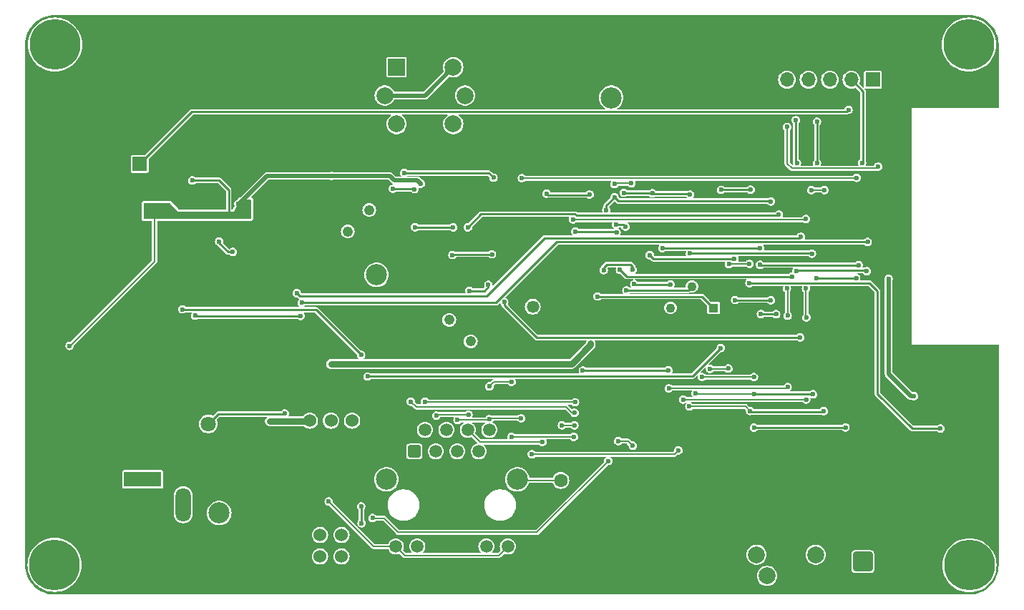
<source format=gbr>
%TF.GenerationSoftware,KiCad,Pcbnew,8.0.6*%
%TF.CreationDate,2025-04-11T21:40:20+07:00*%
%TF.ProjectId,DATN,4441544e-2e6b-4696-9361-645f70636258,rev?*%
%TF.SameCoordinates,Original*%
%TF.FileFunction,Copper,L2,Bot*%
%TF.FilePolarity,Positive*%
%FSLAX46Y46*%
G04 Gerber Fmt 4.6, Leading zero omitted, Abs format (unit mm)*
G04 Created by KiCad (PCBNEW 8.0.6) date 2025-04-11 21:40:20*
%MOMM*%
%LPD*%
G01*
G04 APERTURE LIST*
G04 Aperture macros list*
%AMRoundRect*
0 Rectangle with rounded corners*
0 $1 Rounding radius*
0 $2 $3 $4 $5 $6 $7 $8 $9 X,Y pos of 4 corners*
0 Add a 4 corners polygon primitive as box body*
4,1,4,$2,$3,$4,$5,$6,$7,$8,$9,$2,$3,0*
0 Add four circle primitives for the rounded corners*
1,1,$1+$1,$2,$3*
1,1,$1+$1,$4,$5*
1,1,$1+$1,$6,$7*
1,1,$1+$1,$8,$9*
0 Add four rect primitives between the rounded corners*
20,1,$1+$1,$2,$3,$4,$5,0*
20,1,$1+$1,$4,$5,$6,$7,0*
20,1,$1+$1,$6,$7,$8,$9,0*
20,1,$1+$1,$8,$9,$2,$3,0*%
G04 Aperture macros list end*
%TA.AperFunction,ComponentPad*%
%ADD10C,6.000000*%
%TD*%
%TA.AperFunction,ComponentPad*%
%ADD11C,0.500000*%
%TD*%
%TA.AperFunction,SMDPad,CuDef*%
%ADD12R,1.600000X1.600000*%
%TD*%
%TA.AperFunction,ComponentPad*%
%ADD13C,1.524000*%
%TD*%
%TA.AperFunction,ComponentPad*%
%ADD14R,1.700000X1.700000*%
%TD*%
%TA.AperFunction,ComponentPad*%
%ADD15O,1.700000X1.700000*%
%TD*%
%TA.AperFunction,ComponentPad*%
%ADD16R,4.400000X1.800000*%
%TD*%
%TA.AperFunction,ComponentPad*%
%ADD17O,4.000000X1.800000*%
%TD*%
%TA.AperFunction,ComponentPad*%
%ADD18O,1.800000X4.000000*%
%TD*%
%TA.AperFunction,ComponentPad*%
%ADD19RoundRect,0.200100X0.949900X0.949900X-0.949900X0.949900X-0.949900X-0.949900X0.949900X-0.949900X0*%
%TD*%
%TA.AperFunction,ComponentPad*%
%ADD20C,2.500000*%
%TD*%
%TA.AperFunction,ComponentPad*%
%ADD21R,2.000000X2.000000*%
%TD*%
%TA.AperFunction,ComponentPad*%
%ADD22C,2.000000*%
%TD*%
%TA.AperFunction,ComponentPad*%
%ADD23C,1.800000*%
%TD*%
%TA.AperFunction,ComponentPad*%
%ADD24R,1.222000X1.222000*%
%TD*%
%TA.AperFunction,ComponentPad*%
%ADD25C,1.222000*%
%TD*%
%TA.AperFunction,ComponentPad*%
%ADD26C,1.600000*%
%TD*%
%TA.AperFunction,ComponentPad*%
%ADD27C,1.470000*%
%TD*%
%TA.AperFunction,ComponentPad*%
%ADD28R,1.470000X1.470000*%
%TD*%
%TA.AperFunction,ComponentPad*%
%ADD29C,0.600000*%
%TD*%
%TA.AperFunction,ComponentPad*%
%ADD30R,1.090000X1.090000*%
%TD*%
%TA.AperFunction,ComponentPad*%
%ADD31C,1.090000*%
%TD*%
%TA.AperFunction,ComponentPad*%
%ADD32RoundRect,0.250500X-0.499500X-0.499500X0.499500X-0.499500X0.499500X0.499500X-0.499500X0.499500X0*%
%TD*%
%TA.AperFunction,ComponentPad*%
%ADD33C,1.500000*%
%TD*%
%TA.AperFunction,ViaPad*%
%ADD34C,0.600000*%
%TD*%
%TA.AperFunction,Conductor*%
%ADD35C,0.250000*%
%TD*%
%TA.AperFunction,Conductor*%
%ADD36C,0.500000*%
%TD*%
%TA.AperFunction,Conductor*%
%ADD37C,0.200000*%
%TD*%
%TA.AperFunction,Conductor*%
%ADD38C,0.750000*%
%TD*%
G04 APERTURE END LIST*
D10*
%TO.P,H1,1*%
%TO.N,N/C*%
X68775000Y-123550000D03*
%TD*%
D11*
%TO.P,U2,17,VSS*%
%TO.N,GND*%
X87062500Y-79145000D03*
X85962500Y-79145000D03*
D12*
X86512500Y-79695000D03*
D11*
X87062500Y-80245000D03*
X85962500Y-80245000D03*
%TD*%
D10*
%TO.P,H1,1*%
%TO.N,N/C*%
X176950000Y-61950000D03*
%TD*%
D13*
%TO.P,D1,1,A1*%
%TO.N,Net-(D1-A1)*%
X100175000Y-122550000D03*
%TO.P,D1,2,K1*%
%TO.N,Net-(D1-K1)*%
X102715000Y-122550000D03*
%TO.P,D1,3,A2*%
%TO.N,Net-(D1-A2)*%
X100175000Y-120010000D03*
%TO.P,D1,4,K2*%
%TO.N,/LED_ACT*%
X102715000Y-120010000D03*
%TD*%
D14*
%TO.P,BT1,1,+*%
%TO.N,+BATT*%
X78850000Y-76075000D03*
D15*
%TO.P,BT1,2,-*%
%TO.N,GND*%
X76310000Y-76075000D03*
%TD*%
D16*
%TO.P,J1,1*%
%TO.N,/Vin*%
X79200000Y-113425000D03*
D17*
%TO.P,J1,2*%
%TO.N,GND*%
X79200000Y-119225000D03*
D18*
%TO.P,J1,3*%
%TO.N,N/C*%
X84000000Y-116425000D03*
%TD*%
D19*
%TO.P,U8,1*%
%TO.N,Net-(U7-Anaten)*%
X164400000Y-123175000D03*
D20*
%TO.P,U8,2*%
%TO.N,GND*%
X166940000Y-125715000D03*
X166940000Y-120635000D03*
X161860000Y-125715000D03*
X161860000Y-120635000D03*
%TD*%
D14*
%TO.P,J3,1,Pin_1*%
%TO.N,+3V3*%
X165590000Y-66100000D03*
D15*
%TO.P,J3,2,Pin_2*%
%TO.N,/ESP_BOOT*%
X163050000Y-66100000D03*
%TO.P,J3,3,Pin_3*%
%TO.N,/ESP_RX*%
X160510000Y-66100000D03*
%TO.P,J3,4,Pin_4*%
%TO.N,/ESP_TX*%
X157970000Y-66100000D03*
%TO.P,J3,5,Pin_5*%
%TO.N,/ESP_RST*%
X155430000Y-66100000D03*
%TO.P,J3,6,Pin_6*%
%TO.N,GND*%
X152890000Y-66100000D03*
%TD*%
D20*
%TO.P,J5,1,Pin_1*%
%TO.N,GND*%
X101780000Y-89210000D03*
%TO.P,J5,2,Pin_2*%
%TO.N,+3V3*%
X106860000Y-89210000D03*
%TD*%
D21*
%TO.P,U10,1,B1*%
%TO.N,/ADC2_Device*%
X109230000Y-64630000D03*
D22*
%TO.P,U10,2,VH+*%
%TO.N,+5V*%
X107840000Y-67990000D03*
%TO.P,U10,3,B2*%
%TO.N,/ADC2_Device*%
X109230000Y-71350000D03*
%TO.P,U10,4,A2*%
%TO.N,+5V*%
X115950000Y-71350000D03*
%TO.P,U10,5,VH-*%
%TO.N,Net-(U10-VH-)*%
X117340000Y-67990000D03*
%TO.P,U10,6,A1*%
%TO.N,+5V*%
X115950000Y-64630000D03*
%TD*%
D13*
%TO.P,SW1,1,C*%
%TO.N,+3V3*%
X103975000Y-106475000D03*
%TO.P,SW1,2,B*%
%TO.N,VCC*%
X101475000Y-106475000D03*
%TO.P,SW1,3,A*%
%TO.N,Net-(SW1-A)*%
X98975000Y-106475000D03*
%TD*%
D23*
%TO.P,RV1,1*%
%TO.N,VDC*%
X86975000Y-106870000D03*
%TO.P,RV1,2*%
%TO.N,GND*%
X94475000Y-108503330D03*
%TD*%
D20*
%TO.P,J4,1,Pin_1*%
%TO.N,GND*%
X139720000Y-68235000D03*
%TO.P,J4,2,Pin_2*%
%TO.N,Net-(J4-Pin_2)*%
X134640000Y-68235000D03*
%TD*%
D24*
%TO.P,VR1,1*%
%TO.N,GND*%
X112935000Y-97100000D03*
D25*
%TO.P,VR1,2*%
%TO.N,Net-(U9-1IN-)*%
X115475000Y-94560000D03*
%TO.P,VR1,3*%
%TO.N,+3V3*%
X118015000Y-97100000D03*
%TD*%
D26*
%TO.P,C33,1*%
%TO.N,GND*%
X128675000Y-118550000D03*
%TO.P,C33,2*%
%TO.N,/CGND*%
X128675000Y-113550000D03*
%TD*%
D27*
%TO.P,Q9,C*%
%TO.N,/ADC1_Device*%
X125350000Y-92990000D03*
D28*
%TO.P,Q9,E*%
%TO.N,GND*%
X127890000Y-92990000D03*
%TD*%
D10*
%TO.P,H1,1*%
%TO.N,N/C*%
X68825000Y-61950000D03*
%TD*%
%TO.P,H1,1*%
%TO.N,N/C*%
X177025000Y-123600000D03*
%TD*%
D29*
%TO.P,U5,39,GND*%
%TO.N,GND*%
X162990000Y-81225000D03*
X161990000Y-81225000D03*
X160990000Y-81225000D03*
X159990000Y-81225000D03*
X162990000Y-82225000D03*
X161990000Y-82225000D03*
X160990000Y-82225000D03*
X159990000Y-82225000D03*
X162990000Y-83225000D03*
X161990000Y-83225000D03*
X160990000Y-83225000D03*
X159990000Y-83225000D03*
X162990000Y-84225000D03*
X161990000Y-84225000D03*
X160990000Y-84225000D03*
X159990000Y-84225000D03*
%TD*%
D22*
%TO.P,SW3,1,1*%
%TO.N,GND*%
X157575000Y-124850000D03*
%TO.P,SW3,2,2*%
%TO.N,/ESP_BOOT*%
X153075000Y-124850000D03*
%TO.P,SW3,S*%
%TO.N,N/C*%
X158825000Y-122350000D03*
%TO.P,SW3,s*%
X151825000Y-122350000D03*
%TD*%
D30*
%TO.P,U13,1,SCL/VZ*%
%TO.N,/I2C_SCL_Device*%
X146725000Y-93125000D03*
D31*
%TO.P,U13,2,SDA/PWM*%
%TO.N,/I2C_SDA_Device*%
X144185000Y-90585000D03*
%TO.P,U13,3,VDD*%
%TO.N,+3V3*%
X141645000Y-93125000D03*
%TO.P,U13,4,VSS*%
%TO.N,GND*%
X144185000Y-95665000D03*
%TD*%
D32*
%TO.P,J6,1,TD+*%
%TO.N,Net-(J6-TD+)*%
X111335000Y-110115000D03*
D33*
%TO.P,J6,2,TD-*%
%TO.N,Net-(J6-TD-)*%
X112595000Y-107575000D03*
%TO.P,J6,3,RD+*%
%TO.N,Net-(J6-RD+)*%
X113875000Y-110115000D03*
%TO.P,J6,4,TCT*%
%TO.N,Net-(J6-TCT)*%
X115135000Y-107575000D03*
%TO.P,J6,5,RCT*%
%TO.N,Net-(J6-RCT)*%
X116415000Y-110115000D03*
%TO.P,J6,6,RD-*%
%TO.N,Net-(J6-RD-)*%
X117675000Y-107575000D03*
%TO.P,J6,7,NC*%
%TO.N,unconnected-(J6-NC-Pad7)*%
X118955000Y-110115000D03*
%TO.P,J6,8*%
%TO.N,/CGND*%
X120215000Y-107575000D03*
%TO.P,J6,9*%
%TO.N,+3V3*%
X109150000Y-121375000D03*
%TO.P,J6,10*%
%TO.N,Net-(J6-Pad10)*%
X111690000Y-121375000D03*
%TO.P,J6,11*%
%TO.N,Net-(J6-Pad11)*%
X119860000Y-121375000D03*
%TO.P,J6,12*%
%TO.N,+3V3*%
X122400000Y-121375000D03*
D20*
%TO.P,J6,SH*%
%TO.N,/CGND*%
X108030000Y-113425000D03*
X123520000Y-113425000D03*
%TD*%
D24*
%TO.P,VR2,1*%
%TO.N,GND*%
X103465000Y-79000000D03*
D25*
%TO.P,VR2,2*%
%TO.N,Net-(U11-1IN+)*%
X106005000Y-81540000D03*
%TO.P,VR2,3*%
%TO.N,+5V*%
X103465000Y-84080000D03*
%TD*%
D20*
%TO.P,J2,1,Pin_1*%
%TO.N,/Vin*%
X88255000Y-117410000D03*
%TO.P,J2,2,Pin_2*%
%TO.N,GND*%
X93335000Y-117410000D03*
%TD*%
D34*
%TO.N,GND*%
X81164289Y-107850529D03*
X142325000Y-86675000D03*
X117225000Y-85375000D03*
X145475000Y-106500000D03*
X129150000Y-105950000D03*
X138598286Y-67222395D03*
X91225000Y-83575000D03*
X93575000Y-76450000D03*
X108785000Y-82820000D03*
X150209869Y-66296573D03*
X100075000Y-87400000D03*
X99375000Y-100050000D03*
X157550000Y-70725000D03*
X119275000Y-84900000D03*
X97875000Y-116950000D03*
X125975000Y-98250000D03*
X133275000Y-98975000D03*
X87625000Y-99000000D03*
X135950000Y-112950000D03*
X169050000Y-109175000D03*
X83275000Y-80325000D03*
X121950000Y-87950000D03*
X83850000Y-68195000D03*
X157619193Y-68778981D03*
X97040473Y-116504660D03*
X130375000Y-89750000D03*
X137975000Y-114450000D03*
X127050000Y-67475000D03*
X102825000Y-81425000D03*
X152950000Y-70700000D03*
X143150000Y-101925000D03*
X157225000Y-106175000D03*
X101650000Y-73275000D03*
X103625000Y-87725000D03*
X82250000Y-106150000D03*
X155675000Y-114875000D03*
X79750000Y-91625000D03*
X107100000Y-97000000D03*
X135725000Y-98025000D03*
X82700000Y-88400000D03*
X160375000Y-108725000D03*
X112125000Y-82150000D03*
X137975000Y-116425000D03*
X136757609Y-99391973D03*
X140500000Y-109600000D03*
X158629024Y-60385170D03*
X156850000Y-98725000D03*
X134810000Y-73450000D03*
X128175000Y-109250000D03*
X148350000Y-109225000D03*
X104575000Y-90400000D03*
X76650000Y-79100000D03*
X127900000Y-106050000D03*
X138575000Y-93600000D03*
X138749633Y-98140347D03*
X92250000Y-86450000D03*
X113275000Y-85275000D03*
X156700000Y-101850000D03*
X138700000Y-107950000D03*
X93025000Y-104500000D03*
X92675000Y-81575000D03*
X131725000Y-103025000D03*
X75625000Y-93575000D03*
X138850000Y-95825000D03*
X149000000Y-83675000D03*
X160972612Y-98306192D03*
X123475000Y-72925000D03*
X119200000Y-79025000D03*
X112225000Y-80825000D03*
X144050000Y-116625000D03*
X137075000Y-107100000D03*
X138200000Y-65300000D03*
X158900000Y-104500000D03*
X97550000Y-115325000D03*
X131050000Y-60975000D03*
X162700000Y-72750000D03*
X126504763Y-75387353D03*
X144850000Y-93675000D03*
X168875000Y-80800000D03*
X82877998Y-85598663D03*
X96225000Y-113625000D03*
X88275000Y-92250000D03*
X88250000Y-94850000D03*
X126475000Y-111750000D03*
X83775000Y-105575000D03*
X156975000Y-104675000D03*
X90050000Y-65425000D03*
X152800000Y-68525000D03*
X154825000Y-98225000D03*
X132825000Y-105825000D03*
X140975000Y-106550000D03*
X170125000Y-113250000D03*
X81310932Y-92843384D03*
X106225000Y-85950000D03*
X69925000Y-76200000D03*
X137875000Y-113075000D03*
X161550000Y-60350000D03*
X96550000Y-61275000D03*
X156100000Y-104625000D03*
X144425000Y-99850000D03*
X82325000Y-86450000D03*
X127850000Y-73350000D03*
X91550000Y-109000000D03*
X100900000Y-97675000D03*
X137665000Y-83775000D03*
X97250000Y-118475000D03*
X78925000Y-102250000D03*
X129360180Y-66753272D03*
X161475000Y-105950000D03*
X130575000Y-86450000D03*
X149900000Y-111800000D03*
X84975000Y-76570000D03*
X100650000Y-81875000D03*
X154800000Y-95100000D03*
X146300000Y-83650000D03*
X97575000Y-75750000D03*
X112475000Y-75725000D03*
X151725000Y-72425000D03*
X92050000Y-72325000D03*
X74550000Y-101375000D03*
X137925000Y-118325000D03*
X88250000Y-86825000D03*
X132850000Y-108450000D03*
X146275000Y-95175000D03*
X149314138Y-100053149D03*
X76875000Y-102500000D03*
X153425000Y-83675000D03*
X86550000Y-92375000D03*
X87700000Y-101025000D03*
X85525000Y-83850000D03*
X82100000Y-91425000D03*
X124930000Y-106120000D03*
X146400000Y-97925000D03*
X130250000Y-109750000D03*
X148900000Y-75650000D03*
X90700000Y-99300000D03*
X93275000Y-112800000D03*
X77557952Y-91977312D03*
X102875000Y-102850000D03*
X82600000Y-107700000D03*
X92200000Y-88675000D03*
X87825000Y-83875000D03*
X81563537Y-89343008D03*
X162200000Y-78725000D03*
X83175000Y-78800000D03*
X71075000Y-100425000D03*
X84725000Y-92175000D03*
X162650000Y-71225000D03*
X132250000Y-111700000D03*
X143811138Y-75840970D03*
X140825000Y-94275000D03*
X98275000Y-79750000D03*
X84975000Y-83500000D03*
X145625000Y-81150000D03*
X144550000Y-98800000D03*
X96050000Y-111425000D03*
X106100000Y-79425000D03*
X89650000Y-87675000D03*
X139250000Y-99175000D03*
X95050000Y-112275000D03*
X136825000Y-105600000D03*
X169175000Y-86200000D03*
X145726884Y-79372223D03*
X147700000Y-99250000D03*
X159700000Y-68675000D03*
X130275000Y-95100000D03*
X102625000Y-94325000D03*
X129450000Y-87725000D03*
X143125000Y-63750000D03*
X161875000Y-86650000D03*
X135025000Y-99225000D03*
X100075000Y-103200000D03*
X112250000Y-64775000D03*
X72500000Y-101250000D03*
X137550000Y-86825000D03*
X146300000Y-115725000D03*
X89800000Y-115925000D03*
X116975000Y-74275000D03*
X120200000Y-80300000D03*
X161600000Y-115625000D03*
X126525000Y-114775000D03*
X146700000Y-75575000D03*
X157175000Y-107925000D03*
X91950000Y-101550000D03*
X130575000Y-81075000D03*
X87450000Y-97700000D03*
X114250000Y-102675000D03*
X140900000Y-88675000D03*
X146300000Y-90650000D03*
X160925000Y-101200000D03*
X86775000Y-94700000D03*
%TO.N,+BATT*%
X162700000Y-69675000D03*
%TO.N,/PPMIC_VOUT*%
X97875000Y-94075000D03*
X89850000Y-86510000D03*
X88250000Y-85275000D03*
X85425000Y-94050000D03*
%TO.N,+5V*%
X89325000Y-82200000D03*
X80600000Y-82100000D03*
X85075000Y-78037500D03*
X70550000Y-97625000D03*
X112100000Y-78425000D03*
X83150000Y-82125000D03*
X80850000Y-81175000D03*
X90850000Y-82075000D03*
X90525000Y-80820000D03*
X101525000Y-77500000D03*
%TO.N,Net-(SW1-A)*%
X94250000Y-106550000D03*
%TO.N,+3V3*%
X126975000Y-79600000D03*
X170450000Y-103575000D03*
X135274087Y-84200000D03*
X133750000Y-88650000D03*
X101200000Y-116050000D03*
X167450000Y-89675000D03*
X130375000Y-84100000D03*
X137200000Y-88600000D03*
X137025000Y-78375000D03*
X131275000Y-100550000D03*
X137368750Y-90318750D03*
X141650000Y-90350000D03*
X135020000Y-78475000D03*
X132075000Y-79700000D03*
X141425000Y-100525000D03*
%TO.N,/ESP_RST*%
X155430000Y-71700000D03*
X166210000Y-76400000D03*
%TO.N,/ESP_BOOT*%
X154150000Y-93875000D03*
X152350000Y-93850000D03*
X163900000Y-88050000D03*
X152240002Y-88025000D03*
X164312351Y-75942379D03*
%TO.N,/ADC1*%
X130100000Y-82650000D03*
X157675000Y-82600000D03*
%TO.N,/ADC2*%
X163670000Y-77725000D03*
X124065000Y-77760000D03*
%TO.N,Net-(U9-1IN-)*%
X120100000Y-90385000D03*
X117860000Y-91100000D03*
%TO.N,/ADC1_Device*%
X120525000Y-86775000D03*
X115850000Y-86860000D03*
%TO.N,/D1*%
X117680000Y-83590000D03*
X108800000Y-79025000D03*
X115930000Y-83590000D03*
X111425000Y-83575000D03*
X154475000Y-82075000D03*
X111375000Y-79075000D03*
%TO.N,Net-(U15-SO)*%
X139500000Y-79550000D03*
X136125000Y-79500000D03*
X143975000Y-79725000D03*
%TO.N,Net-(D1-K1)*%
X83875000Y-93300000D03*
X105050000Y-116625000D03*
X105100000Y-118625000D03*
X105050000Y-98700000D03*
%TO.N,/LED_ACT*%
X151125000Y-79125000D03*
X147595000Y-97875000D03*
X105800000Y-101250000D03*
X147625000Y-79150000D03*
%TO.N,VDC*%
X96000000Y-105625000D03*
%TO.N,/ESP_TX*%
X156530002Y-88759998D03*
X164875000Y-88775000D03*
X156600000Y-75984266D03*
X156475000Y-70900000D03*
%TO.N,/ESP_RX*%
X158975000Y-75975002D03*
X158925000Y-89575000D03*
X158975000Y-71075000D03*
X163620000Y-89575000D03*
%TO.N,/power_detec*%
X98025000Y-92525000D03*
X164975000Y-85325000D03*
%TO.N,/LORA_EN*%
X173600000Y-107400000D03*
X150990000Y-90200000D03*
%TO.N,/I2C_SCL_Device*%
X133025000Y-91775000D03*
%TO.N,/ADS_SCL*%
X135020000Y-80025000D03*
X153510000Y-80525000D03*
X134050000Y-81550000D03*
%TO.N,/ADS_SDA*%
X156050000Y-89400000D03*
X135675000Y-88625000D03*
X135200000Y-83275000D03*
X136325000Y-83500000D03*
%TO.N,/I2C_SDA_Device*%
X136425000Y-91075000D03*
%TO.N,/BOOT_VCC_SENSOR_EN*%
X157075000Y-84700000D03*
X97425000Y-91375000D03*
%TO.N,VCC*%
X132200000Y-97325000D03*
X101475000Y-99775000D03*
%TO.N,/LORA.SCK*%
X145375000Y-101300000D03*
X139190000Y-86875000D03*
X149225000Y-87300000D03*
X153510000Y-92225000D03*
X151515000Y-101300000D03*
X149300000Y-92200000D03*
%TO.N,/OUT_SPI_CS*%
X152240000Y-86050000D03*
X140700000Y-86050000D03*
%TO.N,/LORA.MISO*%
X143915000Y-86675000D03*
X144625000Y-103275000D03*
X158375000Y-86700000D03*
X158500000Y-103350000D03*
X151515000Y-103300000D03*
%TO.N,/D0*%
X156975000Y-96625000D03*
X121974442Y-92434442D03*
%TO.N,/ADC2_Device*%
X120702500Y-77710000D03*
X110125000Y-77150000D03*
%TO.N,/TCP.CS*%
X146325000Y-100350000D03*
X150990000Y-87915000D03*
X148550000Y-87925000D03*
X148500000Y-100300000D03*
%TO.N,/LORA.CS*%
X151515000Y-107300000D03*
X162350000Y-107275000D03*
%TO.N,/TCP.RST*%
X155425000Y-90825000D03*
X141450000Y-102650000D03*
X155500000Y-94050000D03*
X155500000Y-102500000D03*
%TO.N,/LORA.MOSI*%
X151075000Y-105325000D03*
X143875000Y-104800000D03*
X159775000Y-105350000D03*
%TO.N,/TCP.INT*%
X143150000Y-103975000D03*
X157700000Y-103975000D03*
X159875000Y-79175000D03*
X158325000Y-79175000D03*
X157725000Y-94250000D03*
X157675000Y-90825000D03*
%TO.N,Net-(J6-RD+)*%
X113925000Y-105875000D03*
X117750000Y-105775000D03*
%TO.N,Net-(C35-Pad1)*%
X120225000Y-102425000D03*
X130200000Y-108400000D03*
X122850000Y-101875000D03*
X122850000Y-108400000D03*
%TO.N,Net-(J6-RD-)*%
X126475000Y-109000000D03*
%TO.N,Net-(C38-Pad1)*%
X128800000Y-107025000D03*
X130275000Y-107025000D03*
%TO.N,Net-(J6-RCT)*%
X120225000Y-106288910D03*
X116450000Y-106394950D03*
X123975000Y-106200000D03*
%TO.N,/3v3A*%
X137200000Y-109450000D03*
X135475000Y-108903336D03*
%TO.N,Net-(J6-TD+)*%
X110925000Y-104225000D03*
X130300000Y-105550000D03*
%TO.N,Net-(J6-TD-)*%
X112575000Y-104225000D03*
X130350000Y-104300000D03*
%TO.N,/LINKLED*%
X142575000Y-109999999D03*
X125225000Y-110450000D03*
%TO.N,/ACTLED*%
X106400000Y-118000000D03*
X134300000Y-111250000D03*
%TD*%
D35*
%TO.N,+BATT*%
X85000000Y-69925000D02*
X78850000Y-76075000D01*
X162700000Y-69675000D02*
X162450000Y-69925000D01*
X162450000Y-69925000D02*
X85000000Y-69925000D01*
%TO.N,/PPMIC_VOUT*%
X89850000Y-86510000D02*
X89285000Y-86510000D01*
X89285000Y-86510000D02*
X88250000Y-85475000D01*
X85450000Y-94075000D02*
X85425000Y-94050000D01*
X97875000Y-94075000D02*
X85450000Y-94075000D01*
X88250000Y-85475000D02*
X88250000Y-85275000D01*
%TO.N,+5V*%
X89375000Y-82150000D02*
X89325000Y-82200000D01*
D36*
X90580000Y-80820000D02*
X90525000Y-80820000D01*
X108950000Y-78025000D02*
X108425000Y-77500000D01*
D35*
X89375000Y-79175000D02*
X89375000Y-82150000D01*
D36*
X112100000Y-78425000D02*
X111700000Y-78025000D01*
D37*
X80600000Y-87625000D02*
X70600000Y-97625000D01*
D36*
X101525000Y-77500000D02*
X93900000Y-77500000D01*
X112590000Y-67990000D02*
X115950000Y-64630000D01*
X93900000Y-77500000D02*
X90580000Y-80820000D01*
D37*
X70600000Y-97625000D02*
X70550000Y-97625000D01*
D36*
X108425000Y-77500000D02*
X101525000Y-77500000D01*
D35*
X88200000Y-78000000D02*
X89375000Y-79175000D01*
D36*
X107840000Y-67990000D02*
X112590000Y-67990000D01*
D35*
X85075000Y-78037500D02*
X85112500Y-78000000D01*
D36*
X111700000Y-78025000D02*
X108950000Y-78025000D01*
D35*
X85112500Y-78000000D02*
X88200000Y-78000000D01*
D37*
X80600000Y-82100000D02*
X80600000Y-87625000D01*
D38*
%TO.N,Net-(SW1-A)*%
X94250000Y-106550000D02*
X98900000Y-106550000D01*
X98900000Y-106550000D02*
X98975000Y-106475000D01*
D35*
%TO.N,+3V3*%
X135174087Y-84100000D02*
X130375000Y-84100000D01*
X137200000Y-88600000D02*
X137200000Y-88275000D01*
X132025000Y-79750000D02*
X127125000Y-79750000D01*
X127125000Y-79750000D02*
X126975000Y-79600000D01*
X132075000Y-79700000D02*
X132025000Y-79750000D01*
X141425000Y-100525000D02*
X131300000Y-100525000D01*
X136925000Y-88000000D02*
X134075000Y-88000000D01*
D37*
X122400000Y-121375000D02*
X121350000Y-122425000D01*
D35*
X135274087Y-84200000D02*
X135174087Y-84100000D01*
D37*
X121350000Y-122425000D02*
X110200000Y-122425000D01*
D35*
X137200000Y-88275000D02*
X136925000Y-88000000D01*
D37*
X137025000Y-78375000D02*
X135120000Y-78375000D01*
X106525000Y-121375000D02*
X101200000Y-116050000D01*
D36*
X170075000Y-103575000D02*
X170450000Y-103575000D01*
D37*
X110200000Y-122425000D02*
X109150000Y-121375000D01*
D35*
X133750000Y-88325000D02*
X133750000Y-88650000D01*
X137400000Y-90350000D02*
X141650000Y-90350000D01*
X131300000Y-100525000D02*
X131275000Y-100550000D01*
X137368750Y-90318750D02*
X137400000Y-90350000D01*
D37*
X135120000Y-78375000D02*
X135020000Y-78475000D01*
D36*
X167450000Y-100950000D02*
X170075000Y-103575000D01*
D35*
X134075000Y-88000000D02*
X133750000Y-88325000D01*
D36*
X167450000Y-89675000D02*
X167450000Y-100950000D01*
D37*
X109150000Y-121375000D02*
X106525000Y-121375000D01*
%TO.N,/ESP_RST*%
X166025734Y-76584266D02*
X166210000Y-76400000D01*
X155450000Y-71720000D02*
X155450000Y-76025000D01*
X155430000Y-71700000D02*
X155450000Y-71720000D01*
X155450000Y-76025000D02*
X156009266Y-76584266D01*
X156009266Y-76584266D02*
X166025734Y-76584266D01*
D35*
%TO.N,/ESP_BOOT*%
X152375000Y-93875000D02*
X152350000Y-93850000D01*
X154150000Y-93875000D02*
X152375000Y-93875000D01*
X152265002Y-88050000D02*
X163900000Y-88050000D01*
X164450000Y-75804730D02*
X164450000Y-67500000D01*
X164312351Y-75942379D02*
X164450000Y-75804730D01*
X164450000Y-67500000D02*
X163050000Y-66100000D01*
X152240002Y-88025000D02*
X152265002Y-88050000D01*
D37*
%TO.N,/ADC1*%
X157600000Y-82675000D02*
X130125000Y-82675000D01*
X157675000Y-82600000D02*
X157600000Y-82675000D01*
X130125000Y-82675000D02*
X130100000Y-82650000D01*
%TO.N,/ADC2*%
X163670000Y-77725000D02*
X163620000Y-77775000D01*
X163620000Y-77775000D02*
X124080000Y-77775000D01*
X124080000Y-77775000D02*
X124065000Y-77760000D01*
D35*
%TO.N,Net-(U9-1IN-)*%
X119650000Y-91100000D02*
X120100000Y-90650000D01*
X120100000Y-90650000D02*
X120100000Y-90385000D01*
X117860000Y-91100000D02*
X119650000Y-91100000D01*
%TO.N,/ADC1_Device*%
X120525000Y-86775000D02*
X115935000Y-86775000D01*
X115935000Y-86775000D02*
X115850000Y-86860000D01*
%TO.N,/D1*%
X111325000Y-79025000D02*
X111375000Y-79075000D01*
X130358884Y-82025000D02*
X119245000Y-82025000D01*
X130508884Y-82175000D02*
X130358884Y-82025000D01*
X111425000Y-83575000D02*
X115915000Y-83575000D01*
X154375000Y-82175000D02*
X130508884Y-82175000D01*
X154475000Y-82075000D02*
X154375000Y-82175000D01*
X115915000Y-83575000D02*
X115930000Y-83590000D01*
X108800000Y-79025000D02*
X111325000Y-79025000D01*
X119245000Y-82025000D02*
X117680000Y-83590000D01*
%TO.N,Net-(U15-SO)*%
X139550000Y-79600000D02*
X139500000Y-79550000D01*
X143975000Y-79725000D02*
X143850000Y-79600000D01*
X139500000Y-79550000D02*
X136175000Y-79550000D01*
X136175000Y-79550000D02*
X136125000Y-79500000D01*
X143850000Y-79600000D02*
X139550000Y-79600000D01*
%TO.N,Net-(D1-K1)*%
X105050000Y-116625000D02*
X105050000Y-118575000D01*
X99700000Y-93350000D02*
X83925000Y-93350000D01*
X83925000Y-93350000D02*
X83875000Y-93300000D01*
X105050000Y-118575000D02*
X105100000Y-118625000D01*
X105050000Y-98700000D02*
X99700000Y-93350000D01*
%TO.N,/LED_ACT*%
X151100000Y-79150000D02*
X151125000Y-79125000D01*
X105850000Y-101200000D02*
X105800000Y-101250000D01*
X147625000Y-79150000D02*
X151100000Y-79150000D01*
X147595000Y-97875000D02*
X144270000Y-101200000D01*
X144270000Y-101200000D02*
X105850000Y-101200000D01*
%TO.N,VDC*%
X88170000Y-105675000D02*
X86975000Y-106870000D01*
X96000000Y-105625000D02*
X95950000Y-105675000D01*
X95950000Y-105675000D02*
X88170000Y-105675000D01*
%TO.N,/ESP_TX*%
X164875000Y-88775000D02*
X164775000Y-88675000D01*
X156600000Y-75984266D02*
X156450000Y-75834266D01*
X156615000Y-88675000D02*
X156530002Y-88759998D01*
X164775000Y-88675000D02*
X156615000Y-88675000D01*
X156450000Y-70925000D02*
X156475000Y-70900000D01*
X156450000Y-75834266D02*
X156450000Y-70925000D01*
%TO.N,/ESP_RX*%
X163620000Y-89575000D02*
X158925000Y-89575000D01*
X158975000Y-71075000D02*
X158975000Y-75975002D01*
%TO.N,/power_detec*%
X128200000Y-85325000D02*
X164975000Y-85325000D01*
X121000000Y-92525000D02*
X128200000Y-85325000D01*
X98025000Y-92525000D02*
X121000000Y-92525000D01*
%TO.N,/LORA_EN*%
X170225000Y-107400000D02*
X166125000Y-103300000D01*
X166125000Y-91125000D02*
X165200000Y-90200000D01*
X173600000Y-107400000D02*
X170225000Y-107400000D01*
X166125000Y-103300000D02*
X166125000Y-91125000D01*
X165200000Y-90200000D02*
X150990000Y-90200000D01*
%TO.N,/I2C_SCL_Device*%
X133025000Y-91775000D02*
X145375000Y-91775000D01*
X145375000Y-91775000D02*
X146725000Y-93125000D01*
%TO.N,/ADS_SCL*%
X135020000Y-80025000D02*
X135470000Y-80475000D01*
X134050000Y-80995000D02*
X135020000Y-80025000D01*
X134050000Y-81550000D02*
X134050000Y-80995000D01*
X135470000Y-80475000D02*
X153460000Y-80475000D01*
X153460000Y-80475000D02*
X153510000Y-80525000D01*
%TO.N,/ADS_SDA*%
X136100000Y-83275000D02*
X135200000Y-83275000D01*
X156050000Y-89400000D02*
X136450000Y-89400000D01*
X136450000Y-89400000D02*
X135675000Y-88625000D01*
X136325000Y-83500000D02*
X136100000Y-83275000D01*
%TO.N,/I2C_SDA_Device*%
X143745000Y-91025000D02*
X144185000Y-90585000D01*
X136475000Y-91025000D02*
X143745000Y-91025000D01*
X136425000Y-91075000D02*
X136475000Y-91025000D01*
%TO.N,/BOOT_VCC_SENSOR_EN*%
X126725000Y-84875000D02*
X119875000Y-91725000D01*
X97775000Y-91725000D02*
X97425000Y-91375000D01*
X156900000Y-84875000D02*
X126725000Y-84875000D01*
X157075000Y-84700000D02*
X156900000Y-84875000D01*
X119875000Y-91725000D02*
X97775000Y-91725000D01*
D38*
%TO.N,VCC*%
X129950000Y-99750000D02*
X101500000Y-99750000D01*
X132200000Y-97325000D02*
X132200000Y-97500000D01*
X101500000Y-99750000D02*
X101475000Y-99775000D01*
X132200000Y-97500000D02*
X129950000Y-99750000D01*
D35*
%TO.N,/LORA.SCK*%
X153485000Y-92200000D02*
X153510000Y-92225000D01*
X149225000Y-87300000D02*
X139615000Y-87300000D01*
X149300000Y-92200000D02*
X153485000Y-92200000D01*
X139615000Y-87300000D02*
X139190000Y-86875000D01*
D37*
X145375000Y-101300000D02*
X151515000Y-101300000D01*
D35*
%TO.N,/OUT_SPI_CS*%
X152240000Y-86050000D02*
X140700000Y-86050000D01*
%TO.N,/LORA.MISO*%
X158450000Y-103300000D02*
X151515000Y-103300000D01*
X158500000Y-103350000D02*
X158450000Y-103300000D01*
X158375000Y-86700000D02*
X158350000Y-86675000D01*
X158350000Y-86675000D02*
X143915000Y-86675000D01*
D37*
X144650000Y-103300000D02*
X151515000Y-103300000D01*
X144625000Y-103275000D02*
X144650000Y-103300000D01*
D35*
%TO.N,/D0*%
X156975000Y-96625000D02*
X125800000Y-96625000D01*
X121974442Y-92799442D02*
X121974442Y-92434442D01*
X125800000Y-96625000D02*
X121974442Y-92799442D01*
%TO.N,/ADC2_Device*%
X120702500Y-77710000D02*
X120142500Y-77150000D01*
X120142500Y-77150000D02*
X110125000Y-77150000D01*
D37*
%TO.N,/TCP.CS*%
X150980000Y-87925000D02*
X150990000Y-87915000D01*
X148450000Y-100350000D02*
X148500000Y-100300000D01*
X148550000Y-87925000D02*
X150980000Y-87925000D01*
X146325000Y-100350000D02*
X148450000Y-100350000D01*
D35*
%TO.N,/LORA.CS*%
X151540000Y-107275000D02*
X151515000Y-107300000D01*
X162350000Y-107275000D02*
X151540000Y-107275000D01*
D37*
%TO.N,/TCP.RST*%
X141450000Y-102650000D02*
X141475000Y-102625000D01*
X155375000Y-102625000D02*
X155500000Y-102500000D01*
X141475000Y-102625000D02*
X155375000Y-102625000D01*
X155500000Y-94050000D02*
X155500000Y-90900000D01*
X155500000Y-90900000D02*
X155425000Y-90825000D01*
D35*
%TO.N,/LORA.MOSI*%
X151050000Y-105350000D02*
X151075000Y-105325000D01*
X159775000Y-105350000D02*
X159700000Y-105425000D01*
X151175000Y-105425000D02*
X151075000Y-105325000D01*
X159700000Y-105425000D02*
X151175000Y-105425000D01*
D37*
X143875000Y-104800000D02*
X150550000Y-104800000D01*
X150550000Y-104800000D02*
X151075000Y-105325000D01*
%TO.N,/TCP.INT*%
X143150000Y-103975000D02*
X156625000Y-103975000D01*
X156625000Y-103975000D02*
X157700000Y-103975000D01*
X158325000Y-79175000D02*
X159875000Y-79175000D01*
X157725000Y-94250000D02*
X157675000Y-94200000D01*
X157675000Y-94200000D02*
X157675000Y-90825000D01*
%TO.N,Net-(J6-RD+)*%
X117750000Y-105775000D02*
X114025000Y-105775000D01*
X114025000Y-105775000D02*
X113925000Y-105875000D01*
%TO.N,Net-(C35-Pad1)*%
X120775000Y-101875000D02*
X120225000Y-102425000D01*
X130200000Y-108400000D02*
X122850000Y-108400000D01*
X122850000Y-101875000D02*
X120775000Y-101875000D01*
%TO.N,Net-(J6-RD-)*%
X126475000Y-109000000D02*
X119100000Y-109000000D01*
X119100000Y-109000000D02*
X117675000Y-107575000D01*
%TO.N,Net-(C38-Pad1)*%
X128800000Y-107025000D02*
X130275000Y-107025000D01*
%TO.N,Net-(J6-RCT)*%
X120225000Y-106288910D02*
X120123910Y-106390000D01*
X120123910Y-106390000D02*
X116454950Y-106390000D01*
X120313910Y-106200000D02*
X120225000Y-106288910D01*
X116454950Y-106390000D02*
X116450000Y-106394950D01*
X123975000Y-106200000D02*
X120313910Y-106200000D01*
%TO.N,/3v3A*%
X137175000Y-109450000D02*
X137200000Y-109450000D01*
X136628336Y-108903336D02*
X137175000Y-109450000D01*
X135475000Y-108903336D02*
X136628336Y-108903336D01*
%TO.N,Net-(J6-TD+)*%
X129300000Y-104850000D02*
X111550000Y-104850000D01*
X130000000Y-105550000D02*
X129300000Y-104850000D01*
X130300000Y-105550000D02*
X130000000Y-105550000D01*
X111550000Y-104850000D02*
X110925000Y-104225000D01*
%TO.N,Net-(J6-TD-)*%
X130350000Y-104300000D02*
X112650000Y-104300000D01*
X112650000Y-104300000D02*
X112575000Y-104225000D01*
%TO.N,/LINKLED*%
X125225000Y-110450000D02*
X142124999Y-110450000D01*
X142124999Y-110450000D02*
X142575000Y-109999999D01*
%TO.N,/ACTLED*%
X106400000Y-118000000D02*
X106425000Y-118025000D01*
X108650000Y-118900000D02*
X109425000Y-119675000D01*
X106425000Y-118025000D02*
X107175000Y-118025000D01*
X107775000Y-118025000D02*
X108650000Y-118900000D01*
X109425000Y-119675000D02*
X109425000Y-119700000D01*
X107175000Y-118025000D02*
X107775000Y-118025000D01*
X125850000Y-119700000D02*
X134300000Y-111250000D01*
X109425000Y-119700000D02*
X125850000Y-119700000D01*
%TO.N,/CGND*%
X123645000Y-113550000D02*
X123520000Y-113425000D01*
X128675000Y-113550000D02*
X123645000Y-113550000D01*
%TD*%
%TA.AperFunction,Conductor*%
%TO.N,GND*%
G36*
X121483322Y-92571298D02*
G01*
X121493246Y-92585590D01*
X121549065Y-92707815D01*
X121549066Y-92707816D01*
X121549067Y-92707818D01*
X121575376Y-92738180D01*
X121628499Y-92799488D01*
X121636974Y-92809268D01*
X121648125Y-92839166D01*
X121648523Y-92839114D01*
X121648750Y-92840842D01*
X121648942Y-92841356D01*
X121648942Y-92842298D01*
X121671123Y-92925079D01*
X121671124Y-92925082D01*
X121705691Y-92984953D01*
X121713977Y-92999304D01*
X125600138Y-96885465D01*
X125674361Y-96928318D01*
X125739653Y-96945812D01*
X125757143Y-96950499D01*
X125757144Y-96950500D01*
X125757147Y-96950500D01*
X125842853Y-96950500D01*
X131666817Y-96950500D01*
X131701465Y-96964852D01*
X131715817Y-96999500D01*
X131709252Y-97024000D01*
X131663719Y-97102862D01*
X131663718Y-97102866D01*
X131623668Y-97252336D01*
X131622350Y-97251983D01*
X131610859Y-97275260D01*
X129725972Y-99160148D01*
X129691324Y-99174500D01*
X105404297Y-99174500D01*
X105369649Y-99160148D01*
X105355297Y-99125500D01*
X105369649Y-99090852D01*
X105377806Y-99084278D01*
X105378066Y-99084110D01*
X105381128Y-99082143D01*
X105475377Y-98973373D01*
X105535165Y-98842457D01*
X105535165Y-98842455D01*
X105535166Y-98842454D01*
X105555647Y-98700002D01*
X105555647Y-98699997D01*
X105535166Y-98557545D01*
X105530751Y-98547879D01*
X105475377Y-98426627D01*
X105381128Y-98317857D01*
X105260053Y-98240047D01*
X105260050Y-98240046D01*
X105121965Y-98199500D01*
X105121961Y-98199500D01*
X105030122Y-98199500D01*
X104995474Y-98185148D01*
X103910326Y-97100000D01*
X117198365Y-97100000D01*
X117218839Y-97281712D01*
X117218841Y-97281721D01*
X117279238Y-97454329D01*
X117371792Y-97601625D01*
X117376529Y-97609164D01*
X117505836Y-97738471D01*
X117505838Y-97738472D01*
X117660670Y-97835761D01*
X117660674Y-97835762D01*
X117660675Y-97835763D01*
X117833282Y-97896160D01*
X118015000Y-97916635D01*
X118196718Y-97896160D01*
X118369325Y-97835763D01*
X118369327Y-97835761D01*
X118369329Y-97835761D01*
X118426169Y-97800044D01*
X118524164Y-97738471D01*
X118653471Y-97609164D01*
X118733031Y-97482545D01*
X118750761Y-97454329D01*
X118750761Y-97454327D01*
X118750763Y-97454325D01*
X118811160Y-97281718D01*
X118831635Y-97100000D01*
X118811160Y-96918282D01*
X118750763Y-96745675D01*
X118750762Y-96745674D01*
X118750761Y-96745670D01*
X118653472Y-96590838D01*
X118653471Y-96590836D01*
X118524164Y-96461529D01*
X118524161Y-96461527D01*
X118369329Y-96364238D01*
X118196721Y-96303841D01*
X118196720Y-96303840D01*
X118196718Y-96303840D01*
X118196714Y-96303839D01*
X118196712Y-96303839D01*
X118015000Y-96283365D01*
X117833287Y-96303839D01*
X117833278Y-96303841D01*
X117660670Y-96364238D01*
X117505838Y-96461527D01*
X117505834Y-96461530D01*
X117376530Y-96590834D01*
X117376527Y-96590838D01*
X117279238Y-96745670D01*
X117218841Y-96918278D01*
X117218839Y-96918287D01*
X117198365Y-97100000D01*
X103910326Y-97100000D01*
X101370327Y-94560000D01*
X114658365Y-94560000D01*
X114678839Y-94741712D01*
X114678841Y-94741721D01*
X114739238Y-94914329D01*
X114836527Y-95069161D01*
X114836529Y-95069164D01*
X114965836Y-95198471D01*
X114965838Y-95198472D01*
X115120670Y-95295761D01*
X115120674Y-95295762D01*
X115120675Y-95295763D01*
X115293282Y-95356160D01*
X115475000Y-95376635D01*
X115656718Y-95356160D01*
X115829325Y-95295763D01*
X115829327Y-95295761D01*
X115829329Y-95295761D01*
X115886169Y-95260044D01*
X115984164Y-95198471D01*
X116113471Y-95069164D01*
X116175044Y-94971169D01*
X116210761Y-94914329D01*
X116210761Y-94914327D01*
X116210763Y-94914325D01*
X116271160Y-94741718D01*
X116291635Y-94560000D01*
X116271160Y-94378282D01*
X116210763Y-94205675D01*
X116210762Y-94205674D01*
X116210761Y-94205670D01*
X116131330Y-94079258D01*
X116113471Y-94050836D01*
X115984164Y-93921529D01*
X115961909Y-93907545D01*
X115829329Y-93824238D01*
X115656721Y-93763841D01*
X115656720Y-93763840D01*
X115656718Y-93763840D01*
X115656714Y-93763839D01*
X115656712Y-93763839D01*
X115475000Y-93743365D01*
X115293287Y-93763839D01*
X115293278Y-93763841D01*
X115120670Y-93824238D01*
X114965838Y-93921527D01*
X114965834Y-93921530D01*
X114836530Y-94050834D01*
X114836527Y-94050838D01*
X114739238Y-94205670D01*
X114678841Y-94378278D01*
X114678839Y-94378287D01*
X114658365Y-94560000D01*
X101370327Y-94560000D01*
X99899862Y-93089535D01*
X99825640Y-93046682D01*
X99825637Y-93046681D01*
X99742856Y-93024500D01*
X99742853Y-93024500D01*
X98340396Y-93024500D01*
X98305748Y-93010148D01*
X98291396Y-92975500D01*
X98305748Y-92940852D01*
X98313905Y-92934278D01*
X98328214Y-92925082D01*
X98356128Y-92907143D01*
X98390555Y-92867412D01*
X98424091Y-92850625D01*
X98427587Y-92850500D01*
X121042856Y-92850500D01*
X121042856Y-92850499D01*
X121125639Y-92828318D01*
X121199862Y-92785465D01*
X121414028Y-92571296D01*
X121448674Y-92556946D01*
X121483322Y-92571298D01*
G37*
%TD.AperFunction*%
%TA.AperFunction,Conductor*%
G36*
X176976200Y-58450558D02*
G01*
X177315615Y-58467233D01*
X177320376Y-58467701D01*
X177655350Y-58517390D01*
X177660040Y-58518323D01*
X177930583Y-58586090D01*
X177988515Y-58600602D01*
X177993117Y-58601998D01*
X178311943Y-58716076D01*
X178316385Y-58717917D01*
X178622478Y-58862688D01*
X178626703Y-58864945D01*
X178807380Y-58973239D01*
X178917157Y-59039037D01*
X178921155Y-59041709D01*
X179057138Y-59142561D01*
X179193127Y-59243417D01*
X179196839Y-59246463D01*
X179447735Y-59473863D01*
X179451136Y-59477264D01*
X179678536Y-59728160D01*
X179681586Y-59731877D01*
X179883290Y-60003844D01*
X179885962Y-60007842D01*
X180060049Y-60298288D01*
X180062315Y-60302529D01*
X180207082Y-60608614D01*
X180208923Y-60613056D01*
X180323001Y-60931882D01*
X180324397Y-60936484D01*
X180406673Y-61264946D01*
X180407611Y-61269662D01*
X180457296Y-61604611D01*
X180457767Y-61609397D01*
X180474441Y-61948799D01*
X180474500Y-61951203D01*
X180474500Y-69426000D01*
X180460148Y-69460648D01*
X180425500Y-69475000D01*
X170140000Y-69475000D01*
X170140000Y-97475000D01*
X180425500Y-97475000D01*
X180460148Y-97489352D01*
X180474500Y-97524000D01*
X180474500Y-123573796D01*
X180474441Y-123576200D01*
X180457767Y-123915602D01*
X180457296Y-123920388D01*
X180407611Y-124255337D01*
X180406673Y-124260053D01*
X180324397Y-124588515D01*
X180323001Y-124593117D01*
X180208923Y-124911943D01*
X180207082Y-124916385D01*
X180062315Y-125222470D01*
X180060049Y-125226711D01*
X179885962Y-125517157D01*
X179883290Y-125521155D01*
X179681586Y-125793122D01*
X179678536Y-125796839D01*
X179451136Y-126047735D01*
X179447735Y-126051136D01*
X179196839Y-126278536D01*
X179193122Y-126281586D01*
X178921155Y-126483290D01*
X178917157Y-126485962D01*
X178626711Y-126660049D01*
X178622470Y-126662315D01*
X178316385Y-126807082D01*
X178311943Y-126808923D01*
X177993117Y-126923001D01*
X177988515Y-126924397D01*
X177660053Y-127006673D01*
X177655337Y-127007611D01*
X177320388Y-127057296D01*
X177315602Y-127057767D01*
X176976201Y-127074441D01*
X176973797Y-127074500D01*
X68801203Y-127074500D01*
X68798799Y-127074441D01*
X68459397Y-127057767D01*
X68454611Y-127057296D01*
X68119662Y-127007611D01*
X68114946Y-127006673D01*
X67786484Y-126924397D01*
X67781882Y-126923001D01*
X67463056Y-126808923D01*
X67458614Y-126807082D01*
X67152529Y-126662315D01*
X67148288Y-126660049D01*
X66857842Y-126485962D01*
X66853844Y-126483290D01*
X66625867Y-126314211D01*
X66581874Y-126281584D01*
X66578160Y-126278536D01*
X66327264Y-126051136D01*
X66323863Y-126047735D01*
X66096463Y-125796839D01*
X66093413Y-125793122D01*
X65891709Y-125521155D01*
X65889037Y-125517157D01*
X65762150Y-125305459D01*
X65714945Y-125226703D01*
X65712688Y-125222478D01*
X65567917Y-124916385D01*
X65566076Y-124911943D01*
X65451998Y-124593117D01*
X65450602Y-124588515D01*
X65416664Y-124453028D01*
X65368323Y-124260040D01*
X65367390Y-124255350D01*
X65317701Y-123920376D01*
X65317233Y-123915615D01*
X65300559Y-123576200D01*
X65300500Y-123573796D01*
X65300500Y-123550000D01*
X65569457Y-123550000D01*
X65589612Y-123908899D01*
X65589612Y-123908903D01*
X65589613Y-123908907D01*
X65649827Y-124263300D01*
X65649829Y-124263310D01*
X65721084Y-124510641D01*
X65749341Y-124608724D01*
X65874939Y-124911943D01*
X65886904Y-124940828D01*
X65886908Y-124940837D01*
X66060789Y-125255453D01*
X66060794Y-125255459D01*
X66268800Y-125548616D01*
X66268816Y-125548635D01*
X66313499Y-125598635D01*
X66508339Y-125816661D01*
X66634323Y-125929247D01*
X66776364Y-126056183D01*
X66776383Y-126056199D01*
X67069540Y-126264205D01*
X67069546Y-126264210D01*
X67100986Y-126281586D01*
X67384167Y-126438094D01*
X67716276Y-126575659D01*
X68009203Y-126660049D01*
X68061689Y-126675170D01*
X68061690Y-126675170D01*
X68061700Y-126675173D01*
X68416093Y-126735387D01*
X68775000Y-126755543D01*
X69133907Y-126735387D01*
X69488300Y-126675173D01*
X69833724Y-126575659D01*
X70165833Y-126438094D01*
X70480452Y-126264211D01*
X70773623Y-126056194D01*
X71041661Y-125816661D01*
X71281194Y-125548623D01*
X71489211Y-125255452D01*
X71663094Y-124940833D01*
X71700719Y-124850000D01*
X151869357Y-124850000D01*
X151889884Y-125071532D01*
X151889885Y-125071538D01*
X151950770Y-125285526D01*
X151950773Y-125285533D01*
X152049940Y-125484686D01*
X152049943Y-125484690D01*
X152184016Y-125662233D01*
X152184019Y-125662236D01*
X152348433Y-125812120D01*
X152348434Y-125812121D01*
X152348438Y-125812124D01*
X152537599Y-125929247D01*
X152745060Y-126009618D01*
X152963757Y-126050500D01*
X152963759Y-126050500D01*
X153186241Y-126050500D01*
X153186243Y-126050500D01*
X153404940Y-126009618D01*
X153612401Y-125929247D01*
X153801562Y-125812124D01*
X153965981Y-125662236D01*
X154100058Y-125484689D01*
X154199229Y-125285528D01*
X154260115Y-125071536D01*
X154280643Y-124850000D01*
X154260115Y-124628464D01*
X154199229Y-124414472D01*
X154100058Y-124215311D01*
X153965981Y-124037764D01*
X153965980Y-124037763D01*
X153801566Y-123887879D01*
X153801563Y-123887877D01*
X153801562Y-123887876D01*
X153612401Y-123770753D01*
X153612398Y-123770752D01*
X153612397Y-123770751D01*
X153508670Y-123730567D01*
X153404940Y-123690382D01*
X153186243Y-123649500D01*
X152963757Y-123649500D01*
X152745060Y-123690382D01*
X152745055Y-123690384D01*
X152537602Y-123770751D01*
X152348433Y-123887879D01*
X152184019Y-124037763D01*
X152184016Y-124037766D01*
X152049943Y-124215309D01*
X152049940Y-124215313D01*
X151950773Y-124414466D01*
X151950770Y-124414473D01*
X151889885Y-124628461D01*
X151889884Y-124628467D01*
X151869357Y-124850000D01*
X71700719Y-124850000D01*
X71800659Y-124608724D01*
X71900173Y-124263300D01*
X71960387Y-123908907D01*
X71980543Y-123550000D01*
X71960387Y-123191093D01*
X71900173Y-122836700D01*
X71817577Y-122549999D01*
X99207843Y-122549999D01*
X99207843Y-122550000D01*
X99226427Y-122738683D01*
X99226427Y-122738684D01*
X99256156Y-122836689D01*
X99281463Y-122920115D01*
X99315979Y-122984689D01*
X99370840Y-123087327D01*
X99370842Y-123087330D01*
X99432315Y-123162233D01*
X99491117Y-123233883D01*
X99575110Y-123302815D01*
X99637669Y-123354157D01*
X99637672Y-123354159D01*
X99637676Y-123354162D01*
X99804885Y-123443537D01*
X99986317Y-123498573D01*
X100175000Y-123517157D01*
X100363683Y-123498573D01*
X100545115Y-123443537D01*
X100712324Y-123354162D01*
X100858883Y-123233883D01*
X100979162Y-123087324D01*
X101068537Y-122920115D01*
X101123573Y-122738683D01*
X101142157Y-122550000D01*
X101142157Y-122549999D01*
X101747843Y-122549999D01*
X101747843Y-122550000D01*
X101766427Y-122738683D01*
X101766427Y-122738684D01*
X101796156Y-122836689D01*
X101821463Y-122920115D01*
X101855979Y-122984689D01*
X101910840Y-123087327D01*
X101910842Y-123087330D01*
X101972315Y-123162233D01*
X102031117Y-123233883D01*
X102115110Y-123302815D01*
X102177669Y-123354157D01*
X102177672Y-123354159D01*
X102177676Y-123354162D01*
X102344885Y-123443537D01*
X102526317Y-123498573D01*
X102715000Y-123517157D01*
X102903683Y-123498573D01*
X103085115Y-123443537D01*
X103252324Y-123354162D01*
X103398883Y-123233883D01*
X103519162Y-123087324D01*
X103608537Y-122920115D01*
X103663573Y-122738683D01*
X103682157Y-122550000D01*
X103663573Y-122361317D01*
X103608537Y-122179885D01*
X103519162Y-122012676D01*
X103519159Y-122012672D01*
X103519157Y-122012669D01*
X103438562Y-121914466D01*
X103398883Y-121866117D01*
X103325237Y-121805677D01*
X103252330Y-121745842D01*
X103252327Y-121745840D01*
X103252325Y-121745839D01*
X103252324Y-121745838D01*
X103085115Y-121656463D01*
X102903683Y-121601427D01*
X102715000Y-121582843D01*
X102526316Y-121601427D01*
X102526315Y-121601427D01*
X102344888Y-121656462D01*
X102344885Y-121656463D01*
X102344882Y-121656464D01*
X102344881Y-121656465D01*
X102177672Y-121745840D01*
X102177669Y-121745842D01*
X102031117Y-121866117D01*
X101910842Y-122012669D01*
X101910840Y-122012672D01*
X101821465Y-122179881D01*
X101821462Y-122179888D01*
X101766427Y-122361315D01*
X101766427Y-122361316D01*
X101747843Y-122549999D01*
X101142157Y-122549999D01*
X101123573Y-122361317D01*
X101068537Y-122179885D01*
X100979162Y-122012676D01*
X100979159Y-122012672D01*
X100979157Y-122012669D01*
X100898562Y-121914466D01*
X100858883Y-121866117D01*
X100785237Y-121805677D01*
X100712330Y-121745842D01*
X100712327Y-121745840D01*
X100712325Y-121745839D01*
X100712324Y-121745838D01*
X100545115Y-121656463D01*
X100363683Y-121601427D01*
X100175000Y-121582843D01*
X99986316Y-121601427D01*
X99986315Y-121601427D01*
X99804888Y-121656462D01*
X99804885Y-121656463D01*
X99804882Y-121656464D01*
X99804881Y-121656465D01*
X99637672Y-121745840D01*
X99637669Y-121745842D01*
X99491117Y-121866117D01*
X99370842Y-122012669D01*
X99370840Y-122012672D01*
X99281465Y-122179881D01*
X99281462Y-122179888D01*
X99226427Y-122361315D01*
X99226427Y-122361316D01*
X99207843Y-122549999D01*
X71817577Y-122549999D01*
X71800659Y-122491276D01*
X71663094Y-122159167D01*
X71516844Y-121894546D01*
X71489210Y-121844546D01*
X71489205Y-121844540D01*
X71485527Y-121839357D01*
X71415383Y-121740498D01*
X71281199Y-121551383D01*
X71281183Y-121551364D01*
X71135083Y-121387879D01*
X71041661Y-121283339D01*
X70891895Y-121149500D01*
X70773635Y-121043816D01*
X70773616Y-121043800D01*
X70480459Y-120835794D01*
X70480453Y-120835789D01*
X70165837Y-120661908D01*
X70165828Y-120661904D01*
X69970191Y-120580868D01*
X69833724Y-120524341D01*
X69748599Y-120499817D01*
X69488310Y-120424829D01*
X69488302Y-120424827D01*
X69488300Y-120424827D01*
X69133907Y-120364613D01*
X69133903Y-120364612D01*
X69133899Y-120364612D01*
X68775000Y-120344457D01*
X68416100Y-120364612D01*
X68416094Y-120364612D01*
X68416093Y-120364613D01*
X68061700Y-120424827D01*
X68061698Y-120424827D01*
X68061689Y-120424829D01*
X67716276Y-120524341D01*
X67384171Y-120661904D01*
X67384162Y-120661908D01*
X67069546Y-120835789D01*
X67069540Y-120835794D01*
X66776383Y-121043800D01*
X66776364Y-121043816D01*
X66508339Y-121283339D01*
X66268816Y-121551364D01*
X66268800Y-121551383D01*
X66060794Y-121844540D01*
X66060789Y-121844546D01*
X65886908Y-122159162D01*
X65886904Y-122159171D01*
X65749341Y-122491276D01*
X65649829Y-122836689D01*
X65649827Y-122836698D01*
X65649827Y-122836700D01*
X65624683Y-122984690D01*
X65589613Y-123191094D01*
X65589612Y-123191100D01*
X65569457Y-123550000D01*
X65300500Y-123550000D01*
X65300500Y-120010000D01*
X99207843Y-120010000D01*
X99226427Y-120198683D01*
X99281463Y-120380115D01*
X99358554Y-120524341D01*
X99370840Y-120547327D01*
X99370842Y-120547330D01*
X99398367Y-120580868D01*
X99491117Y-120693883D01*
X99575110Y-120762815D01*
X99637669Y-120814157D01*
X99637672Y-120814159D01*
X99637676Y-120814162D01*
X99804885Y-120903537D01*
X99986317Y-120958573D01*
X100175000Y-120977157D01*
X100363683Y-120958573D01*
X100545115Y-120903537D01*
X100712324Y-120814162D01*
X100858883Y-120693883D01*
X100979162Y-120547324D01*
X101068537Y-120380115D01*
X101123573Y-120198683D01*
X101142157Y-120010000D01*
X101747843Y-120010000D01*
X101766427Y-120198683D01*
X101821463Y-120380115D01*
X101898554Y-120524341D01*
X101910840Y-120547327D01*
X101910842Y-120547330D01*
X101938367Y-120580868D01*
X102031117Y-120693883D01*
X102115110Y-120762815D01*
X102177669Y-120814157D01*
X102177672Y-120814159D01*
X102177676Y-120814162D01*
X102344885Y-120903537D01*
X102526317Y-120958573D01*
X102715000Y-120977157D01*
X102903683Y-120958573D01*
X103085115Y-120903537D01*
X103252324Y-120814162D01*
X103398883Y-120693883D01*
X103519162Y-120547324D01*
X103608537Y-120380115D01*
X103663573Y-120198683D01*
X103682157Y-120010000D01*
X103663573Y-119821317D01*
X103608537Y-119639885D01*
X103519162Y-119472676D01*
X103519159Y-119472672D01*
X103519157Y-119472669D01*
X103447329Y-119385148D01*
X103398883Y-119326117D01*
X103329949Y-119269544D01*
X103252330Y-119205842D01*
X103252327Y-119205840D01*
X103252325Y-119205839D01*
X103252324Y-119205838D01*
X103085115Y-119116463D01*
X102903683Y-119061427D01*
X102715000Y-119042843D01*
X102526316Y-119061427D01*
X102526315Y-119061427D01*
X102344888Y-119116462D01*
X102344885Y-119116463D01*
X102344882Y-119116464D01*
X102344881Y-119116465D01*
X102177672Y-119205840D01*
X102177669Y-119205842D01*
X102031117Y-119326117D01*
X101910842Y-119472669D01*
X101910840Y-119472672D01*
X101821465Y-119639881D01*
X101821462Y-119639888D01*
X101766427Y-119821315D01*
X101766427Y-119821316D01*
X101766427Y-119821317D01*
X101747843Y-120010000D01*
X101142157Y-120010000D01*
X101123573Y-119821317D01*
X101068537Y-119639885D01*
X100979162Y-119472676D01*
X100979159Y-119472672D01*
X100979157Y-119472669D01*
X100907329Y-119385148D01*
X100858883Y-119326117D01*
X100789949Y-119269544D01*
X100712330Y-119205842D01*
X100712327Y-119205840D01*
X100712325Y-119205839D01*
X100712324Y-119205838D01*
X100545115Y-119116463D01*
X100363683Y-119061427D01*
X100175000Y-119042843D01*
X99986316Y-119061427D01*
X99986315Y-119061427D01*
X99804888Y-119116462D01*
X99804885Y-119116463D01*
X99804882Y-119116464D01*
X99804881Y-119116465D01*
X99637672Y-119205840D01*
X99637669Y-119205842D01*
X99491117Y-119326117D01*
X99370842Y-119472669D01*
X99370840Y-119472672D01*
X99281465Y-119639881D01*
X99281462Y-119639888D01*
X99226427Y-119821315D01*
X99226427Y-119821316D01*
X99226427Y-119821317D01*
X99207843Y-120010000D01*
X65300500Y-120010000D01*
X65300500Y-115238389D01*
X82899500Y-115238389D01*
X82899500Y-117611610D01*
X82926597Y-117782698D01*
X82926597Y-117782699D01*
X82926598Y-117782701D01*
X82953362Y-117865073D01*
X82980127Y-117947446D01*
X83058764Y-118101782D01*
X83058767Y-118101786D01*
X83058768Y-118101788D01*
X83160586Y-118241928D01*
X83160588Y-118241930D01*
X83160591Y-118241934D01*
X83283065Y-118364408D01*
X83283068Y-118364410D01*
X83283072Y-118364414D01*
X83423212Y-118466232D01*
X83423214Y-118466233D01*
X83423217Y-118466235D01*
X83455224Y-118482543D01*
X83577555Y-118544873D01*
X83742299Y-118598402D01*
X83913389Y-118625500D01*
X83913390Y-118625500D01*
X84086610Y-118625500D01*
X84086611Y-118625500D01*
X84257701Y-118598402D01*
X84422445Y-118544873D01*
X84576788Y-118466232D01*
X84716928Y-118364414D01*
X84839414Y-118241928D01*
X84941232Y-118101788D01*
X85019873Y-117947445D01*
X85073402Y-117782701D01*
X85100500Y-117611611D01*
X85100500Y-117410000D01*
X86799529Y-117410000D01*
X86819380Y-117649563D01*
X86878390Y-117882591D01*
X86893078Y-117916076D01*
X86974949Y-118102725D01*
X86974951Y-118102728D01*
X87106429Y-118303969D01*
X87250022Y-118459953D01*
X87269238Y-118480827D01*
X87351525Y-118544873D01*
X87458933Y-118628472D01*
X87458940Y-118628476D01*
X87458942Y-118628477D01*
X87670336Y-118742878D01*
X87670338Y-118742878D01*
X87670344Y-118742882D01*
X87897703Y-118820934D01*
X88134808Y-118860500D01*
X88134811Y-118860500D01*
X88375189Y-118860500D01*
X88375192Y-118860500D01*
X88612297Y-118820934D01*
X88839656Y-118742882D01*
X89051067Y-118628472D01*
X89240764Y-118480825D01*
X89403571Y-118303969D01*
X89535049Y-118102728D01*
X89631610Y-117882591D01*
X89690620Y-117649563D01*
X89710471Y-117410000D01*
X89690620Y-117170437D01*
X89631610Y-116937409D01*
X89535049Y-116717272D01*
X89403571Y-116516031D01*
X89240764Y-116339175D01*
X89240763Y-116339174D01*
X89240761Y-116339172D01*
X89051071Y-116191531D01*
X89051070Y-116191530D01*
X89051067Y-116191528D01*
X89051062Y-116191525D01*
X89051057Y-116191522D01*
X88839663Y-116077121D01*
X88839657Y-116077118D01*
X88839656Y-116077118D01*
X88821440Y-116070864D01*
X88760656Y-116049997D01*
X100694353Y-116049997D01*
X100694353Y-116050002D01*
X100714833Y-116192454D01*
X100737852Y-116242857D01*
X100774623Y-116323373D01*
X100774624Y-116323374D01*
X100774625Y-116323376D01*
X100799103Y-116351625D01*
X100868872Y-116432143D01*
X100989947Y-116509953D01*
X101066785Y-116532514D01*
X101128034Y-116550499D01*
X101128037Y-116550499D01*
X101128039Y-116550500D01*
X101128040Y-116550500D01*
X101255233Y-116550500D01*
X101289881Y-116564852D01*
X106284540Y-121559511D01*
X106340489Y-121615460D01*
X106409011Y-121655021D01*
X106444478Y-121664524D01*
X106485436Y-121675500D01*
X106485438Y-121675500D01*
X108211545Y-121675500D01*
X108246193Y-121689852D01*
X108258435Y-121710275D01*
X108267605Y-121740503D01*
X108355863Y-121905624D01*
X108355868Y-121905631D01*
X108363125Y-121914473D01*
X108474643Y-122050357D01*
X108534842Y-122099761D01*
X108619368Y-122169131D01*
X108619375Y-122169136D01*
X108745818Y-122236721D01*
X108784499Y-122257396D01*
X108963669Y-122311747D01*
X109150000Y-122330099D01*
X109336331Y-122311747D01*
X109515501Y-122257396D01*
X109543356Y-122242506D01*
X109580677Y-122238831D01*
X109601102Y-122251073D01*
X109959540Y-122609511D01*
X110015489Y-122665460D01*
X110084011Y-122705021D01*
X110119478Y-122714524D01*
X110160436Y-122725500D01*
X110160438Y-122725500D01*
X121389564Y-122725500D01*
X121416230Y-122718354D01*
X121465989Y-122705021D01*
X121534511Y-122665460D01*
X121590460Y-122609511D01*
X121849970Y-122350000D01*
X150619357Y-122350000D01*
X150639884Y-122571532D01*
X150639885Y-122571538D01*
X150700770Y-122785526D01*
X150700773Y-122785533D01*
X150799940Y-122984686D01*
X150799943Y-122984690D01*
X150934016Y-123162233D01*
X150934019Y-123162236D01*
X151098433Y-123312120D01*
X151098434Y-123312121D01*
X151098438Y-123312124D01*
X151287599Y-123429247D01*
X151495060Y-123509618D01*
X151713757Y-123550500D01*
X151713759Y-123550500D01*
X151936241Y-123550500D01*
X151936243Y-123550500D01*
X152154940Y-123509618D01*
X152362401Y-123429247D01*
X152551562Y-123312124D01*
X152715981Y-123162236D01*
X152850058Y-122984689D01*
X152949229Y-122785528D01*
X153010115Y-122571536D01*
X153030643Y-122350000D01*
X157619357Y-122350000D01*
X157639884Y-122571532D01*
X157639885Y-122571538D01*
X157700770Y-122785526D01*
X157700773Y-122785533D01*
X157799940Y-122984686D01*
X157799943Y-122984690D01*
X157934016Y-123162233D01*
X157934019Y-123162236D01*
X158098433Y-123312120D01*
X158098434Y-123312121D01*
X158098438Y-123312124D01*
X158287599Y-123429247D01*
X158495060Y-123509618D01*
X158713757Y-123550500D01*
X158713759Y-123550500D01*
X158936241Y-123550500D01*
X158936243Y-123550500D01*
X159154940Y-123509618D01*
X159362401Y-123429247D01*
X159551562Y-123312124D01*
X159715981Y-123162236D01*
X159850058Y-122984689D01*
X159949229Y-122785528D01*
X160010115Y-122571536D01*
X160030643Y-122350000D01*
X160016148Y-122193570D01*
X163049500Y-122193570D01*
X163049500Y-124156429D01*
X163064356Y-124250233D01*
X163096495Y-124313310D01*
X163121968Y-124363302D01*
X163211698Y-124453032D01*
X163324765Y-124510643D01*
X163418569Y-124525500D01*
X165381430Y-124525499D01*
X165475235Y-124510643D01*
X165588302Y-124453032D01*
X165678032Y-124363302D01*
X165735643Y-124250235D01*
X165750500Y-124156431D01*
X165750500Y-123600000D01*
X173819457Y-123600000D01*
X173839612Y-123958899D01*
X173839612Y-123958903D01*
X173839613Y-123958907D01*
X173899827Y-124313300D01*
X173899829Y-124313310D01*
X173940083Y-124453033D01*
X173999341Y-124658724D01*
X174111549Y-124929616D01*
X174136904Y-124990828D01*
X174136908Y-124990837D01*
X174310789Y-125305453D01*
X174310794Y-125305459D01*
X174518800Y-125598616D01*
X174518816Y-125598635D01*
X174569259Y-125655080D01*
X174758339Y-125866661D01*
X174902422Y-125995421D01*
X175026364Y-126106183D01*
X175026383Y-126106199D01*
X175319540Y-126314205D01*
X175319546Y-126314210D01*
X175319548Y-126314211D01*
X175634167Y-126488094D01*
X175966276Y-126625659D01*
X176261749Y-126710782D01*
X176311689Y-126725170D01*
X176311690Y-126725170D01*
X176311700Y-126725173D01*
X176666093Y-126785387D01*
X177025000Y-126805543D01*
X177383907Y-126785387D01*
X177738300Y-126725173D01*
X178083724Y-126625659D01*
X178415833Y-126488094D01*
X178730452Y-126314211D01*
X179023623Y-126106194D01*
X179291661Y-125866661D01*
X179531194Y-125598623D01*
X179739211Y-125305452D01*
X179913094Y-124990833D01*
X180050659Y-124658724D01*
X180150173Y-124313300D01*
X180210387Y-123958907D01*
X180230543Y-123600000D01*
X180210387Y-123241093D01*
X180150173Y-122886700D01*
X180050659Y-122541276D01*
X179913094Y-122209167D01*
X179745333Y-121905625D01*
X179739210Y-121894546D01*
X179739205Y-121894540D01*
X179703732Y-121844546D01*
X179633698Y-121745842D01*
X179531199Y-121601383D01*
X179531183Y-121601364D01*
X179439743Y-121499043D01*
X179291661Y-121333339D01*
X179085945Y-121149500D01*
X179023635Y-121093816D01*
X179023616Y-121093800D01*
X178730459Y-120885794D01*
X178730453Y-120885789D01*
X178415837Y-120711908D01*
X178415828Y-120711904D01*
X178083724Y-120574341D01*
X177989966Y-120547330D01*
X177738310Y-120474829D01*
X177738302Y-120474827D01*
X177738300Y-120474827D01*
X177383907Y-120414613D01*
X177383903Y-120414612D01*
X177383899Y-120414612D01*
X177025000Y-120394457D01*
X176666100Y-120414612D01*
X176666094Y-120414612D01*
X176666093Y-120414613D01*
X176311700Y-120474827D01*
X176311698Y-120474827D01*
X176311689Y-120474829D01*
X175966276Y-120574341D01*
X175634171Y-120711904D01*
X175634162Y-120711908D01*
X175319546Y-120885789D01*
X175319540Y-120885794D01*
X175026383Y-121093800D01*
X175026364Y-121093816D01*
X174758339Y-121333339D01*
X174518816Y-121601364D01*
X174518800Y-121601383D01*
X174310794Y-121894540D01*
X174310789Y-121894546D01*
X174136908Y-122209162D01*
X174136904Y-122209171D01*
X173999341Y-122541276D01*
X173899829Y-122886689D01*
X173899827Y-122886698D01*
X173899827Y-122886700D01*
X173848109Y-123191093D01*
X173839613Y-123241094D01*
X173839612Y-123241100D01*
X173819457Y-123600000D01*
X165750500Y-123600000D01*
X165750499Y-122193570D01*
X165735643Y-122099765D01*
X165678032Y-121986698D01*
X165588302Y-121896968D01*
X165588300Y-121896967D01*
X165588299Y-121896966D01*
X165475238Y-121839358D01*
X165475236Y-121839357D01*
X165475235Y-121839357D01*
X165381431Y-121824500D01*
X165381429Y-121824500D01*
X163418570Y-121824500D01*
X163324766Y-121839356D01*
X163211700Y-121896966D01*
X163211694Y-121896971D01*
X163121971Y-121986694D01*
X163121966Y-121986700D01*
X163064358Y-122099761D01*
X163064357Y-122099763D01*
X163064357Y-122099765D01*
X163051667Y-122179888D01*
X163049500Y-122193570D01*
X160016148Y-122193570D01*
X160010115Y-122128464D01*
X159949229Y-121914472D01*
X159850058Y-121715311D01*
X159764019Y-121601377D01*
X159715983Y-121537766D01*
X159715980Y-121537763D01*
X159551566Y-121387879D01*
X159551563Y-121387877D01*
X159551562Y-121387876D01*
X159362401Y-121270753D01*
X159362398Y-121270752D01*
X159362397Y-121270751D01*
X159258670Y-121230567D01*
X159154940Y-121190382D01*
X158936243Y-121149500D01*
X158713757Y-121149500D01*
X158495060Y-121190382D01*
X158495055Y-121190384D01*
X158287602Y-121270751D01*
X158098433Y-121387879D01*
X157934019Y-121537763D01*
X157934016Y-121537766D01*
X157799943Y-121715309D01*
X157799940Y-121715313D01*
X157700773Y-121914466D01*
X157700770Y-121914473D01*
X157639885Y-122128461D01*
X157639884Y-122128467D01*
X157619357Y-122350000D01*
X153030643Y-122350000D01*
X153010115Y-122128464D01*
X152949229Y-121914472D01*
X152850058Y-121715311D01*
X152764019Y-121601377D01*
X152715983Y-121537766D01*
X152715980Y-121537763D01*
X152551566Y-121387879D01*
X152551563Y-121387877D01*
X152551562Y-121387876D01*
X152362401Y-121270753D01*
X152362398Y-121270752D01*
X152362397Y-121270751D01*
X152258670Y-121230567D01*
X152154940Y-121190382D01*
X151936243Y-121149500D01*
X151713757Y-121149500D01*
X151495060Y-121190382D01*
X151495055Y-121190384D01*
X151287602Y-121270751D01*
X151098433Y-121387879D01*
X150934019Y-121537763D01*
X150934016Y-121537766D01*
X150799943Y-121715309D01*
X150799940Y-121715313D01*
X150700773Y-121914466D01*
X150700770Y-121914473D01*
X150639885Y-122128461D01*
X150639884Y-122128467D01*
X150619357Y-122350000D01*
X121849970Y-122350000D01*
X121948897Y-122251072D01*
X121983544Y-122236721D01*
X122006642Y-122242507D01*
X122034489Y-122257391D01*
X122034491Y-122257392D01*
X122034499Y-122257396D01*
X122213669Y-122311747D01*
X122400000Y-122330099D01*
X122586331Y-122311747D01*
X122765501Y-122257396D01*
X122930625Y-122169136D01*
X123075357Y-122050357D01*
X123194136Y-121905625D01*
X123282396Y-121740501D01*
X123336747Y-121561331D01*
X123355099Y-121375000D01*
X123336747Y-121188669D01*
X123282396Y-121009499D01*
X123194136Y-120844375D01*
X123194131Y-120844368D01*
X123143430Y-120782590D01*
X123075357Y-120699643D01*
X123007282Y-120643775D01*
X122930631Y-120580868D01*
X122930624Y-120580863D01*
X122765502Y-120492604D01*
X122586331Y-120438253D01*
X122400000Y-120419901D01*
X122213668Y-120438253D01*
X122213667Y-120438253D01*
X122034497Y-120492604D01*
X121869375Y-120580863D01*
X121869368Y-120580868D01*
X121724643Y-120699643D01*
X121605868Y-120844368D01*
X121605863Y-120844375D01*
X121517604Y-121009497D01*
X121463253Y-121188667D01*
X121463253Y-121188668D01*
X121444901Y-121374999D01*
X121444901Y-121375000D01*
X121463253Y-121561331D01*
X121463253Y-121561332D01*
X121517604Y-121740502D01*
X121532492Y-121768355D01*
X121536168Y-121805677D01*
X121523926Y-121826101D01*
X121239881Y-122110148D01*
X121205233Y-122124500D01*
X120578111Y-122124500D01*
X120543463Y-122110148D01*
X120529111Y-122075500D01*
X120540234Y-122044414D01*
X120654131Y-121905631D01*
X120654130Y-121905631D01*
X120654136Y-121905625D01*
X120742396Y-121740501D01*
X120796747Y-121561331D01*
X120815099Y-121375000D01*
X120796747Y-121188669D01*
X120742396Y-121009499D01*
X120654136Y-120844375D01*
X120654131Y-120844368D01*
X120603430Y-120782590D01*
X120535357Y-120699643D01*
X120467282Y-120643775D01*
X120390631Y-120580868D01*
X120390624Y-120580863D01*
X120225502Y-120492604D01*
X120046331Y-120438253D01*
X119860000Y-120419901D01*
X119673668Y-120438253D01*
X119673667Y-120438253D01*
X119494497Y-120492604D01*
X119329375Y-120580863D01*
X119329368Y-120580868D01*
X119184643Y-120699643D01*
X119065868Y-120844368D01*
X119065863Y-120844375D01*
X118977604Y-121009497D01*
X118923253Y-121188667D01*
X118923253Y-121188668D01*
X118904901Y-121374999D01*
X118904901Y-121375000D01*
X118923253Y-121561331D01*
X118923253Y-121561332D01*
X118977604Y-121740502D01*
X119065863Y-121905624D01*
X119065868Y-121905631D01*
X119179766Y-122044414D01*
X119190653Y-122080303D01*
X119172975Y-122113377D01*
X119141889Y-122124500D01*
X112408111Y-122124500D01*
X112373463Y-122110148D01*
X112359111Y-122075500D01*
X112370234Y-122044414D01*
X112484131Y-121905631D01*
X112484130Y-121905631D01*
X112484136Y-121905625D01*
X112572396Y-121740501D01*
X112626747Y-121561331D01*
X112645099Y-121375000D01*
X112626747Y-121188669D01*
X112572396Y-121009499D01*
X112484136Y-120844375D01*
X112484131Y-120844368D01*
X112433430Y-120782590D01*
X112365357Y-120699643D01*
X112297282Y-120643775D01*
X112220631Y-120580868D01*
X112220624Y-120580863D01*
X112055502Y-120492604D01*
X111876331Y-120438253D01*
X111690000Y-120419901D01*
X111503668Y-120438253D01*
X111503667Y-120438253D01*
X111324497Y-120492604D01*
X111159375Y-120580863D01*
X111159368Y-120580868D01*
X111014643Y-120699643D01*
X110895868Y-120844368D01*
X110895863Y-120844375D01*
X110807604Y-121009497D01*
X110753253Y-121188667D01*
X110753253Y-121188668D01*
X110734901Y-121374999D01*
X110734901Y-121375000D01*
X110753253Y-121561331D01*
X110753253Y-121561332D01*
X110807604Y-121740502D01*
X110895863Y-121905624D01*
X110895868Y-121905631D01*
X111009766Y-122044414D01*
X111020653Y-122080303D01*
X111002975Y-122113377D01*
X110971889Y-122124500D01*
X110344767Y-122124500D01*
X110310119Y-122110148D01*
X110026073Y-121826102D01*
X110011721Y-121791454D01*
X110017507Y-121768355D01*
X110032396Y-121740501D01*
X110086747Y-121561331D01*
X110105099Y-121375000D01*
X110086747Y-121188669D01*
X110032396Y-121009499D01*
X109944136Y-120844375D01*
X109944131Y-120844368D01*
X109893430Y-120782590D01*
X109825357Y-120699643D01*
X109757282Y-120643775D01*
X109680631Y-120580868D01*
X109680624Y-120580863D01*
X109515502Y-120492604D01*
X109336331Y-120438253D01*
X109150000Y-120419901D01*
X108963668Y-120438253D01*
X108963667Y-120438253D01*
X108784497Y-120492604D01*
X108619375Y-120580863D01*
X108619368Y-120580868D01*
X108474643Y-120699643D01*
X108355868Y-120844368D01*
X108355863Y-120844375D01*
X108267605Y-121009496D01*
X108258435Y-121039725D01*
X108234643Y-121068714D01*
X108211545Y-121074500D01*
X106669767Y-121074500D01*
X106635119Y-121060148D01*
X102199968Y-116624997D01*
X104544353Y-116624997D01*
X104544353Y-116625002D01*
X104564833Y-116767454D01*
X104596935Y-116837746D01*
X104624623Y-116898373D01*
X104624624Y-116898374D01*
X104624625Y-116898376D01*
X104712532Y-116999826D01*
X104724500Y-117031914D01*
X104724500Y-118275789D01*
X104712531Y-118307877D01*
X104674627Y-118351623D01*
X104674624Y-118351626D01*
X104674623Y-118351626D01*
X104614833Y-118482545D01*
X104594353Y-118624997D01*
X104594353Y-118625002D01*
X104614833Y-118767454D01*
X104639257Y-118820933D01*
X104674623Y-118898373D01*
X104674624Y-118898374D01*
X104674625Y-118898376D01*
X104768871Y-119007142D01*
X104768872Y-119007143D01*
X104889947Y-119084953D01*
X104966785Y-119107514D01*
X105028034Y-119125499D01*
X105028037Y-119125499D01*
X105028039Y-119125500D01*
X105028040Y-119125500D01*
X105171960Y-119125500D01*
X105171961Y-119125500D01*
X105171963Y-119125499D01*
X105171965Y-119125499D01*
X105202732Y-119116465D01*
X105310053Y-119084953D01*
X105431128Y-119007143D01*
X105525377Y-118898373D01*
X105585165Y-118767457D01*
X105585165Y-118767455D01*
X105585166Y-118767454D01*
X105605647Y-118625002D01*
X105605647Y-118624997D01*
X105585166Y-118482545D01*
X105539313Y-118382143D01*
X105525377Y-118351627D01*
X105524400Y-118350500D01*
X105431128Y-118242857D01*
X105429682Y-118241928D01*
X105398008Y-118221572D01*
X105376620Y-118190767D01*
X105375500Y-118180351D01*
X105375500Y-117999997D01*
X105894353Y-117999997D01*
X105894353Y-118000002D01*
X105914833Y-118142454D01*
X105944360Y-118207107D01*
X105974623Y-118273373D01*
X105974624Y-118273374D01*
X105974625Y-118273376D01*
X106053510Y-118364414D01*
X106068872Y-118382143D01*
X106189947Y-118459953D01*
X106261031Y-118480825D01*
X106328034Y-118500499D01*
X106328037Y-118500499D01*
X106328039Y-118500500D01*
X106328040Y-118500500D01*
X106471960Y-118500500D01*
X106471961Y-118500500D01*
X106471963Y-118500499D01*
X106471965Y-118500499D01*
X106494795Y-118493795D01*
X106610053Y-118459953D01*
X106731128Y-118382143D01*
X106765555Y-118342412D01*
X106799091Y-118325625D01*
X106802587Y-118325500D01*
X107135438Y-118325500D01*
X107630233Y-118325500D01*
X107664881Y-118339852D01*
X109145827Y-119820798D01*
X109153614Y-119830946D01*
X109184540Y-119884511D01*
X109240489Y-119940460D01*
X109309011Y-119980021D01*
X109344478Y-119989524D01*
X109385436Y-120000500D01*
X109385438Y-120000500D01*
X125889564Y-120000500D01*
X125916230Y-119993354D01*
X125965989Y-119980021D01*
X126034511Y-119940460D01*
X126090460Y-119884511D01*
X134210118Y-111764851D01*
X134244766Y-111750500D01*
X134371960Y-111750500D01*
X134371961Y-111750500D01*
X134371963Y-111750499D01*
X134371965Y-111750499D01*
X134394795Y-111743795D01*
X134510053Y-111709953D01*
X134631128Y-111632143D01*
X134725377Y-111523373D01*
X134785165Y-111392457D01*
X134785165Y-111392455D01*
X134785166Y-111392454D01*
X134805647Y-111250002D01*
X134805647Y-111249997D01*
X134785166Y-111107545D01*
X134780751Y-111097879D01*
X134725377Y-110976627D01*
X134691046Y-110937007D01*
X134631128Y-110867857D01*
X134588905Y-110840722D01*
X134567516Y-110809916D01*
X134574174Y-110773009D01*
X134604980Y-110751620D01*
X134615396Y-110750500D01*
X142164563Y-110750500D01*
X142191229Y-110743354D01*
X142240988Y-110730021D01*
X142309510Y-110690460D01*
X142365459Y-110634511D01*
X142485118Y-110514850D01*
X142519766Y-110500499D01*
X142646960Y-110500499D01*
X142646961Y-110500499D01*
X142646963Y-110500498D01*
X142646965Y-110500498D01*
X142669795Y-110493794D01*
X142785053Y-110459952D01*
X142906128Y-110382142D01*
X143000377Y-110273372D01*
X143060165Y-110142456D01*
X143060165Y-110142454D01*
X143060166Y-110142453D01*
X143080647Y-110000001D01*
X143080647Y-109999996D01*
X143060166Y-109857544D01*
X143055751Y-109847878D01*
X143000377Y-109726626D01*
X142997559Y-109723374D01*
X142906128Y-109617856D01*
X142866606Y-109592457D01*
X142785053Y-109540046D01*
X142785050Y-109540045D01*
X142646965Y-109499499D01*
X142646961Y-109499499D01*
X142503039Y-109499499D01*
X142503034Y-109499499D01*
X142364949Y-109540045D01*
X142243871Y-109617856D01*
X142149625Y-109726622D01*
X142149624Y-109726624D01*
X142089833Y-109857544D01*
X142069353Y-109999996D01*
X142069353Y-110000000D01*
X142076003Y-110046255D01*
X142066728Y-110082593D01*
X142062151Y-110087875D01*
X142014881Y-110135147D01*
X141980233Y-110149500D01*
X125649250Y-110149500D01*
X125614602Y-110135148D01*
X125612218Y-110132588D01*
X125556128Y-110067857D01*
X125435053Y-109990047D01*
X125435050Y-109990046D01*
X125296965Y-109949500D01*
X125296961Y-109949500D01*
X125153039Y-109949500D01*
X125153034Y-109949500D01*
X125014949Y-109990046D01*
X125014947Y-109990046D01*
X125014947Y-109990047D01*
X124999460Y-110000000D01*
X124893871Y-110067857D01*
X124799625Y-110176623D01*
X124799624Y-110176625D01*
X124739833Y-110307545D01*
X124719353Y-110449997D01*
X124719353Y-110450002D01*
X124739833Y-110592454D01*
X124764116Y-110645624D01*
X124799623Y-110723373D01*
X124799624Y-110723374D01*
X124799625Y-110723376D01*
X124865587Y-110799500D01*
X124893872Y-110832143D01*
X125014947Y-110909953D01*
X125091785Y-110932514D01*
X125153034Y-110950499D01*
X125153037Y-110950499D01*
X125153039Y-110950500D01*
X125153040Y-110950500D01*
X125296960Y-110950500D01*
X125296961Y-110950500D01*
X125296963Y-110950499D01*
X125296965Y-110950499D01*
X125342914Y-110937007D01*
X125435053Y-110909953D01*
X125556128Y-110832143D01*
X125612218Y-110767412D01*
X125645754Y-110750625D01*
X125649250Y-110750500D01*
X133984604Y-110750500D01*
X134019252Y-110764852D01*
X134033604Y-110799500D01*
X134019252Y-110834148D01*
X134011095Y-110840722D01*
X133968871Y-110867857D01*
X133874625Y-110976623D01*
X133874624Y-110976625D01*
X133814833Y-111107545D01*
X133794353Y-111249997D01*
X133794353Y-111250001D01*
X133801003Y-111296256D01*
X133791728Y-111332594D01*
X133787150Y-111337877D01*
X125739881Y-119385148D01*
X125705233Y-119399500D01*
X109594767Y-119399500D01*
X109560119Y-119385148D01*
X108834511Y-118659540D01*
X107959514Y-117784542D01*
X107956324Y-117782700D01*
X107956324Y-117782699D01*
X107890990Y-117744979D01*
X107814564Y-117724500D01*
X107814562Y-117724500D01*
X107214562Y-117724500D01*
X106845912Y-117724500D01*
X106811264Y-117710148D01*
X106808880Y-117707588D01*
X106731128Y-117617857D01*
X106721407Y-117611610D01*
X106610053Y-117540047D01*
X106610050Y-117540046D01*
X106471965Y-117499500D01*
X106471961Y-117499500D01*
X106328039Y-117499500D01*
X106328034Y-117499500D01*
X106189949Y-117540046D01*
X106068871Y-117617857D01*
X105974625Y-117726623D01*
X105974624Y-117726625D01*
X105914833Y-117857545D01*
X105894353Y-117999997D01*
X105375500Y-117999997D01*
X105375500Y-117031914D01*
X105387468Y-116999826D01*
X105475374Y-116898376D01*
X105475377Y-116898373D01*
X105535165Y-116767457D01*
X105535165Y-116767455D01*
X105535166Y-116767454D01*
X105555647Y-116625002D01*
X105555647Y-116624997D01*
X105535166Y-116482545D01*
X105530751Y-116472879D01*
X105475581Y-116352073D01*
X108184500Y-116352073D01*
X108184500Y-116597927D01*
X108216591Y-116841677D01*
X108216592Y-116841681D01*
X108216593Y-116841688D01*
X108280219Y-117079145D01*
X108280221Y-117079151D01*
X108280222Y-117079153D01*
X108374306Y-117306292D01*
X108374308Y-117306295D01*
X108497231Y-117519205D01*
X108497241Y-117519220D01*
X108646890Y-117714246D01*
X108646901Y-117714258D01*
X108820741Y-117888098D01*
X108820753Y-117888109D01*
X109015779Y-118037758D01*
X109015788Y-118037764D01*
X109015792Y-118037767D01*
X109228708Y-118160694D01*
X109455847Y-118254778D01*
X109455853Y-118254779D01*
X109455854Y-118254780D01*
X109693311Y-118318406D01*
X109693312Y-118318406D01*
X109693323Y-118318409D01*
X109937073Y-118350500D01*
X109937076Y-118350500D01*
X110182924Y-118350500D01*
X110182927Y-118350500D01*
X110426677Y-118318409D01*
X110664153Y-118254778D01*
X110891292Y-118160694D01*
X111104208Y-118037767D01*
X111153431Y-117999997D01*
X111299246Y-117888109D01*
X111299248Y-117888106D01*
X111299256Y-117888101D01*
X111473101Y-117714256D01*
X111476254Y-117710148D01*
X111622758Y-117519220D01*
X111622759Y-117519217D01*
X111622767Y-117519208D01*
X111745694Y-117306292D01*
X111839778Y-117079153D01*
X111903409Y-116841677D01*
X111935500Y-116597927D01*
X111935500Y-116352073D01*
X119614500Y-116352073D01*
X119614500Y-116597927D01*
X119646591Y-116841677D01*
X119646592Y-116841681D01*
X119646593Y-116841688D01*
X119710219Y-117079145D01*
X119710221Y-117079151D01*
X119710222Y-117079153D01*
X119804306Y-117306292D01*
X119804308Y-117306295D01*
X119927231Y-117519205D01*
X119927241Y-117519220D01*
X120076890Y-117714246D01*
X120076901Y-117714258D01*
X120250741Y-117888098D01*
X120250753Y-117888109D01*
X120445779Y-118037758D01*
X120445788Y-118037764D01*
X120445792Y-118037767D01*
X120658708Y-118160694D01*
X120885847Y-118254778D01*
X120885853Y-118254779D01*
X120885854Y-118254780D01*
X121123311Y-118318406D01*
X121123312Y-118318406D01*
X121123323Y-118318409D01*
X121367073Y-118350500D01*
X121367076Y-118350500D01*
X121612924Y-118350500D01*
X121612927Y-118350500D01*
X121856677Y-118318409D01*
X122094153Y-118254778D01*
X122321292Y-118160694D01*
X122534208Y-118037767D01*
X122583431Y-117999997D01*
X122729246Y-117888109D01*
X122729248Y-117888106D01*
X122729256Y-117888101D01*
X122903101Y-117714256D01*
X122906254Y-117710148D01*
X123052758Y-117519220D01*
X123052759Y-117519217D01*
X123052767Y-117519208D01*
X123175694Y-117306292D01*
X123269778Y-117079153D01*
X123333409Y-116841677D01*
X123365500Y-116597927D01*
X123365500Y-116352073D01*
X123333409Y-116108323D01*
X123325047Y-116077117D01*
X123269780Y-115870854D01*
X123269779Y-115870853D01*
X123269778Y-115870847D01*
X123175694Y-115643708D01*
X123052767Y-115430792D01*
X123052764Y-115430788D01*
X123052758Y-115430779D01*
X122903109Y-115235753D01*
X122903098Y-115235741D01*
X122729258Y-115061901D01*
X122729246Y-115061890D01*
X122534220Y-114912241D01*
X122534205Y-114912231D01*
X122321295Y-114789308D01*
X122321296Y-114789308D01*
X122321292Y-114789306D01*
X122094153Y-114695222D01*
X122094151Y-114695221D01*
X122094145Y-114695219D01*
X121856688Y-114631593D01*
X121856681Y-114631592D01*
X121856677Y-114631591D01*
X121612927Y-114599500D01*
X121367073Y-114599500D01*
X121123323Y-114631591D01*
X121123319Y-114631591D01*
X121123311Y-114631593D01*
X120885854Y-114695219D01*
X120885844Y-114695223D01*
X120791759Y-114734194D01*
X120658708Y-114789306D01*
X120658705Y-114789307D01*
X120658704Y-114789308D01*
X120445794Y-114912231D01*
X120445779Y-114912241D01*
X120250753Y-115061890D01*
X120250741Y-115061901D01*
X120076901Y-115235741D01*
X120076890Y-115235753D01*
X119927241Y-115430779D01*
X119927231Y-115430794D01*
X119804308Y-115643704D01*
X119710223Y-115870844D01*
X119710219Y-115870854D01*
X119646593Y-116108311D01*
X119646591Y-116108319D01*
X119646591Y-116108323D01*
X119614500Y-116352073D01*
X111935500Y-116352073D01*
X111903409Y-116108323D01*
X111895047Y-116077117D01*
X111839780Y-115870854D01*
X111839779Y-115870853D01*
X111839778Y-115870847D01*
X111745694Y-115643708D01*
X111622767Y-115430792D01*
X111622764Y-115430788D01*
X111622758Y-115430779D01*
X111473109Y-115235753D01*
X111473098Y-115235741D01*
X111299258Y-115061901D01*
X111299246Y-115061890D01*
X111104220Y-114912241D01*
X111104205Y-114912231D01*
X110891295Y-114789308D01*
X110891296Y-114789308D01*
X110891292Y-114789306D01*
X110664153Y-114695222D01*
X110664151Y-114695221D01*
X110664145Y-114695219D01*
X110426688Y-114631593D01*
X110426681Y-114631592D01*
X110426677Y-114631591D01*
X110182927Y-114599500D01*
X109937073Y-114599500D01*
X109693323Y-114631591D01*
X109693319Y-114631591D01*
X109693311Y-114631593D01*
X109455854Y-114695219D01*
X109455844Y-114695223D01*
X109361759Y-114734194D01*
X109228708Y-114789306D01*
X109228705Y-114789307D01*
X109228704Y-114789308D01*
X109015794Y-114912231D01*
X109015779Y-114912241D01*
X108820753Y-115061890D01*
X108820741Y-115061901D01*
X108646901Y-115235741D01*
X108646890Y-115235753D01*
X108497241Y-115430779D01*
X108497231Y-115430794D01*
X108374308Y-115643704D01*
X108280223Y-115870844D01*
X108280219Y-115870854D01*
X108216593Y-116108311D01*
X108216591Y-116108319D01*
X108216591Y-116108323D01*
X108184500Y-116352073D01*
X105475581Y-116352073D01*
X105475377Y-116351627D01*
X105464587Y-116339175D01*
X105381128Y-116242857D01*
X105260053Y-116165047D01*
X105260050Y-116165046D01*
X105121965Y-116124500D01*
X105121961Y-116124500D01*
X104978039Y-116124500D01*
X104978034Y-116124500D01*
X104839949Y-116165046D01*
X104718871Y-116242857D01*
X104624625Y-116351623D01*
X104624624Y-116351625D01*
X104564833Y-116482545D01*
X104544353Y-116624997D01*
X102199968Y-116624997D01*
X101712848Y-116137877D01*
X101698496Y-116103229D01*
X101698993Y-116096270D01*
X101705647Y-116050000D01*
X101698324Y-115999066D01*
X101685166Y-115907545D01*
X101680751Y-115897879D01*
X101625377Y-115776627D01*
X101531128Y-115667857D01*
X101410053Y-115590047D01*
X101410050Y-115590046D01*
X101271965Y-115549500D01*
X101271961Y-115549500D01*
X101128039Y-115549500D01*
X101128034Y-115549500D01*
X100989949Y-115590046D01*
X100868871Y-115667857D01*
X100774625Y-115776623D01*
X100774624Y-115776625D01*
X100714833Y-115907545D01*
X100694353Y-116049997D01*
X88760656Y-116049997D01*
X88612298Y-115999066D01*
X88553020Y-115989174D01*
X88375192Y-115959500D01*
X88134808Y-115959500D01*
X87992545Y-115983239D01*
X87897701Y-115999066D01*
X87670346Y-116077117D01*
X87670336Y-116077121D01*
X87458942Y-116191522D01*
X87458928Y-116191531D01*
X87269238Y-116339172D01*
X87106427Y-116516033D01*
X86974953Y-116717268D01*
X86974949Y-116717274D01*
X86895512Y-116898374D01*
X86878390Y-116937409D01*
X86819380Y-117170437D01*
X86799529Y-117410000D01*
X85100500Y-117410000D01*
X85100500Y-115238389D01*
X85073402Y-115067299D01*
X85019873Y-114902555D01*
X84985928Y-114835933D01*
X84941235Y-114748217D01*
X84941233Y-114748214D01*
X84941232Y-114748212D01*
X84839414Y-114608072D01*
X84839410Y-114608068D01*
X84839408Y-114608065D01*
X84716934Y-114485591D01*
X84716935Y-114485591D01*
X84576782Y-114383764D01*
X84422446Y-114305127D01*
X84257701Y-114251598D01*
X84257698Y-114251597D01*
X84126271Y-114230781D01*
X84086611Y-114224500D01*
X83913389Y-114224500D01*
X83881192Y-114229599D01*
X83742301Y-114251597D01*
X83742298Y-114251598D01*
X83577553Y-114305127D01*
X83423217Y-114383764D01*
X83283065Y-114485591D01*
X83160591Y-114608065D01*
X83058764Y-114748217D01*
X82980127Y-114902553D01*
X82926598Y-115067298D01*
X82926597Y-115067301D01*
X82899500Y-115238389D01*
X65300500Y-115238389D01*
X65300500Y-112505252D01*
X76799500Y-112505252D01*
X76799500Y-114344748D01*
X76811133Y-114403231D01*
X76828882Y-114429795D01*
X76855447Y-114469552D01*
X76869309Y-114478814D01*
X76921769Y-114513867D01*
X76980252Y-114525500D01*
X76980255Y-114525500D01*
X81419745Y-114525500D01*
X81419748Y-114525500D01*
X81478231Y-114513867D01*
X81544552Y-114469552D01*
X81588867Y-114403231D01*
X81600500Y-114344748D01*
X81600500Y-113425000D01*
X106574529Y-113425000D01*
X106594380Y-113664563D01*
X106653390Y-113897591D01*
X106653391Y-113897593D01*
X106749949Y-114117725D01*
X106749953Y-114117731D01*
X106872385Y-114305127D01*
X106881429Y-114318969D01*
X107034815Y-114485591D01*
X107044238Y-114495827D01*
X107120702Y-114555341D01*
X107233933Y-114643472D01*
X107233940Y-114643476D01*
X107233942Y-114643477D01*
X107445336Y-114757878D01*
X107445338Y-114757878D01*
X107445344Y-114757882D01*
X107672703Y-114835934D01*
X107909808Y-114875500D01*
X107909811Y-114875500D01*
X108150189Y-114875500D01*
X108150192Y-114875500D01*
X108387297Y-114835934D01*
X108614656Y-114757882D01*
X108826067Y-114643472D01*
X109015764Y-114495825D01*
X109178571Y-114318969D01*
X109310049Y-114117728D01*
X109406610Y-113897591D01*
X109465620Y-113664563D01*
X109485471Y-113425000D01*
X122064529Y-113425000D01*
X122084380Y-113664563D01*
X122143390Y-113897591D01*
X122143391Y-113897593D01*
X122239949Y-114117725D01*
X122239953Y-114117731D01*
X122362385Y-114305127D01*
X122371429Y-114318969D01*
X122524815Y-114485591D01*
X122534238Y-114495827D01*
X122610702Y-114555341D01*
X122723933Y-114643472D01*
X122723940Y-114643476D01*
X122723942Y-114643477D01*
X122935336Y-114757878D01*
X122935338Y-114757878D01*
X122935344Y-114757882D01*
X123162703Y-114835934D01*
X123399808Y-114875500D01*
X123399811Y-114875500D01*
X123640189Y-114875500D01*
X123640192Y-114875500D01*
X123877297Y-114835934D01*
X124104656Y-114757882D01*
X124316067Y-114643472D01*
X124505764Y-114495825D01*
X124668571Y-114318969D01*
X124800049Y-114117728D01*
X124896610Y-113897591D01*
X124899172Y-113887471D01*
X124921590Y-113857407D01*
X124946673Y-113850500D01*
X127684295Y-113850500D01*
X127718943Y-113864852D01*
X127731185Y-113885276D01*
X127746185Y-113934725D01*
X127839092Y-114108541D01*
X127839094Y-114108544D01*
X127905310Y-114189227D01*
X127964117Y-114260883D01*
X128034891Y-114318966D01*
X128116455Y-114385905D01*
X128116458Y-114385907D01*
X128116462Y-114385910D01*
X128290273Y-114478814D01*
X128478868Y-114536024D01*
X128675000Y-114555341D01*
X128871132Y-114536024D01*
X129059727Y-114478814D01*
X129233538Y-114385910D01*
X129385883Y-114260883D01*
X129510910Y-114108538D01*
X129603814Y-113934727D01*
X129661024Y-113746132D01*
X129680341Y-113550000D01*
X129661024Y-113353868D01*
X129603814Y-113165273D01*
X129510910Y-112991462D01*
X129510907Y-112991458D01*
X129510905Y-112991455D01*
X129457537Y-112926427D01*
X129385883Y-112839117D01*
X129314227Y-112780310D01*
X129233544Y-112714094D01*
X129233541Y-112714092D01*
X129233539Y-112714091D01*
X129233538Y-112714090D01*
X129153592Y-112671358D01*
X129059726Y-112621185D01*
X128871132Y-112563976D01*
X128675000Y-112544659D01*
X128478867Y-112563976D01*
X128478866Y-112563976D01*
X128290273Y-112621185D01*
X128116458Y-112714092D01*
X128116455Y-112714094D01*
X127964117Y-112839117D01*
X127839094Y-112991455D01*
X127839092Y-112991458D01*
X127746185Y-113165274D01*
X127731185Y-113214724D01*
X127707393Y-113243714D01*
X127684295Y-113249500D01*
X125006036Y-113249500D01*
X124971388Y-113235148D01*
X124957203Y-113204547D01*
X124955620Y-113185437D01*
X124896610Y-112952409D01*
X124800049Y-112732272D01*
X124668571Y-112531031D01*
X124505764Y-112354175D01*
X124505763Y-112354174D01*
X124505761Y-112354172D01*
X124316071Y-112206531D01*
X124316070Y-112206530D01*
X124316067Y-112206528D01*
X124316062Y-112206525D01*
X124316057Y-112206522D01*
X124104663Y-112092121D01*
X124104657Y-112092118D01*
X124104656Y-112092118D01*
X124086440Y-112085864D01*
X123877298Y-112014066D01*
X123818020Y-112004174D01*
X123640192Y-111974500D01*
X123399808Y-111974500D01*
X123257545Y-111998239D01*
X123162701Y-112014066D01*
X122935346Y-112092117D01*
X122935336Y-112092121D01*
X122723942Y-112206522D01*
X122723928Y-112206531D01*
X122534238Y-112354172D01*
X122371427Y-112531033D01*
X122239953Y-112732268D01*
X122239949Y-112732274D01*
X122143391Y-112952406D01*
X122084380Y-113185436D01*
X122070423Y-113353866D01*
X122064529Y-113425000D01*
X109485471Y-113425000D01*
X109465620Y-113185437D01*
X109406610Y-112952409D01*
X109310049Y-112732272D01*
X109178571Y-112531031D01*
X109015764Y-112354175D01*
X109015763Y-112354174D01*
X109015761Y-112354172D01*
X108826071Y-112206531D01*
X108826070Y-112206530D01*
X108826067Y-112206528D01*
X108826062Y-112206525D01*
X108826057Y-112206522D01*
X108614663Y-112092121D01*
X108614657Y-112092118D01*
X108614656Y-112092118D01*
X108596440Y-112085864D01*
X108387298Y-112014066D01*
X108328020Y-112004174D01*
X108150192Y-111974500D01*
X107909808Y-111974500D01*
X107767545Y-111998239D01*
X107672701Y-112014066D01*
X107445346Y-112092117D01*
X107445336Y-112092121D01*
X107233942Y-112206522D01*
X107233928Y-112206531D01*
X107044238Y-112354172D01*
X106881427Y-112531033D01*
X106749953Y-112732268D01*
X106749949Y-112732274D01*
X106653391Y-112952406D01*
X106594380Y-113185436D01*
X106580423Y-113353866D01*
X106574529Y-113425000D01*
X81600500Y-113425000D01*
X81600500Y-112505252D01*
X81588867Y-112446769D01*
X81562301Y-112407012D01*
X81544552Y-112380447D01*
X81504795Y-112353882D01*
X81478231Y-112336133D01*
X81419748Y-112324500D01*
X76980252Y-112324500D01*
X76921769Y-112336133D01*
X76855447Y-112380447D01*
X76811133Y-112446769D01*
X76799500Y-112505252D01*
X65300500Y-112505252D01*
X65300500Y-109561184D01*
X110384500Y-109561184D01*
X110384500Y-110668813D01*
X110384502Y-110668837D01*
X110387356Y-110699290D01*
X110387357Y-110699293D01*
X110432260Y-110827618D01*
X110432261Y-110827620D01*
X110432260Y-110827620D01*
X110512992Y-110937007D01*
X110622379Y-111017738D01*
X110622382Y-111017740D01*
X110750707Y-111062643D01*
X110781175Y-111065500D01*
X111888824Y-111065499D01*
X111919293Y-111062643D01*
X112047618Y-111017740D01*
X112157007Y-110937007D01*
X112237740Y-110827618D01*
X112282643Y-110699293D01*
X112285500Y-110668825D01*
X112285499Y-110114999D01*
X112919901Y-110114999D01*
X112919901Y-110115000D01*
X112938253Y-110301331D01*
X112938253Y-110301332D01*
X112992604Y-110480502D01*
X113080863Y-110645624D01*
X113080868Y-110645631D01*
X113124906Y-110699290D01*
X113199643Y-110790357D01*
X113261013Y-110840722D01*
X113344368Y-110909131D01*
X113344375Y-110909136D01*
X113509499Y-110997396D01*
X113688669Y-111051747D01*
X113875000Y-111070099D01*
X114061331Y-111051747D01*
X114240501Y-110997396D01*
X114405625Y-110909136D01*
X114550357Y-110790357D01*
X114669136Y-110645625D01*
X114757396Y-110480501D01*
X114811747Y-110301331D01*
X114830099Y-110115000D01*
X114830099Y-110114999D01*
X115459901Y-110114999D01*
X115459901Y-110115000D01*
X115478253Y-110301331D01*
X115478253Y-110301332D01*
X115532604Y-110480502D01*
X115620863Y-110645624D01*
X115620868Y-110645631D01*
X115664906Y-110699290D01*
X115739643Y-110790357D01*
X115801013Y-110840722D01*
X115884368Y-110909131D01*
X115884375Y-110909136D01*
X116049499Y-110997396D01*
X116228669Y-111051747D01*
X116415000Y-111070099D01*
X116601331Y-111051747D01*
X116780501Y-110997396D01*
X116945625Y-110909136D01*
X117090357Y-110790357D01*
X117209136Y-110645625D01*
X117297396Y-110480501D01*
X117351747Y-110301331D01*
X117370099Y-110115000D01*
X117351747Y-109928669D01*
X117297396Y-109749499D01*
X117283431Y-109723373D01*
X117209136Y-109584375D01*
X117209131Y-109584368D01*
X117140300Y-109500499D01*
X117090357Y-109439643D01*
X116997320Y-109363289D01*
X116945631Y-109320868D01*
X116945624Y-109320863D01*
X116780502Y-109232604D01*
X116601331Y-109178253D01*
X116415000Y-109159901D01*
X116228668Y-109178253D01*
X116228667Y-109178253D01*
X116049497Y-109232604D01*
X115884375Y-109320863D01*
X115884368Y-109320868D01*
X115739643Y-109439643D01*
X115620868Y-109584368D01*
X115620863Y-109584375D01*
X115532604Y-109749497D01*
X115478253Y-109928667D01*
X115478253Y-109928668D01*
X115459901Y-110114999D01*
X114830099Y-110114999D01*
X114811747Y-109928669D01*
X114757396Y-109749499D01*
X114743431Y-109723373D01*
X114669136Y-109584375D01*
X114669131Y-109584368D01*
X114600300Y-109500499D01*
X114550357Y-109439643D01*
X114457320Y-109363289D01*
X114405631Y-109320868D01*
X114405624Y-109320863D01*
X114240502Y-109232604D01*
X114061331Y-109178253D01*
X113875000Y-109159901D01*
X113688668Y-109178253D01*
X113688667Y-109178253D01*
X113509497Y-109232604D01*
X113344375Y-109320863D01*
X113344368Y-109320868D01*
X113199643Y-109439643D01*
X113080868Y-109584368D01*
X113080863Y-109584375D01*
X112992604Y-109749497D01*
X112938253Y-109928667D01*
X112938253Y-109928668D01*
X112919901Y-110114999D01*
X112285499Y-110114999D01*
X112285499Y-109561176D01*
X112282643Y-109530707D01*
X112237740Y-109402382D01*
X112237738Y-109402379D01*
X112237739Y-109402379D01*
X112157007Y-109292992D01*
X112047620Y-109212261D01*
X112047618Y-109212260D01*
X112009101Y-109198782D01*
X111919295Y-109167357D01*
X111919286Y-109167356D01*
X111888837Y-109164501D01*
X111888834Y-109164500D01*
X111888825Y-109164500D01*
X111888815Y-109164500D01*
X110781186Y-109164500D01*
X110781162Y-109164502D01*
X110750709Y-109167356D01*
X110750706Y-109167357D01*
X110622379Y-109212261D01*
X110512992Y-109292992D01*
X110432261Y-109402379D01*
X110387357Y-109530704D01*
X110387356Y-109530713D01*
X110384501Y-109561162D01*
X110384500Y-109561184D01*
X65300500Y-109561184D01*
X65300500Y-106870000D01*
X85869785Y-106870000D01*
X85888602Y-107073079D01*
X85888603Y-107073085D01*
X85944417Y-107269248D01*
X85944420Y-107269255D01*
X86035325Y-107451818D01*
X86035328Y-107451822D01*
X86158233Y-107614576D01*
X86158236Y-107614579D01*
X86308954Y-107751977D01*
X86308955Y-107751978D01*
X86308959Y-107751981D01*
X86482363Y-107859348D01*
X86672544Y-107933024D01*
X86873024Y-107970500D01*
X86873026Y-107970500D01*
X87076974Y-107970500D01*
X87076976Y-107970500D01*
X87277456Y-107933024D01*
X87467637Y-107859348D01*
X87641041Y-107751981D01*
X87791764Y-107614579D01*
X87821653Y-107574999D01*
X111639901Y-107574999D01*
X111639901Y-107575000D01*
X111658253Y-107761331D01*
X111658253Y-107761332D01*
X111712604Y-107940502D01*
X111800863Y-108105624D01*
X111800868Y-108105631D01*
X111863775Y-108182282D01*
X111919643Y-108250357D01*
X112002590Y-108318430D01*
X112064368Y-108369131D01*
X112064375Y-108369136D01*
X112229499Y-108457396D01*
X112408669Y-108511747D01*
X112595000Y-108530099D01*
X112781331Y-108511747D01*
X112960501Y-108457396D01*
X113125625Y-108369136D01*
X113270357Y-108250357D01*
X113389136Y-108105625D01*
X113477396Y-107940501D01*
X113531747Y-107761331D01*
X113550099Y-107575000D01*
X113550099Y-107574999D01*
X114179901Y-107574999D01*
X114179901Y-107575000D01*
X114198253Y-107761331D01*
X114198253Y-107761332D01*
X114252604Y-107940502D01*
X114340863Y-108105624D01*
X114340868Y-108105631D01*
X114403775Y-108182282D01*
X114459643Y-108250357D01*
X114542590Y-108318430D01*
X114604368Y-108369131D01*
X114604375Y-108369136D01*
X114769499Y-108457396D01*
X114948669Y-108511747D01*
X115135000Y-108530099D01*
X115321331Y-108511747D01*
X115500501Y-108457396D01*
X115665625Y-108369136D01*
X115810357Y-108250357D01*
X115929136Y-108105625D01*
X116017396Y-107940501D01*
X116071747Y-107761331D01*
X116090099Y-107575000D01*
X116071747Y-107388669D01*
X116017396Y-107209499D01*
X115929136Y-107044375D01*
X115929131Y-107044368D01*
X115878430Y-106982590D01*
X115810357Y-106899643D01*
X115707276Y-106815046D01*
X115665631Y-106780868D01*
X115665624Y-106780863D01*
X115500502Y-106692604D01*
X115321331Y-106638253D01*
X115135000Y-106619901D01*
X114948668Y-106638253D01*
X114948667Y-106638253D01*
X114769497Y-106692604D01*
X114604375Y-106780863D01*
X114604368Y-106780868D01*
X114459643Y-106899643D01*
X114340868Y-107044368D01*
X114340863Y-107044375D01*
X114252604Y-107209497D01*
X114198253Y-107388667D01*
X114198253Y-107388668D01*
X114179901Y-107574999D01*
X113550099Y-107574999D01*
X113531747Y-107388669D01*
X113477396Y-107209499D01*
X113389136Y-107044375D01*
X113389131Y-107044368D01*
X113338430Y-106982590D01*
X113270357Y-106899643D01*
X113167276Y-106815046D01*
X113125631Y-106780868D01*
X113125624Y-106780863D01*
X112960502Y-106692604D01*
X112781331Y-106638253D01*
X112595000Y-106619901D01*
X112408668Y-106638253D01*
X112408667Y-106638253D01*
X112229497Y-106692604D01*
X112064375Y-106780863D01*
X112064368Y-106780868D01*
X111919643Y-106899643D01*
X111800868Y-107044368D01*
X111800863Y-107044375D01*
X111712604Y-107209497D01*
X111658253Y-107388667D01*
X111658253Y-107388668D01*
X111639901Y-107574999D01*
X87821653Y-107574999D01*
X87914673Y-107451821D01*
X88005582Y-107269250D01*
X88061397Y-107073083D01*
X88080215Y-106870000D01*
X88061397Y-106666917D01*
X88005582Y-106470750D01*
X87964450Y-106388147D01*
X87961854Y-106350735D01*
X87973664Y-106331661D01*
X88290475Y-106014852D01*
X88325123Y-106000500D01*
X93868254Y-106000500D01*
X93902902Y-106014852D01*
X93917254Y-106049500D01*
X93902902Y-106084148D01*
X93898082Y-106088375D01*
X93896633Y-106089486D01*
X93789486Y-106196634D01*
X93789485Y-106196634D01*
X93713719Y-106327862D01*
X93713718Y-106327866D01*
X93674500Y-106474230D01*
X93674500Y-106625769D01*
X93713718Y-106772133D01*
X93713719Y-106772137D01*
X93787336Y-106899643D01*
X93789485Y-106903365D01*
X93896635Y-107010515D01*
X93924542Y-107026627D01*
X94027862Y-107086280D01*
X94027864Y-107086280D01*
X94027865Y-107086281D01*
X94143303Y-107117212D01*
X94174230Y-107125499D01*
X94174231Y-107125500D01*
X94174234Y-107125500D01*
X98240545Y-107125500D01*
X98275193Y-107139852D01*
X98278419Y-107143411D01*
X98291117Y-107158883D01*
X98375110Y-107227815D01*
X98437669Y-107279157D01*
X98437672Y-107279159D01*
X98437676Y-107279162D01*
X98604885Y-107368537D01*
X98786317Y-107423573D01*
X98975000Y-107442157D01*
X99163683Y-107423573D01*
X99345115Y-107368537D01*
X99512324Y-107279162D01*
X99658883Y-107158883D01*
X99779162Y-107012324D01*
X99868537Y-106845115D01*
X99923573Y-106663683D01*
X99942157Y-106475000D01*
X99942157Y-106474999D01*
X100507843Y-106474999D01*
X100507843Y-106475000D01*
X100526427Y-106663683D01*
X100526427Y-106663684D01*
X100553104Y-106751627D01*
X100581463Y-106845115D01*
X100665121Y-107001627D01*
X100670840Y-107012327D01*
X100670842Y-107012330D01*
X100734544Y-107089949D01*
X100791117Y-107158883D01*
X100875110Y-107227815D01*
X100937669Y-107279157D01*
X100937672Y-107279159D01*
X100937676Y-107279162D01*
X101104885Y-107368537D01*
X101286317Y-107423573D01*
X101475000Y-107442157D01*
X101663683Y-107423573D01*
X101845115Y-107368537D01*
X102012324Y-107279162D01*
X102158883Y-107158883D01*
X102279162Y-107012324D01*
X102368537Y-106845115D01*
X102423573Y-106663683D01*
X102442157Y-106475000D01*
X102442157Y-106474999D01*
X103007843Y-106474999D01*
X103007843Y-106475000D01*
X103026427Y-106663683D01*
X103026427Y-106663684D01*
X103053104Y-106751627D01*
X103081463Y-106845115D01*
X103165121Y-107001627D01*
X103170840Y-107012327D01*
X103170842Y-107012330D01*
X103234544Y-107089949D01*
X103291117Y-107158883D01*
X103375110Y-107227815D01*
X103437669Y-107279157D01*
X103437672Y-107279159D01*
X103437676Y-107279162D01*
X103604885Y-107368537D01*
X103786317Y-107423573D01*
X103975000Y-107442157D01*
X104163683Y-107423573D01*
X104345115Y-107368537D01*
X104512324Y-107279162D01*
X104658883Y-107158883D01*
X104779162Y-107012324D01*
X104868537Y-106845115D01*
X104923573Y-106663683D01*
X104942157Y-106475000D01*
X104923573Y-106286317D01*
X104868537Y-106104885D01*
X104779162Y-105937676D01*
X104779159Y-105937672D01*
X104779157Y-105937669D01*
X104727722Y-105874997D01*
X113419353Y-105874997D01*
X113419353Y-105875002D01*
X113439833Y-106017454D01*
X113454925Y-106050499D01*
X113499623Y-106148373D01*
X113499624Y-106148374D01*
X113499625Y-106148376D01*
X113593871Y-106257142D01*
X113593872Y-106257143D01*
X113714947Y-106334953D01*
X113788633Y-106356589D01*
X113853034Y-106375499D01*
X113853037Y-106375499D01*
X113853039Y-106375500D01*
X113853040Y-106375500D01*
X113996960Y-106375500D01*
X113996961Y-106375500D01*
X113996963Y-106375499D01*
X113996965Y-106375499D01*
X114019795Y-106368795D01*
X114135053Y-106334953D01*
X114256128Y-106257143D01*
X114350377Y-106148373D01*
X114370575Y-106104144D01*
X114398023Y-106078590D01*
X114415147Y-106075500D01*
X115969420Y-106075500D01*
X116004068Y-106089852D01*
X116018420Y-106124500D01*
X116013992Y-106144856D01*
X115964833Y-106252495D01*
X115944353Y-106394947D01*
X115944353Y-106394952D01*
X115964833Y-106537404D01*
X115976196Y-106562284D01*
X116024623Y-106668323D01*
X116024624Y-106668324D01*
X116024625Y-106668326D01*
X116116320Y-106774148D01*
X116118872Y-106777093D01*
X116239947Y-106854903D01*
X116316785Y-106877464D01*
X116378034Y-106895449D01*
X116378037Y-106895449D01*
X116378039Y-106895450D01*
X116378040Y-106895450D01*
X116521960Y-106895450D01*
X116521961Y-106895450D01*
X116521963Y-106895449D01*
X116521965Y-106895449D01*
X116544795Y-106888745D01*
X116660053Y-106854903D01*
X116781128Y-106777093D01*
X116841507Y-106707412D01*
X116875043Y-106690625D01*
X116878539Y-106690500D01*
X117118083Y-106690500D01*
X117152731Y-106704852D01*
X117167083Y-106739500D01*
X117152731Y-106774148D01*
X117145299Y-106780247D01*
X117144369Y-106780867D01*
X116999643Y-106899643D01*
X116880868Y-107044368D01*
X116880863Y-107044375D01*
X116792604Y-107209497D01*
X116738253Y-107388667D01*
X116738253Y-107388668D01*
X116719901Y-107574999D01*
X116719901Y-107575000D01*
X116738253Y-107761331D01*
X116738253Y-107761332D01*
X116792604Y-107940502D01*
X116880863Y-108105624D01*
X116880868Y-108105631D01*
X116943775Y-108182282D01*
X116999643Y-108250357D01*
X117082590Y-108318430D01*
X117144368Y-108369131D01*
X117144375Y-108369136D01*
X117309499Y-108457396D01*
X117488669Y-108511747D01*
X117675000Y-108530099D01*
X117861331Y-108511747D01*
X118040501Y-108457396D01*
X118068356Y-108442506D01*
X118105677Y-108438831D01*
X118126102Y-108451073D01*
X118775781Y-109100752D01*
X118790133Y-109135400D01*
X118775781Y-109170048D01*
X118755357Y-109182290D01*
X118589497Y-109232604D01*
X118424375Y-109320863D01*
X118424368Y-109320868D01*
X118279643Y-109439643D01*
X118160868Y-109584368D01*
X118160863Y-109584375D01*
X118072604Y-109749497D01*
X118018253Y-109928667D01*
X118018253Y-109928668D01*
X117999901Y-110114999D01*
X117999901Y-110115000D01*
X118018253Y-110301331D01*
X118018253Y-110301332D01*
X118072604Y-110480502D01*
X118160863Y-110645624D01*
X118160868Y-110645631D01*
X118204906Y-110699290D01*
X118279643Y-110790357D01*
X118341013Y-110840722D01*
X118424368Y-110909131D01*
X118424375Y-110909136D01*
X118589499Y-110997396D01*
X118768669Y-111051747D01*
X118955000Y-111070099D01*
X119141331Y-111051747D01*
X119320501Y-110997396D01*
X119485625Y-110909136D01*
X119630357Y-110790357D01*
X119749136Y-110645625D01*
X119837396Y-110480501D01*
X119891747Y-110301331D01*
X119910099Y-110115000D01*
X119891747Y-109928669D01*
X119837396Y-109749499D01*
X119823431Y-109723373D01*
X119749136Y-109584375D01*
X119749131Y-109584368D01*
X119680300Y-109500499D01*
X119630357Y-109439643D01*
X119566671Y-109387377D01*
X119548993Y-109354302D01*
X119559880Y-109318414D01*
X119592955Y-109300736D01*
X119597757Y-109300500D01*
X126050750Y-109300500D01*
X126085398Y-109314852D01*
X126087782Y-109317412D01*
X126127535Y-109363289D01*
X126143872Y-109382143D01*
X126264947Y-109459953D01*
X126341785Y-109482514D01*
X126403034Y-109500499D01*
X126403037Y-109500499D01*
X126403039Y-109500500D01*
X126403040Y-109500500D01*
X126546960Y-109500500D01*
X126546961Y-109500500D01*
X126546963Y-109500499D01*
X126546965Y-109500499D01*
X126569795Y-109493795D01*
X126685053Y-109459953D01*
X126806128Y-109382143D01*
X126900377Y-109273373D01*
X126960165Y-109142457D01*
X126960165Y-109142455D01*
X126960166Y-109142454D01*
X126980647Y-109000002D01*
X126980647Y-108999997D01*
X126966749Y-108903333D01*
X134969353Y-108903333D01*
X134969353Y-108903338D01*
X134989833Y-109045790D01*
X134999911Y-109067857D01*
X135049623Y-109176709D01*
X135049624Y-109176710D01*
X135049625Y-109176712D01*
X135098056Y-109232604D01*
X135143872Y-109285479D01*
X135264947Y-109363289D01*
X135329155Y-109382142D01*
X135403034Y-109403835D01*
X135403037Y-109403835D01*
X135403039Y-109403836D01*
X135403040Y-109403836D01*
X135546960Y-109403836D01*
X135546961Y-109403836D01*
X135546963Y-109403835D01*
X135546965Y-109403835D01*
X135569795Y-109397131D01*
X135685053Y-109363289D01*
X135806128Y-109285479D01*
X135847141Y-109238147D01*
X135862218Y-109220748D01*
X135895754Y-109203961D01*
X135899250Y-109203836D01*
X136483569Y-109203836D01*
X136518217Y-109218188D01*
X136684007Y-109383978D01*
X136698359Y-109418626D01*
X136697860Y-109425598D01*
X136694354Y-109449997D01*
X136694353Y-109450003D01*
X136714833Y-109592454D01*
X136726434Y-109617856D01*
X136774623Y-109723373D01*
X136774624Y-109723374D01*
X136774625Y-109723376D01*
X136797259Y-109749497D01*
X136868872Y-109832143D01*
X136989947Y-109909953D01*
X137053689Y-109928669D01*
X137128034Y-109950499D01*
X137128037Y-109950499D01*
X137128039Y-109950500D01*
X137128040Y-109950500D01*
X137271960Y-109950500D01*
X137271961Y-109950500D01*
X137271963Y-109950499D01*
X137271965Y-109950499D01*
X137294795Y-109943795D01*
X137410053Y-109909953D01*
X137531128Y-109832143D01*
X137625377Y-109723373D01*
X137685165Y-109592457D01*
X137685165Y-109592455D01*
X137685166Y-109592454D01*
X137705647Y-109450002D01*
X137705647Y-109449997D01*
X137685166Y-109307545D01*
X137678520Y-109292992D01*
X137625377Y-109176627D01*
X137619676Y-109170048D01*
X137531128Y-109067857D01*
X137410053Y-108990047D01*
X137410050Y-108990046D01*
X137271965Y-108949500D01*
X137271961Y-108949500D01*
X137128039Y-108949500D01*
X137128038Y-108949500D01*
X137127335Y-108949601D01*
X137126939Y-108949500D01*
X137124535Y-108949500D01*
X137124535Y-108948886D01*
X137090998Y-108940323D01*
X137085718Y-108935747D01*
X136812849Y-108662878D01*
X136812843Y-108662873D01*
X136788760Y-108648969D01*
X136774021Y-108640460D01*
X136744327Y-108623315D01*
X136744323Y-108623314D01*
X136667900Y-108602836D01*
X136667898Y-108602836D01*
X135899250Y-108602836D01*
X135864602Y-108588484D01*
X135862218Y-108585924D01*
X135806128Y-108521193D01*
X135791428Y-108511746D01*
X135685053Y-108443383D01*
X135682070Y-108442507D01*
X135546965Y-108402836D01*
X135546961Y-108402836D01*
X135403039Y-108402836D01*
X135403034Y-108402836D01*
X135264949Y-108443382D01*
X135143871Y-108521193D01*
X135049625Y-108629959D01*
X135049624Y-108629961D01*
X134989833Y-108760881D01*
X134969353Y-108903333D01*
X126966749Y-108903333D01*
X126960166Y-108857545D01*
X126949634Y-108834483D01*
X126920118Y-108769855D01*
X126918780Y-108732377D01*
X126944335Y-108704928D01*
X126964691Y-108700500D01*
X129775750Y-108700500D01*
X129810398Y-108714852D01*
X129812782Y-108717412D01*
X129850448Y-108760881D01*
X129868872Y-108782143D01*
X129989947Y-108859953D01*
X130066785Y-108882514D01*
X130128034Y-108900499D01*
X130128037Y-108900499D01*
X130128039Y-108900500D01*
X130128040Y-108900500D01*
X130271960Y-108900500D01*
X130271961Y-108900500D01*
X130271963Y-108900499D01*
X130271965Y-108900499D01*
X130294795Y-108893795D01*
X130410053Y-108859953D01*
X130531128Y-108782143D01*
X130625377Y-108673373D01*
X130685165Y-108542457D01*
X130685165Y-108542455D01*
X130685166Y-108542454D01*
X130705647Y-108400002D01*
X130705647Y-108399997D01*
X130685166Y-108257545D01*
X130680751Y-108247879D01*
X130625377Y-108126627D01*
X130601763Y-108099375D01*
X130531128Y-108017857D01*
X130490044Y-107991454D01*
X130410053Y-107940047D01*
X130410050Y-107940046D01*
X130271965Y-107899500D01*
X130271961Y-107899500D01*
X130128039Y-107899500D01*
X130128034Y-107899500D01*
X129989949Y-107940046D01*
X129989947Y-107940046D01*
X129989947Y-107940047D01*
X129989241Y-107940501D01*
X129868871Y-108017857D01*
X129812782Y-108082588D01*
X129779246Y-108099375D01*
X129775750Y-108099500D01*
X123274250Y-108099500D01*
X123239602Y-108085148D01*
X123237218Y-108082588D01*
X123181128Y-108017857D01*
X123140044Y-107991454D01*
X123060053Y-107940047D01*
X123060050Y-107940046D01*
X122921965Y-107899500D01*
X122921961Y-107899500D01*
X122778039Y-107899500D01*
X122778034Y-107899500D01*
X122639949Y-107940046D01*
X122639947Y-107940046D01*
X122639947Y-107940047D01*
X122639241Y-107940501D01*
X122518871Y-108017857D01*
X122424625Y-108126623D01*
X122424624Y-108126625D01*
X122364833Y-108257545D01*
X122344353Y-108399997D01*
X122344353Y-108400002D01*
X122364833Y-108542454D01*
X122384686Y-108585924D01*
X122404796Y-108629959D01*
X122404881Y-108630144D01*
X122406220Y-108667623D01*
X122380665Y-108695072D01*
X122360309Y-108699500D01*
X119244767Y-108699500D01*
X119210119Y-108685148D01*
X118551073Y-108026102D01*
X118536721Y-107991454D01*
X118542506Y-107968357D01*
X118557396Y-107940501D01*
X118611747Y-107761331D01*
X118630099Y-107575000D01*
X118611747Y-107388669D01*
X118557396Y-107209499D01*
X118469136Y-107044375D01*
X118469131Y-107044368D01*
X118418430Y-106982590D01*
X118350357Y-106899643D01*
X118283910Y-106845111D01*
X118205630Y-106780867D01*
X118204701Y-106780247D01*
X118204490Y-106779932D01*
X118203764Y-106779336D01*
X118203944Y-106779115D01*
X118183860Y-106749068D01*
X118191170Y-106712284D01*
X118222349Y-106691443D01*
X118231917Y-106690500D01*
X119658083Y-106690500D01*
X119692731Y-106704852D01*
X119707083Y-106739500D01*
X119692731Y-106774148D01*
X119685299Y-106780247D01*
X119684369Y-106780867D01*
X119539643Y-106899643D01*
X119420868Y-107044368D01*
X119420863Y-107044375D01*
X119332604Y-107209497D01*
X119278253Y-107388667D01*
X119278253Y-107388668D01*
X119259901Y-107574999D01*
X119259901Y-107575000D01*
X119278253Y-107761331D01*
X119278253Y-107761332D01*
X119332604Y-107940502D01*
X119420863Y-108105624D01*
X119420868Y-108105631D01*
X119483775Y-108182282D01*
X119539643Y-108250357D01*
X119622590Y-108318430D01*
X119684368Y-108369131D01*
X119684375Y-108369136D01*
X119849499Y-108457396D01*
X120028669Y-108511747D01*
X120215000Y-108530099D01*
X120401331Y-108511747D01*
X120580501Y-108457396D01*
X120745625Y-108369136D01*
X120890357Y-108250357D01*
X121009136Y-108105625D01*
X121097396Y-107940501D01*
X121151747Y-107761331D01*
X121170099Y-107575000D01*
X121151747Y-107388669D01*
X121097396Y-107209499D01*
X121009136Y-107044375D01*
X121009131Y-107044368D01*
X120993233Y-107024997D01*
X128294353Y-107024997D01*
X128294353Y-107025002D01*
X128314833Y-107167454D01*
X128334034Y-107209497D01*
X128374623Y-107298373D01*
X128374624Y-107298374D01*
X128374625Y-107298376D01*
X128462684Y-107400002D01*
X128468872Y-107407143D01*
X128589947Y-107484953D01*
X128666785Y-107507514D01*
X128728034Y-107525499D01*
X128728037Y-107525499D01*
X128728039Y-107525500D01*
X128728040Y-107525500D01*
X128871960Y-107525500D01*
X128871961Y-107525500D01*
X128871963Y-107525499D01*
X128871965Y-107525499D01*
X128894795Y-107518795D01*
X129010053Y-107484953D01*
X129131128Y-107407143D01*
X129187218Y-107342412D01*
X129220754Y-107325625D01*
X129224250Y-107325500D01*
X129850750Y-107325500D01*
X129885398Y-107339852D01*
X129887782Y-107342412D01*
X129937684Y-107400002D01*
X129943872Y-107407143D01*
X130064947Y-107484953D01*
X130141785Y-107507514D01*
X130203034Y-107525499D01*
X130203037Y-107525499D01*
X130203039Y-107525500D01*
X130203040Y-107525500D01*
X130346960Y-107525500D01*
X130346961Y-107525500D01*
X130346963Y-107525499D01*
X130346965Y-107525499D01*
X130369795Y-107518795D01*
X130485053Y-107484953D01*
X130606128Y-107407143D01*
X130698970Y-107299997D01*
X151009353Y-107299997D01*
X151009353Y-107300002D01*
X151029833Y-107442454D01*
X151049242Y-107484953D01*
X151089623Y-107573373D01*
X151089624Y-107573374D01*
X151089625Y-107573376D01*
X151165085Y-107660462D01*
X151183872Y-107682143D01*
X151304947Y-107759953D01*
X151357896Y-107775500D01*
X151443034Y-107800499D01*
X151443037Y-107800499D01*
X151443039Y-107800500D01*
X151443040Y-107800500D01*
X151586960Y-107800500D01*
X151586961Y-107800500D01*
X151586963Y-107800499D01*
X151586965Y-107800499D01*
X151609795Y-107793795D01*
X151725053Y-107759953D01*
X151846128Y-107682143D01*
X151902218Y-107617412D01*
X151935754Y-107600625D01*
X151939250Y-107600500D01*
X161947413Y-107600500D01*
X161982061Y-107614852D01*
X161984445Y-107617412D01*
X162018872Y-107657143D01*
X162139947Y-107734953D01*
X162197940Y-107751981D01*
X162278034Y-107775499D01*
X162278037Y-107775499D01*
X162278039Y-107775500D01*
X162278040Y-107775500D01*
X162421960Y-107775500D01*
X162421961Y-107775500D01*
X162421963Y-107775499D01*
X162421965Y-107775499D01*
X162470213Y-107761332D01*
X162560053Y-107734953D01*
X162681128Y-107657143D01*
X162775377Y-107548373D01*
X162835165Y-107417457D01*
X162835165Y-107417455D01*
X162835166Y-107417454D01*
X162855647Y-107275002D01*
X162855647Y-107274997D01*
X162835166Y-107132545D01*
X162830751Y-107122879D01*
X162775377Y-107001627D01*
X162702790Y-106917857D01*
X162681128Y-106892857D01*
X162665079Y-106882543D01*
X162560053Y-106815047D01*
X162560050Y-106815046D01*
X162421965Y-106774500D01*
X162421961Y-106774500D01*
X162278039Y-106774500D01*
X162278034Y-106774500D01*
X162139949Y-106815046D01*
X162018871Y-106892857D01*
X161984445Y-106932588D01*
X161950909Y-106949375D01*
X161947413Y-106949500D01*
X151895925Y-106949500D01*
X151861277Y-106935148D01*
X151858893Y-106932588D01*
X151846128Y-106917857D01*
X151791178Y-106882543D01*
X151725053Y-106840047D01*
X151725050Y-106840046D01*
X151586965Y-106799500D01*
X151586961Y-106799500D01*
X151443039Y-106799500D01*
X151443034Y-106799500D01*
X151304949Y-106840046D01*
X151304947Y-106840046D01*
X151304947Y-106840047D01*
X151281831Y-106854903D01*
X151183871Y-106917857D01*
X151089625Y-107026623D01*
X151089624Y-107026625D01*
X151029833Y-107157545D01*
X151009353Y-107299997D01*
X130698970Y-107299997D01*
X130700377Y-107298373D01*
X130760165Y-107167457D01*
X130760165Y-107167455D01*
X130760166Y-107167454D01*
X130780647Y-107025002D01*
X130780647Y-107024997D01*
X130760166Y-106882545D01*
X130743070Y-106845111D01*
X130700377Y-106751627D01*
X130676763Y-106724375D01*
X130606128Y-106642857D01*
X130598964Y-106638253D01*
X130485053Y-106565047D01*
X130475650Y-106562286D01*
X130346965Y-106524500D01*
X130346961Y-106524500D01*
X130203039Y-106524500D01*
X130203034Y-106524500D01*
X130064949Y-106565046D01*
X129943871Y-106642857D01*
X129887782Y-106707588D01*
X129854246Y-106724375D01*
X129850750Y-106724500D01*
X129224250Y-106724500D01*
X129189602Y-106710148D01*
X129187218Y-106707588D01*
X129131128Y-106642857D01*
X129123964Y-106638253D01*
X129010053Y-106565047D01*
X129000650Y-106562286D01*
X128871965Y-106524500D01*
X128871961Y-106524500D01*
X128728039Y-106524500D01*
X128728034Y-106524500D01*
X128589949Y-106565046D01*
X128468871Y-106642857D01*
X128374625Y-106751623D01*
X128374624Y-106751625D01*
X128314833Y-106882545D01*
X128294353Y-107024997D01*
X120993233Y-107024997D01*
X120958430Y-106982590D01*
X120890357Y-106899643D01*
X120787276Y-106815046D01*
X120745631Y-106780868D01*
X120745628Y-106780866D01*
X120745626Y-106780865D01*
X120745625Y-106780864D01*
X120613324Y-106710148D01*
X120605197Y-106705804D01*
X120581406Y-106676814D01*
X120585082Y-106639491D01*
X120591260Y-106630507D01*
X120650377Y-106562283D01*
X120665511Y-106529143D01*
X120692960Y-106503589D01*
X120710083Y-106500500D01*
X123550750Y-106500500D01*
X123585398Y-106514852D01*
X123587782Y-106517412D01*
X123643872Y-106582143D01*
X123764947Y-106659953D01*
X123841785Y-106682514D01*
X123903034Y-106700499D01*
X123903037Y-106700499D01*
X123903039Y-106700500D01*
X123903040Y-106700500D01*
X124046960Y-106700500D01*
X124046961Y-106700500D01*
X124046963Y-106700499D01*
X124046965Y-106700499D01*
X124073853Y-106692604D01*
X124185053Y-106659953D01*
X124306128Y-106582143D01*
X124400377Y-106473373D01*
X124460165Y-106342457D01*
X124460165Y-106342455D01*
X124460166Y-106342454D01*
X124480647Y-106200002D01*
X124480647Y-106199997D01*
X124460166Y-106057545D01*
X124441858Y-106017457D01*
X124400377Y-105926627D01*
X124399400Y-105925500D01*
X124306128Y-105817857D01*
X124293829Y-105809953D01*
X124185053Y-105740047D01*
X124185050Y-105740046D01*
X124046965Y-105699500D01*
X124046961Y-105699500D01*
X123903039Y-105699500D01*
X123903034Y-105699500D01*
X123764949Y-105740046D01*
X123643871Y-105817857D01*
X123587782Y-105882588D01*
X123554246Y-105899375D01*
X123550750Y-105899500D01*
X120559207Y-105899500D01*
X120532716Y-105891721D01*
X120435053Y-105828957D01*
X120296965Y-105788410D01*
X120296961Y-105788410D01*
X120153039Y-105788410D01*
X120153034Y-105788410D01*
X120014949Y-105828956D01*
X119893871Y-105906767D01*
X119799625Y-106015533D01*
X119799622Y-106015537D01*
X119783656Y-106050499D01*
X119780439Y-106057545D01*
X119778927Y-106060855D01*
X119751479Y-106086411D01*
X119734355Y-106089500D01*
X118232841Y-106089500D01*
X118198193Y-106075148D01*
X118183841Y-106040500D01*
X118188269Y-106020144D01*
X118228458Y-105932143D01*
X118235165Y-105917457D01*
X118235165Y-105917455D01*
X118235166Y-105917454D01*
X118255647Y-105775002D01*
X118255647Y-105774997D01*
X118235166Y-105632545D01*
X118211837Y-105581463D01*
X118175377Y-105501627D01*
X118167431Y-105492457D01*
X118081128Y-105392857D01*
X118048177Y-105371681D01*
X117960053Y-105315047D01*
X117960050Y-105315046D01*
X117821965Y-105274500D01*
X117821961Y-105274500D01*
X117678039Y-105274500D01*
X117678034Y-105274500D01*
X117539949Y-105315046D01*
X117418871Y-105392857D01*
X117362782Y-105457588D01*
X117329246Y-105474375D01*
X117325750Y-105474500D01*
X114241951Y-105474500D01*
X114215460Y-105466721D01*
X114135053Y-105415047D01*
X113996965Y-105374500D01*
X113996961Y-105374500D01*
X113853039Y-105374500D01*
X113853034Y-105374500D01*
X113714949Y-105415046D01*
X113593871Y-105492857D01*
X113499625Y-105601623D01*
X113499624Y-105601625D01*
X113439833Y-105732545D01*
X113419353Y-105874997D01*
X104727722Y-105874997D01*
X104692481Y-105832056D01*
X104658883Y-105791117D01*
X104589909Y-105734511D01*
X104512330Y-105670842D01*
X104512327Y-105670840D01*
X104512325Y-105670839D01*
X104512324Y-105670838D01*
X104345115Y-105581463D01*
X104163683Y-105526427D01*
X103975000Y-105507843D01*
X103786316Y-105526427D01*
X103786315Y-105526427D01*
X103604888Y-105581462D01*
X103604885Y-105581463D01*
X103604882Y-105581464D01*
X103604881Y-105581465D01*
X103437672Y-105670840D01*
X103437669Y-105670842D01*
X103291117Y-105791117D01*
X103170842Y-105937669D01*
X103170840Y-105937672D01*
X103081465Y-106104881D01*
X103081462Y-106104888D01*
X103026427Y-106286315D01*
X103026427Y-106286316D01*
X103007843Y-106474999D01*
X102442157Y-106474999D01*
X102423573Y-106286317D01*
X102368537Y-106104885D01*
X102279162Y-105937676D01*
X102279159Y-105937672D01*
X102279157Y-105937669D01*
X102192481Y-105832056D01*
X102158883Y-105791117D01*
X102089909Y-105734511D01*
X102012330Y-105670842D01*
X102012327Y-105670840D01*
X102012325Y-105670839D01*
X102012324Y-105670838D01*
X101845115Y-105581463D01*
X101663683Y-105526427D01*
X101475000Y-105507843D01*
X101286316Y-105526427D01*
X101286315Y-105526427D01*
X101104888Y-105581462D01*
X101104885Y-105581463D01*
X101104882Y-105581464D01*
X101104881Y-105581465D01*
X100937672Y-105670840D01*
X100937669Y-105670842D01*
X100791117Y-105791117D01*
X100670842Y-105937669D01*
X100670840Y-105937672D01*
X100581465Y-106104881D01*
X100581462Y-106104888D01*
X100526427Y-106286315D01*
X100526427Y-106286316D01*
X100507843Y-106474999D01*
X99942157Y-106474999D01*
X99923573Y-106286317D01*
X99868537Y-106104885D01*
X99779162Y-105937676D01*
X99779159Y-105937672D01*
X99779157Y-105937669D01*
X99692481Y-105832056D01*
X99658883Y-105791117D01*
X99589909Y-105734511D01*
X99512330Y-105670842D01*
X99512327Y-105670840D01*
X99512325Y-105670839D01*
X99512324Y-105670838D01*
X99345115Y-105581463D01*
X99163683Y-105526427D01*
X98975000Y-105507843D01*
X98786316Y-105526427D01*
X98786315Y-105526427D01*
X98604888Y-105581462D01*
X98604885Y-105581463D01*
X98604882Y-105581464D01*
X98604881Y-105581465D01*
X98437672Y-105670840D01*
X98437669Y-105670842D01*
X98291117Y-105791117D01*
X98170838Y-105937674D01*
X98165000Y-105948598D01*
X98136011Y-105972390D01*
X98121786Y-105974500D01*
X96466190Y-105974500D01*
X96431542Y-105960148D01*
X96417190Y-105925500D01*
X96424183Y-105901679D01*
X96423921Y-105901560D01*
X96424754Y-105899735D01*
X96424967Y-105899011D01*
X96425375Y-105898375D01*
X96425374Y-105898375D01*
X96425377Y-105898373D01*
X96485165Y-105767457D01*
X96485165Y-105767455D01*
X96485166Y-105767454D01*
X96505647Y-105625002D01*
X96505647Y-105624997D01*
X96485166Y-105482545D01*
X96454340Y-105415047D01*
X96425377Y-105351627D01*
X96423967Y-105350000D01*
X96331128Y-105242857D01*
X96210053Y-105165047D01*
X96209389Y-105164852D01*
X96071965Y-105124500D01*
X96071961Y-105124500D01*
X95928039Y-105124500D01*
X95928034Y-105124500D01*
X95789949Y-105165046D01*
X95668871Y-105242857D01*
X95591120Y-105332588D01*
X95557584Y-105349375D01*
X95554088Y-105349500D01*
X88127144Y-105349500D01*
X88044362Y-105371681D01*
X88044359Y-105371682D01*
X87970137Y-105414535D01*
X87970136Y-105414536D01*
X87516437Y-105868234D01*
X87481789Y-105882586D01*
X87464088Y-105879277D01*
X87277462Y-105806978D01*
X87277460Y-105806977D01*
X87277456Y-105806976D01*
X87076976Y-105769500D01*
X86873024Y-105769500D01*
X86672544Y-105806976D01*
X86672540Y-105806977D01*
X86672537Y-105806978D01*
X86482366Y-105880650D01*
X86308954Y-105988022D01*
X86158236Y-106125420D01*
X86158233Y-106125423D01*
X86035328Y-106288177D01*
X86035325Y-106288181D01*
X85944420Y-106470744D01*
X85944417Y-106470751D01*
X85888603Y-106666914D01*
X85888602Y-106666920D01*
X85869785Y-106870000D01*
X65300500Y-106870000D01*
X65300500Y-104224997D01*
X110419353Y-104224997D01*
X110419353Y-104225002D01*
X110439833Y-104367454D01*
X110449597Y-104388833D01*
X110499623Y-104498373D01*
X110499624Y-104498374D01*
X110499625Y-104498376D01*
X110564610Y-104573373D01*
X110593872Y-104607143D01*
X110714947Y-104684953D01*
X110791785Y-104707514D01*
X110853034Y-104725499D01*
X110853037Y-104725499D01*
X110853039Y-104725500D01*
X110853040Y-104725500D01*
X110980233Y-104725500D01*
X111014881Y-104739852D01*
X111309540Y-105034511D01*
X111365489Y-105090460D01*
X111412454Y-105117575D01*
X111423987Y-105124234D01*
X111434011Y-105130021D01*
X111467233Y-105138923D01*
X111510436Y-105150500D01*
X111510438Y-105150500D01*
X111589562Y-105150500D01*
X129155233Y-105150500D01*
X129189881Y-105164852D01*
X129759540Y-105734511D01*
X129815489Y-105790460D01*
X129869616Y-105821710D01*
X129882146Y-105832055D01*
X129968872Y-105932143D01*
X130089947Y-106009953D01*
X130166785Y-106032514D01*
X130228034Y-106050499D01*
X130228037Y-106050499D01*
X130228039Y-106050500D01*
X130228040Y-106050500D01*
X130371960Y-106050500D01*
X130371961Y-106050500D01*
X130371963Y-106050499D01*
X130371965Y-106050499D01*
X130406018Y-106040500D01*
X130510053Y-106009953D01*
X130631128Y-105932143D01*
X130725377Y-105823373D01*
X130785165Y-105692457D01*
X130785165Y-105692455D01*
X130785166Y-105692454D01*
X130805647Y-105550002D01*
X130805647Y-105549997D01*
X130785166Y-105407545D01*
X130778458Y-105392857D01*
X130725377Y-105276627D01*
X130696115Y-105242857D01*
X130631128Y-105167857D01*
X130510053Y-105090047D01*
X130510050Y-105090046D01*
X130371965Y-105049500D01*
X130371961Y-105049500D01*
X130228039Y-105049500D01*
X130228034Y-105049500D01*
X130089946Y-105090047D01*
X130047112Y-105117575D01*
X130010205Y-105124234D01*
X129985973Y-105111002D01*
X129559119Y-104684148D01*
X129544767Y-104649500D01*
X129559119Y-104614852D01*
X129593767Y-104600500D01*
X129925750Y-104600500D01*
X129960398Y-104614852D01*
X129962782Y-104617412D01*
X129997556Y-104657543D01*
X130018872Y-104682143D01*
X130139947Y-104759953D01*
X130216785Y-104782514D01*
X130278034Y-104800499D01*
X130278037Y-104800499D01*
X130278039Y-104800500D01*
X130278040Y-104800500D01*
X130421960Y-104800500D01*
X130421961Y-104800500D01*
X130421963Y-104800499D01*
X130421965Y-104800499D01*
X130444795Y-104793795D01*
X130560053Y-104759953D01*
X130681128Y-104682143D01*
X130775377Y-104573373D01*
X130835165Y-104442457D01*
X130835165Y-104442455D01*
X130835166Y-104442454D01*
X130855647Y-104300002D01*
X130855647Y-104299997D01*
X130835166Y-104157545D01*
X130816858Y-104117457D01*
X130775377Y-104026627D01*
X130774400Y-104025500D01*
X130681128Y-103917857D01*
X130560053Y-103840047D01*
X130558735Y-103839660D01*
X130421965Y-103799500D01*
X130421961Y-103799500D01*
X130278039Y-103799500D01*
X130278034Y-103799500D01*
X130139949Y-103840046D01*
X130139947Y-103840046D01*
X130139947Y-103840047D01*
X130123682Y-103850500D01*
X130018871Y-103917857D01*
X129962782Y-103982588D01*
X129929246Y-103999375D01*
X129925750Y-103999500D01*
X113053730Y-103999500D01*
X113019082Y-103985148D01*
X113009158Y-103970855D01*
X113000377Y-103951627D01*
X113000374Y-103951623D01*
X112906128Y-103842857D01*
X112785053Y-103765047D01*
X112785050Y-103765046D01*
X112646965Y-103724500D01*
X112646961Y-103724500D01*
X112503039Y-103724500D01*
X112503034Y-103724500D01*
X112364949Y-103765046D01*
X112243871Y-103842857D01*
X112149625Y-103951623D01*
X112149624Y-103951625D01*
X112089833Y-104082545D01*
X112069353Y-104224997D01*
X112069353Y-104225002D01*
X112089833Y-104367454D01*
X112141298Y-104480144D01*
X112142637Y-104517624D01*
X112117082Y-104545072D01*
X112096726Y-104549500D01*
X111694767Y-104549500D01*
X111660119Y-104535148D01*
X111437848Y-104312877D01*
X111423496Y-104278229D01*
X111423993Y-104271270D01*
X111430647Y-104225000D01*
X111420949Y-104157545D01*
X111410166Y-104082545D01*
X111388431Y-104034953D01*
X111350377Y-103951627D01*
X111336394Y-103935490D01*
X111256128Y-103842857D01*
X111135053Y-103765047D01*
X111135050Y-103765046D01*
X110996965Y-103724500D01*
X110996961Y-103724500D01*
X110853039Y-103724500D01*
X110853034Y-103724500D01*
X110714949Y-103765046D01*
X110593871Y-103842857D01*
X110499625Y-103951623D01*
X110499624Y-103951625D01*
X110439833Y-104082545D01*
X110419353Y-104224997D01*
X65300500Y-104224997D01*
X65300500Y-101249997D01*
X105294353Y-101249997D01*
X105294353Y-101250002D01*
X105314833Y-101392454D01*
X105337668Y-101442454D01*
X105374623Y-101523373D01*
X105374624Y-101523374D01*
X105374625Y-101523376D01*
X105465325Y-101628050D01*
X105468872Y-101632143D01*
X105589947Y-101709953D01*
X105666785Y-101732514D01*
X105728034Y-101750499D01*
X105728037Y-101750499D01*
X105728039Y-101750500D01*
X105728040Y-101750500D01*
X105871960Y-101750500D01*
X105871961Y-101750500D01*
X105871963Y-101750499D01*
X105871965Y-101750499D01*
X105894795Y-101743795D01*
X106010053Y-101709953D01*
X106131128Y-101632143D01*
X106208880Y-101542412D01*
X106242416Y-101525625D01*
X106245912Y-101525500D01*
X120596482Y-101525500D01*
X120631130Y-101539852D01*
X120645482Y-101574500D01*
X120631130Y-101609148D01*
X120620982Y-101616935D01*
X120601730Y-101628049D01*
X120601730Y-101628050D01*
X120594641Y-101632143D01*
X120590486Y-101634542D01*
X120314880Y-101910148D01*
X120280232Y-101924500D01*
X120153034Y-101924500D01*
X120014949Y-101965046D01*
X119893871Y-102042857D01*
X119799625Y-102151623D01*
X119799624Y-102151625D01*
X119739833Y-102282545D01*
X119719353Y-102424997D01*
X119719353Y-102425002D01*
X119739833Y-102567454D01*
X119771935Y-102637746D01*
X119799623Y-102698373D01*
X119799624Y-102698374D01*
X119799625Y-102698376D01*
X119893871Y-102807142D01*
X119893872Y-102807143D01*
X120014947Y-102884953D01*
X120091785Y-102907514D01*
X120153034Y-102925499D01*
X120153037Y-102925499D01*
X120153039Y-102925500D01*
X120153040Y-102925500D01*
X120296960Y-102925500D01*
X120296961Y-102925500D01*
X120296963Y-102925499D01*
X120296965Y-102925499D01*
X120319795Y-102918795D01*
X120435053Y-102884953D01*
X120556128Y-102807143D01*
X120650377Y-102698373D01*
X120672470Y-102649997D01*
X140944353Y-102649997D01*
X140944353Y-102650002D01*
X140964833Y-102792454D01*
X140990886Y-102849500D01*
X141024623Y-102923373D01*
X141024624Y-102923374D01*
X141024625Y-102923376D01*
X141063168Y-102967857D01*
X141118872Y-103032143D01*
X141239947Y-103109953D01*
X141316785Y-103132514D01*
X141378034Y-103150499D01*
X141378037Y-103150499D01*
X141378039Y-103150500D01*
X141378040Y-103150500D01*
X141521960Y-103150500D01*
X141521961Y-103150500D01*
X141521963Y-103150499D01*
X141521965Y-103150499D01*
X141544795Y-103143795D01*
X141660053Y-103109953D01*
X141781128Y-103032143D01*
X141858880Y-102942412D01*
X141892416Y-102925625D01*
X141895912Y-102925500D01*
X144158810Y-102925500D01*
X144193458Y-102939852D01*
X144207810Y-102974500D01*
X144200816Y-102998320D01*
X144201079Y-102998440D01*
X144200245Y-103000264D01*
X144200033Y-103000989D01*
X144199624Y-103001624D01*
X144139833Y-103132545D01*
X144119353Y-103274997D01*
X144119353Y-103275002D01*
X144139833Y-103417454D01*
X144165886Y-103474500D01*
X144199623Y-103548373D01*
X144199624Y-103548374D01*
X144199625Y-103548376D01*
X144238649Y-103593412D01*
X144250492Y-103628996D01*
X144233705Y-103662532D01*
X144201617Y-103674500D01*
X143574250Y-103674500D01*
X143539602Y-103660148D01*
X143537218Y-103657588D01*
X143481128Y-103592857D01*
X143453337Y-103574997D01*
X143360053Y-103515047D01*
X143360050Y-103515046D01*
X143221965Y-103474500D01*
X143221961Y-103474500D01*
X143078039Y-103474500D01*
X143078034Y-103474500D01*
X142939949Y-103515046D01*
X142818871Y-103592857D01*
X142724625Y-103701623D01*
X142724624Y-103701625D01*
X142664833Y-103832545D01*
X142644353Y-103974997D01*
X142644353Y-103975002D01*
X142664833Y-104117454D01*
X142683142Y-104157543D01*
X142724623Y-104248373D01*
X142724624Y-104248374D01*
X142724625Y-104248376D01*
X142799612Y-104334916D01*
X142818872Y-104357143D01*
X142939947Y-104434953D01*
X143016785Y-104457514D01*
X143078034Y-104475499D01*
X143078037Y-104475499D01*
X143078039Y-104475500D01*
X143078040Y-104475500D01*
X143221960Y-104475500D01*
X143221961Y-104475500D01*
X143221963Y-104475499D01*
X143221965Y-104475499D01*
X143244795Y-104468795D01*
X143360053Y-104434953D01*
X143454739Y-104374101D01*
X143491646Y-104367444D01*
X143522452Y-104388833D01*
X143529110Y-104425740D01*
X143518262Y-104447412D01*
X143449625Y-104526623D01*
X143449624Y-104526625D01*
X143389833Y-104657545D01*
X143369353Y-104799997D01*
X143369353Y-104800001D01*
X143389833Y-104942454D01*
X143401435Y-104967857D01*
X143449623Y-105073373D01*
X143449624Y-105073374D01*
X143449625Y-105073376D01*
X143498708Y-105130021D01*
X143543872Y-105182143D01*
X143664947Y-105259953D01*
X143741785Y-105282514D01*
X143803034Y-105300499D01*
X143803037Y-105300499D01*
X143803039Y-105300500D01*
X143803040Y-105300500D01*
X143946960Y-105300500D01*
X143946961Y-105300500D01*
X143946963Y-105300499D01*
X143946965Y-105300499D01*
X143969795Y-105293795D01*
X144085053Y-105259953D01*
X144206128Y-105182143D01*
X144256076Y-105124500D01*
X144262218Y-105117412D01*
X144295754Y-105100625D01*
X144299250Y-105100500D01*
X150405233Y-105100500D01*
X150439881Y-105114852D01*
X150562150Y-105237121D01*
X150576502Y-105271769D01*
X150576003Y-105278742D01*
X150569353Y-105324998D01*
X150569353Y-105325002D01*
X150589833Y-105467454D01*
X150601252Y-105492457D01*
X150649623Y-105598373D01*
X150649624Y-105598374D01*
X150649625Y-105598376D01*
X150737249Y-105699500D01*
X150743872Y-105707143D01*
X150864947Y-105784953D01*
X150939951Y-105806976D01*
X151003034Y-105825499D01*
X151003037Y-105825499D01*
X151003039Y-105825500D01*
X151003040Y-105825500D01*
X151146960Y-105825500D01*
X151146961Y-105825500D01*
X151146963Y-105825499D01*
X151146965Y-105825499D01*
X151172991Y-105817857D01*
X151285053Y-105784953D01*
X151326559Y-105758279D01*
X151353050Y-105750500D01*
X159458049Y-105750500D01*
X159484540Y-105758279D01*
X159510554Y-105774997D01*
X159564947Y-105809953D01*
X159640224Y-105832056D01*
X159703034Y-105850499D01*
X159703037Y-105850499D01*
X159703039Y-105850500D01*
X159703040Y-105850500D01*
X159846960Y-105850500D01*
X159846961Y-105850500D01*
X159846963Y-105850499D01*
X159846965Y-105850499D01*
X159869795Y-105843795D01*
X159985053Y-105809953D01*
X160106128Y-105732143D01*
X160200377Y-105623373D01*
X160260165Y-105492457D01*
X160260165Y-105492455D01*
X160260166Y-105492454D01*
X160280647Y-105350002D01*
X160280647Y-105349997D01*
X160260166Y-105207545D01*
X160248565Y-105182143D01*
X160200377Y-105076627D01*
X160197558Y-105073374D01*
X160106128Y-104967857D01*
X160067227Y-104942857D01*
X159985053Y-104890047D01*
X159985050Y-104890046D01*
X159846965Y-104849500D01*
X159846961Y-104849500D01*
X159703039Y-104849500D01*
X159703034Y-104849500D01*
X159564949Y-104890046D01*
X159443871Y-104967857D01*
X159349621Y-105076627D01*
X159349389Y-105076990D01*
X159349185Y-105077131D01*
X159347328Y-105079275D01*
X159346780Y-105078800D01*
X159318584Y-105098380D01*
X159308167Y-105099500D01*
X151553730Y-105099500D01*
X151519082Y-105085148D01*
X151509158Y-105070855D01*
X151500377Y-105051627D01*
X151500374Y-105051623D01*
X151406128Y-104942857D01*
X151405501Y-104942454D01*
X151285053Y-104865047D01*
X151285050Y-104865046D01*
X151146965Y-104824500D01*
X151146961Y-104824500D01*
X151019767Y-104824500D01*
X150985119Y-104810148D01*
X150734513Y-104559542D01*
X150734507Y-104559537D01*
X150709451Y-104545072D01*
X150701463Y-104540460D01*
X150665991Y-104519979D01*
X150665987Y-104519978D01*
X150589564Y-104499500D01*
X150589562Y-104499500D01*
X144299250Y-104499500D01*
X144264602Y-104485148D01*
X144262218Y-104482588D01*
X144206128Y-104417857D01*
X144127699Y-104367454D01*
X144125003Y-104365721D01*
X144103615Y-104334916D01*
X144110273Y-104298009D01*
X144141079Y-104276620D01*
X144151495Y-104275500D01*
X156585438Y-104275500D01*
X157275750Y-104275500D01*
X157310398Y-104289852D01*
X157312782Y-104292412D01*
X157319357Y-104300000D01*
X157368872Y-104357143D01*
X157489947Y-104434953D01*
X157566785Y-104457514D01*
X157628034Y-104475499D01*
X157628037Y-104475499D01*
X157628039Y-104475500D01*
X157628040Y-104475500D01*
X157771960Y-104475500D01*
X157771961Y-104475500D01*
X157771963Y-104475499D01*
X157771965Y-104475499D01*
X157794795Y-104468795D01*
X157910053Y-104434953D01*
X158031128Y-104357143D01*
X158125377Y-104248373D01*
X158185165Y-104117457D01*
X158185165Y-104117455D01*
X158185166Y-104117454D01*
X158205647Y-103975002D01*
X158205647Y-103974997D01*
X158186189Y-103839660D01*
X158195464Y-103803322D01*
X158227717Y-103784186D01*
X158261179Y-103791465D01*
X158289947Y-103809953D01*
X158343175Y-103825582D01*
X158428034Y-103850499D01*
X158428037Y-103850499D01*
X158428039Y-103850500D01*
X158428040Y-103850500D01*
X158571960Y-103850500D01*
X158571961Y-103850500D01*
X158571963Y-103850499D01*
X158571965Y-103850499D01*
X158608879Y-103839660D01*
X158710053Y-103809953D01*
X158831128Y-103732143D01*
X158925377Y-103623373D01*
X158985165Y-103492457D01*
X158985165Y-103492455D01*
X158985166Y-103492454D01*
X159005647Y-103350002D01*
X159005647Y-103349997D01*
X158985166Y-103207545D01*
X158959114Y-103150500D01*
X158925377Y-103076627D01*
X158831128Y-102967857D01*
X158710053Y-102890047D01*
X158710050Y-102890046D01*
X158571965Y-102849500D01*
X158571961Y-102849500D01*
X158428039Y-102849500D01*
X158428034Y-102849500D01*
X158289949Y-102890046D01*
X158289947Y-102890046D01*
X158289947Y-102890047D01*
X158212449Y-102939852D01*
X158170638Y-102966722D01*
X158144147Y-102974500D01*
X155854297Y-102974500D01*
X155819649Y-102960148D01*
X155805297Y-102925500D01*
X155819649Y-102890852D01*
X155827806Y-102884278D01*
X155828066Y-102884110D01*
X155831128Y-102882143D01*
X155925377Y-102773373D01*
X155985165Y-102642457D01*
X155985165Y-102642455D01*
X155985166Y-102642454D01*
X156005647Y-102500002D01*
X156005647Y-102499997D01*
X155985166Y-102357545D01*
X155974848Y-102334953D01*
X155925377Y-102226627D01*
X155893680Y-102190047D01*
X155831128Y-102117857D01*
X155710053Y-102040047D01*
X155710050Y-102040046D01*
X155571965Y-101999500D01*
X155571961Y-101999500D01*
X155428039Y-101999500D01*
X155428034Y-101999500D01*
X155289949Y-102040046D01*
X155168871Y-102117857D01*
X155074625Y-102226623D01*
X155074624Y-102226625D01*
X155043007Y-102295856D01*
X155015558Y-102321411D01*
X154998435Y-102324500D01*
X141852587Y-102324500D01*
X141817939Y-102310148D01*
X141815555Y-102307588D01*
X141781128Y-102267857D01*
X141660053Y-102190047D01*
X141659389Y-102189852D01*
X141521965Y-102149500D01*
X141521961Y-102149500D01*
X141378039Y-102149500D01*
X141378034Y-102149500D01*
X141239949Y-102190046D01*
X141118871Y-102267857D01*
X141024625Y-102376623D01*
X141024624Y-102376625D01*
X140964833Y-102507545D01*
X140944353Y-102649997D01*
X120672470Y-102649997D01*
X120710165Y-102567457D01*
X120710165Y-102567455D01*
X120710166Y-102567454D01*
X120730647Y-102425001D01*
X120730647Y-102425000D01*
X120730647Y-102424997D01*
X120723995Y-102378741D01*
X120733269Y-102342406D01*
X120737840Y-102337129D01*
X120885119Y-102189852D01*
X120919767Y-102175500D01*
X122425750Y-102175500D01*
X122460398Y-102189852D01*
X122462782Y-102192412D01*
X122518872Y-102257143D01*
X122639947Y-102334953D01*
X122706400Y-102354465D01*
X122778034Y-102375499D01*
X122778037Y-102375499D01*
X122778039Y-102375500D01*
X122778040Y-102375500D01*
X122921960Y-102375500D01*
X122921961Y-102375500D01*
X122921963Y-102375499D01*
X122921965Y-102375499D01*
X122944795Y-102368795D01*
X123060053Y-102334953D01*
X123181128Y-102257143D01*
X123275377Y-102148373D01*
X123335165Y-102017457D01*
X123335165Y-102017455D01*
X123335166Y-102017454D01*
X123355647Y-101875002D01*
X123355647Y-101874997D01*
X123335166Y-101732545D01*
X123312147Y-101682142D01*
X123275377Y-101601627D01*
X123275375Y-101601625D01*
X123275375Y-101601624D01*
X123274967Y-101600989D01*
X123274889Y-101600561D01*
X123273921Y-101598440D01*
X123274462Y-101598192D01*
X123268310Y-101564081D01*
X123289701Y-101533277D01*
X123316190Y-101525500D01*
X144312856Y-101525500D01*
X144312856Y-101525499D01*
X144395639Y-101503318D01*
X144469862Y-101460465D01*
X144805389Y-101124937D01*
X144840036Y-101110586D01*
X144874684Y-101124938D01*
X144889036Y-101159586D01*
X144888537Y-101166559D01*
X144869353Y-101299997D01*
X144869353Y-101300002D01*
X144889833Y-101442454D01*
X144898059Y-101460465D01*
X144949623Y-101573373D01*
X144949624Y-101573374D01*
X144949625Y-101573376D01*
X145043871Y-101682142D01*
X145043872Y-101682143D01*
X145164947Y-101759953D01*
X145241785Y-101782514D01*
X145303034Y-101800499D01*
X145303037Y-101800499D01*
X145303039Y-101800500D01*
X145303040Y-101800500D01*
X145446960Y-101800500D01*
X145446961Y-101800500D01*
X145446963Y-101800499D01*
X145446965Y-101800499D01*
X145469795Y-101793795D01*
X145585053Y-101759953D01*
X145706128Y-101682143D01*
X145762218Y-101617412D01*
X145795754Y-101600625D01*
X145799250Y-101600500D01*
X151090750Y-101600500D01*
X151125398Y-101614852D01*
X151127782Y-101617412D01*
X151183871Y-101682142D01*
X151183872Y-101682143D01*
X151304947Y-101759953D01*
X151381785Y-101782514D01*
X151443034Y-101800499D01*
X151443037Y-101800499D01*
X151443039Y-101800500D01*
X151443040Y-101800500D01*
X151586960Y-101800500D01*
X151586961Y-101800500D01*
X151586963Y-101800499D01*
X151586965Y-101800499D01*
X151609795Y-101793795D01*
X151725053Y-101759953D01*
X151846128Y-101682143D01*
X151940377Y-101573373D01*
X152000165Y-101442457D01*
X152000165Y-101442455D01*
X152000166Y-101442454D01*
X152020647Y-101300002D01*
X152020647Y-101299997D01*
X152000166Y-101157545D01*
X151995751Y-101147879D01*
X151940377Y-101026627D01*
X151916763Y-100999375D01*
X151846128Y-100917857D01*
X151725053Y-100840047D01*
X151725050Y-100840046D01*
X151586965Y-100799500D01*
X151586961Y-100799500D01*
X151443039Y-100799500D01*
X151443034Y-100799500D01*
X151304949Y-100840046D01*
X151304947Y-100840046D01*
X151304947Y-100840047D01*
X151288682Y-100850500D01*
X151183871Y-100917857D01*
X151127782Y-100982588D01*
X151094246Y-100999375D01*
X151090750Y-100999500D01*
X145799250Y-100999500D01*
X145764602Y-100985148D01*
X145762218Y-100982588D01*
X145706128Y-100917857D01*
X145585053Y-100840047D01*
X145585050Y-100840046D01*
X145446965Y-100799500D01*
X145446961Y-100799500D01*
X145303039Y-100799500D01*
X145303038Y-100799500D01*
X145303032Y-100799501D01*
X145243444Y-100816997D01*
X145206156Y-100812988D01*
X145182625Y-100783786D01*
X145186634Y-100746498D01*
X145194989Y-100735337D01*
X145755389Y-100174937D01*
X145790036Y-100160586D01*
X145824684Y-100174938D01*
X145839036Y-100209586D01*
X145838537Y-100216559D01*
X145819353Y-100349997D01*
X145819353Y-100350002D01*
X145839833Y-100492454D01*
X145854697Y-100525000D01*
X145899623Y-100623373D01*
X145899624Y-100623374D01*
X145899625Y-100623376D01*
X145959484Y-100692457D01*
X145993872Y-100732143D01*
X146114947Y-100809953D01*
X146167896Y-100825500D01*
X146253034Y-100850499D01*
X146253037Y-100850499D01*
X146253039Y-100850500D01*
X146253040Y-100850500D01*
X146396960Y-100850500D01*
X146396961Y-100850500D01*
X146396963Y-100850499D01*
X146396965Y-100850499D01*
X146419795Y-100843795D01*
X146535053Y-100809953D01*
X146656128Y-100732143D01*
X146712179Y-100667457D01*
X146712218Y-100667412D01*
X146745754Y-100650625D01*
X146749250Y-100650500D01*
X148119075Y-100650500D01*
X148153723Y-100664852D01*
X148156107Y-100667412D01*
X148156146Y-100667457D01*
X148168872Y-100682143D01*
X148289947Y-100759953D01*
X148350552Y-100777748D01*
X148428034Y-100800499D01*
X148428037Y-100800499D01*
X148428039Y-100800500D01*
X148428040Y-100800500D01*
X148571960Y-100800500D01*
X148571961Y-100800500D01*
X148571963Y-100800499D01*
X148571965Y-100800499D01*
X148607564Y-100790046D01*
X148710053Y-100759953D01*
X148831128Y-100682143D01*
X148925377Y-100573373D01*
X148985165Y-100442457D01*
X148985165Y-100442455D01*
X148985166Y-100442454D01*
X149005647Y-100300002D01*
X149005647Y-100299997D01*
X148985166Y-100157545D01*
X148954340Y-100090047D01*
X148925377Y-100026627D01*
X148899822Y-99997135D01*
X148831128Y-99917857D01*
X148710053Y-99840047D01*
X148710050Y-99840046D01*
X148571965Y-99799500D01*
X148571961Y-99799500D01*
X148428039Y-99799500D01*
X148428034Y-99799500D01*
X148289949Y-99840046D01*
X148289947Y-99840046D01*
X148289947Y-99840047D01*
X148273268Y-99850766D01*
X148168871Y-99917857D01*
X148074621Y-100026627D01*
X148074389Y-100026990D01*
X148074185Y-100027131D01*
X148072328Y-100029275D01*
X148071780Y-100028800D01*
X148043584Y-100048380D01*
X148033167Y-100049500D01*
X146749250Y-100049500D01*
X146714602Y-100035148D01*
X146712218Y-100032588D01*
X146656128Y-99967857D01*
X146535053Y-99890047D01*
X146535050Y-99890046D01*
X146396965Y-99849500D01*
X146396961Y-99849500D01*
X146253039Y-99849500D01*
X146253038Y-99849500D01*
X146253032Y-99849501D01*
X146193444Y-99866997D01*
X146156156Y-99862988D01*
X146132625Y-99833786D01*
X146136634Y-99796498D01*
X146144989Y-99785337D01*
X147540475Y-98389852D01*
X147575123Y-98375500D01*
X147666960Y-98375500D01*
X147666961Y-98375500D01*
X147666963Y-98375499D01*
X147666965Y-98375499D01*
X147689795Y-98368795D01*
X147805053Y-98334953D01*
X147926128Y-98257143D01*
X148020377Y-98148373D01*
X148080165Y-98017457D01*
X148080165Y-98017455D01*
X148080166Y-98017454D01*
X148100647Y-97875002D01*
X148100647Y-97874997D01*
X148080166Y-97732545D01*
X148075411Y-97722133D01*
X148020377Y-97601627D01*
X148017390Y-97598180D01*
X147926128Y-97492857D01*
X147898342Y-97475000D01*
X147805053Y-97415047D01*
X147805050Y-97415046D01*
X147666965Y-97374500D01*
X147666961Y-97374500D01*
X147523039Y-97374500D01*
X147523034Y-97374500D01*
X147384949Y-97415046D01*
X147263871Y-97492857D01*
X147169625Y-97601623D01*
X147169624Y-97601625D01*
X147109833Y-97732545D01*
X147092463Y-97853366D01*
X147089353Y-97875000D01*
X147090637Y-97883934D01*
X147091559Y-97890347D01*
X147082282Y-97926685D01*
X147077705Y-97931966D01*
X144149525Y-100860148D01*
X144114877Y-100874500D01*
X141891190Y-100874500D01*
X141856542Y-100860148D01*
X141842190Y-100825500D01*
X141849183Y-100801679D01*
X141848921Y-100801560D01*
X141849754Y-100799735D01*
X141849967Y-100799011D01*
X141850375Y-100798375D01*
X141850374Y-100798375D01*
X141850377Y-100798373D01*
X141910165Y-100667457D01*
X141910165Y-100667455D01*
X141910166Y-100667454D01*
X141930647Y-100525002D01*
X141930647Y-100524997D01*
X141910166Y-100382545D01*
X141895303Y-100350000D01*
X141850377Y-100251627D01*
X141836415Y-100235514D01*
X141756128Y-100142857D01*
X141733578Y-100128365D01*
X141635053Y-100065047D01*
X141635050Y-100065046D01*
X141496965Y-100024500D01*
X141496961Y-100024500D01*
X141353039Y-100024500D01*
X141353034Y-100024500D01*
X141214949Y-100065046D01*
X141093871Y-100142857D01*
X141059445Y-100182588D01*
X141025909Y-100199375D01*
X141022413Y-100199500D01*
X131655925Y-100199500D01*
X131621277Y-100185148D01*
X131618893Y-100182588D01*
X131606128Y-100167857D01*
X131567227Y-100142857D01*
X131485053Y-100090047D01*
X131485050Y-100090046D01*
X131346965Y-100049500D01*
X131346961Y-100049500D01*
X131203039Y-100049500D01*
X131203034Y-100049500D01*
X131064949Y-100090046D01*
X130943871Y-100167857D01*
X130849625Y-100276623D01*
X130849624Y-100276625D01*
X130789833Y-100407545D01*
X130769353Y-100549997D01*
X130769353Y-100550002D01*
X130789833Y-100692454D01*
X130841298Y-100805144D01*
X130842637Y-100842624D01*
X130817082Y-100870072D01*
X130796726Y-100874500D01*
X106155853Y-100874500D01*
X106129362Y-100866722D01*
X106104118Y-100850499D01*
X106010053Y-100790047D01*
X106010050Y-100790046D01*
X105871965Y-100749500D01*
X105871961Y-100749500D01*
X105728039Y-100749500D01*
X105728034Y-100749500D01*
X105589949Y-100790046D01*
X105589947Y-100790046D01*
X105589947Y-100790047D01*
X105571847Y-100801679D01*
X105468871Y-100867857D01*
X105374625Y-100976623D01*
X105374624Y-100976625D01*
X105314833Y-101107545D01*
X105294353Y-101249997D01*
X65300500Y-101249997D01*
X65300500Y-97624997D01*
X70044353Y-97624997D01*
X70044353Y-97625002D01*
X70064833Y-97767454D01*
X70096029Y-97835761D01*
X70124623Y-97898373D01*
X70124624Y-97898374D01*
X70124625Y-97898376D01*
X70149155Y-97926685D01*
X70218872Y-98007143D01*
X70339947Y-98084953D01*
X70416785Y-98107514D01*
X70478034Y-98125499D01*
X70478037Y-98125499D01*
X70478039Y-98125500D01*
X70478040Y-98125500D01*
X70621960Y-98125500D01*
X70621961Y-98125500D01*
X70621963Y-98125499D01*
X70621965Y-98125499D01*
X70644795Y-98118795D01*
X70760053Y-98084953D01*
X70881128Y-98007143D01*
X70975377Y-97898373D01*
X71035165Y-97767457D01*
X71035165Y-97767455D01*
X71035166Y-97767454D01*
X71055647Y-97625001D01*
X71055647Y-97624998D01*
X71055282Y-97622462D01*
X71064552Y-97586123D01*
X71069127Y-97580842D01*
X75349973Y-93299997D01*
X83369353Y-93299997D01*
X83369353Y-93300002D01*
X83389833Y-93442454D01*
X83393511Y-93450507D01*
X83449623Y-93573373D01*
X83449624Y-93573374D01*
X83449625Y-93573376D01*
X83474103Y-93601625D01*
X83543872Y-93682143D01*
X83664947Y-93759953D01*
X83741785Y-93782514D01*
X83803034Y-93800499D01*
X83803037Y-93800499D01*
X83803039Y-93800500D01*
X83803040Y-93800500D01*
X83946960Y-93800500D01*
X83946961Y-93800500D01*
X83946963Y-93800499D01*
X83946965Y-93800499D01*
X83969795Y-93793795D01*
X84085053Y-93759953D01*
X84204362Y-93683278D01*
X84230853Y-93675500D01*
X84979955Y-93675500D01*
X85014603Y-93689852D01*
X85028955Y-93724500D01*
X85016987Y-93756588D01*
X84999623Y-93776626D01*
X84939833Y-93907545D01*
X84919353Y-94049997D01*
X84919353Y-94050002D01*
X84939833Y-94192454D01*
X84957959Y-94232143D01*
X84999623Y-94323373D01*
X84999624Y-94323374D01*
X84999625Y-94323376D01*
X85093871Y-94432142D01*
X85093872Y-94432143D01*
X85214947Y-94509953D01*
X85291785Y-94532514D01*
X85353034Y-94550499D01*
X85353037Y-94550499D01*
X85353039Y-94550500D01*
X85353040Y-94550500D01*
X85496960Y-94550500D01*
X85496961Y-94550500D01*
X85496963Y-94550499D01*
X85496965Y-94550499D01*
X85519795Y-94543795D01*
X85635053Y-94509953D01*
X85756128Y-94432143D01*
X85768893Y-94417412D01*
X85802430Y-94400625D01*
X85805925Y-94400500D01*
X97472413Y-94400500D01*
X97507061Y-94414852D01*
X97509445Y-94417412D01*
X97543871Y-94457142D01*
X97543872Y-94457143D01*
X97664947Y-94534953D01*
X97717896Y-94550500D01*
X97803034Y-94575499D01*
X97803037Y-94575499D01*
X97803039Y-94575500D01*
X97803040Y-94575500D01*
X97946960Y-94575500D01*
X97946961Y-94575500D01*
X97946963Y-94575499D01*
X97946965Y-94575499D01*
X97969795Y-94568795D01*
X98085053Y-94534953D01*
X98206128Y-94457143D01*
X98300377Y-94348373D01*
X98360165Y-94217457D01*
X98360165Y-94217455D01*
X98360166Y-94217454D01*
X98380647Y-94075002D01*
X98380647Y-94074997D01*
X98360166Y-93932545D01*
X98340833Y-93890213D01*
X98300377Y-93801627D01*
X98299766Y-93800922D01*
X98261351Y-93756588D01*
X98249508Y-93721004D01*
X98266295Y-93687468D01*
X98298383Y-93675500D01*
X99544877Y-93675500D01*
X99579525Y-93689852D01*
X104532706Y-98643032D01*
X104547058Y-98677680D01*
X104546559Y-98684653D01*
X104544353Y-98699997D01*
X104544353Y-98700002D01*
X104564833Y-98842454D01*
X104596935Y-98912746D01*
X104624623Y-98973373D01*
X104624624Y-98973374D01*
X104624625Y-98973376D01*
X104718871Y-99082142D01*
X104718872Y-99082143D01*
X104721554Y-99083867D01*
X104722194Y-99084278D01*
X104743583Y-99115084D01*
X104736925Y-99151991D01*
X104706119Y-99173380D01*
X104695703Y-99174500D01*
X101424230Y-99174500D01*
X101277866Y-99213718D01*
X101277862Y-99213719D01*
X101146634Y-99289485D01*
X101146634Y-99289486D01*
X101014486Y-99421634D01*
X101014485Y-99421634D01*
X100938719Y-99552862D01*
X100938718Y-99552866D01*
X100899500Y-99699230D01*
X100899500Y-99850769D01*
X100938718Y-99997133D01*
X100938719Y-99997137D01*
X100992361Y-100090046D01*
X101014485Y-100128365D01*
X101121635Y-100235515D01*
X101149542Y-100251627D01*
X101252862Y-100311280D01*
X101252864Y-100311280D01*
X101252865Y-100311281D01*
X101368303Y-100342212D01*
X101399230Y-100350499D01*
X101399231Y-100350500D01*
X101399234Y-100350500D01*
X101550769Y-100350500D01*
X101550769Y-100350499D01*
X101599586Y-100337418D01*
X101637836Y-100327170D01*
X101650518Y-100325500D01*
X130025769Y-100325500D01*
X130025769Y-100325499D01*
X130172135Y-100286281D01*
X130303365Y-100210515D01*
X132660515Y-97853365D01*
X132736281Y-97722135D01*
X132775499Y-97575769D01*
X132775500Y-97575769D01*
X132775500Y-97249231D01*
X132775499Y-97249230D01*
X132742346Y-97125500D01*
X132736281Y-97102865D01*
X132736280Y-97102864D01*
X132736280Y-97102862D01*
X132690748Y-97024000D01*
X132685853Y-96986818D01*
X132708683Y-96957065D01*
X132733183Y-96950500D01*
X156572413Y-96950500D01*
X156607061Y-96964852D01*
X156609445Y-96967412D01*
X156643872Y-97007143D01*
X156764947Y-97084953D01*
X156825954Y-97102866D01*
X156903034Y-97125499D01*
X156903037Y-97125499D01*
X156903039Y-97125500D01*
X156903040Y-97125500D01*
X157046960Y-97125500D01*
X157046961Y-97125500D01*
X157046963Y-97125499D01*
X157046965Y-97125499D01*
X157078975Y-97116100D01*
X157185053Y-97084953D01*
X157306128Y-97007143D01*
X157400377Y-96898373D01*
X157460165Y-96767457D01*
X157460165Y-96767455D01*
X157460166Y-96767454D01*
X157480647Y-96625002D01*
X157480647Y-96624997D01*
X157460166Y-96482545D01*
X157455751Y-96472879D01*
X157400377Y-96351627D01*
X157306128Y-96242857D01*
X157185053Y-96165047D01*
X157185050Y-96165046D01*
X157046965Y-96124500D01*
X157046961Y-96124500D01*
X156903039Y-96124500D01*
X156903034Y-96124500D01*
X156764949Y-96165046D01*
X156643871Y-96242857D01*
X156609445Y-96282588D01*
X156575909Y-96299375D01*
X156572413Y-96299500D01*
X125955123Y-96299500D01*
X125920475Y-96285148D01*
X122625327Y-92990000D01*
X124409347Y-92990000D01*
X124429903Y-93185573D01*
X124490671Y-93372598D01*
X124588996Y-93542902D01*
X124619360Y-93576625D01*
X124719163Y-93687468D01*
X124720580Y-93689041D01*
X124879673Y-93804629D01*
X125059322Y-93884614D01*
X125251675Y-93925500D01*
X125448325Y-93925500D01*
X125640678Y-93884614D01*
X125820327Y-93804629D01*
X125979420Y-93689041D01*
X126111004Y-93542902D01*
X126209329Y-93372598D01*
X126270097Y-93185573D01*
X126276464Y-93125000D01*
X140894783Y-93125000D01*
X140913592Y-93291933D01*
X140913594Y-93291942D01*
X140969079Y-93450511D01*
X141048322Y-93576623D01*
X141058457Y-93592753D01*
X141177247Y-93711543D01*
X141177249Y-93711544D01*
X141319488Y-93800920D01*
X141319492Y-93800921D01*
X141319493Y-93800922D01*
X141478061Y-93856407D01*
X141645000Y-93875217D01*
X141811939Y-93856407D01*
X141970507Y-93800922D01*
X141970509Y-93800920D01*
X141970511Y-93800920D01*
X142041064Y-93756588D01*
X142112753Y-93711543D01*
X142231543Y-93592753D01*
X142294312Y-93492857D01*
X142320920Y-93450511D01*
X142320920Y-93450509D01*
X142320922Y-93450507D01*
X142376407Y-93291939D01*
X142395217Y-93125000D01*
X142376407Y-92958061D01*
X142320922Y-92799493D01*
X142320921Y-92799492D01*
X142320920Y-92799488D01*
X142231544Y-92657249D01*
X142231543Y-92657247D01*
X142112753Y-92538457D01*
X142092331Y-92525625D01*
X141970511Y-92449079D01*
X141811942Y-92393594D01*
X141811941Y-92393593D01*
X141811939Y-92393593D01*
X141811935Y-92393592D01*
X141811933Y-92393592D01*
X141645000Y-92374783D01*
X141478066Y-92393592D01*
X141478057Y-92393594D01*
X141319488Y-92449079D01*
X141177249Y-92538455D01*
X141177245Y-92538458D01*
X141058458Y-92657245D01*
X141058455Y-92657249D01*
X140969079Y-92799488D01*
X140913594Y-92958057D01*
X140913592Y-92958066D01*
X140894783Y-93125000D01*
X126276464Y-93125000D01*
X126290653Y-92990000D01*
X126270097Y-92794427D01*
X126209329Y-92607402D01*
X126111004Y-92437098D01*
X125979420Y-92290959D01*
X125820327Y-92175371D01*
X125640678Y-92095386D01*
X125640675Y-92095385D01*
X125640671Y-92095384D01*
X125448325Y-92054500D01*
X125251675Y-92054500D01*
X125059328Y-92095384D01*
X125059319Y-92095387D01*
X124879672Y-92175372D01*
X124720578Y-92290960D01*
X124720575Y-92290962D01*
X124588999Y-92437094D01*
X124588993Y-92437102D01*
X124490673Y-92607398D01*
X124490671Y-92607401D01*
X124429903Y-92794426D01*
X124429370Y-92799500D01*
X124409347Y-92990000D01*
X122625327Y-92990000D01*
X122405566Y-92770239D01*
X122391214Y-92735591D01*
X122398426Y-92711030D01*
X122398363Y-92711002D01*
X122398564Y-92710560D01*
X122398995Y-92709095D01*
X122399816Y-92707818D01*
X122399819Y-92707815D01*
X122459607Y-92576899D01*
X122459607Y-92576897D01*
X122459608Y-92576896D01*
X122480089Y-92434444D01*
X122480089Y-92434439D01*
X122459608Y-92291987D01*
X122433561Y-92234953D01*
X122399819Y-92161069D01*
X122396417Y-92157143D01*
X122305570Y-92052299D01*
X122184492Y-91974487D01*
X122129493Y-91958338D01*
X122100292Y-91934806D01*
X122096283Y-91897518D01*
X122108648Y-91876677D01*
X122210328Y-91774997D01*
X132519353Y-91774997D01*
X132519353Y-91775002D01*
X132539833Y-91917454D01*
X132555438Y-91951623D01*
X132599623Y-92048373D01*
X132599624Y-92048374D01*
X132599625Y-92048376D01*
X132679643Y-92140722D01*
X132693872Y-92157143D01*
X132814947Y-92234953D01*
X132891785Y-92257514D01*
X132953034Y-92275499D01*
X132953037Y-92275499D01*
X132953039Y-92275500D01*
X132953040Y-92275500D01*
X133096960Y-92275500D01*
X133096961Y-92275500D01*
X133096963Y-92275499D01*
X133096965Y-92275499D01*
X133119795Y-92268795D01*
X133235053Y-92234953D01*
X133356128Y-92157143D01*
X133390555Y-92117412D01*
X133424091Y-92100625D01*
X133427587Y-92100500D01*
X145219877Y-92100500D01*
X145254525Y-92114852D01*
X145965148Y-92825475D01*
X145979500Y-92860123D01*
X145979500Y-93689748D01*
X145991133Y-93748231D01*
X146008882Y-93774795D01*
X146035447Y-93814552D01*
X146059323Y-93830505D01*
X146101769Y-93858867D01*
X146160252Y-93870500D01*
X146160255Y-93870500D01*
X147289745Y-93870500D01*
X147289748Y-93870500D01*
X147348231Y-93858867D01*
X147361506Y-93849997D01*
X151844353Y-93849997D01*
X151844353Y-93850002D01*
X151864833Y-93992454D01*
X151876252Y-94017457D01*
X151924623Y-94123373D01*
X151924624Y-94123374D01*
X151924625Y-94123376D01*
X152018871Y-94232142D01*
X152018872Y-94232143D01*
X152139947Y-94309953D01*
X152216785Y-94332514D01*
X152278034Y-94350499D01*
X152278037Y-94350499D01*
X152278039Y-94350500D01*
X152278040Y-94350500D01*
X152421960Y-94350500D01*
X152421961Y-94350500D01*
X152421963Y-94350499D01*
X152421965Y-94350499D01*
X152444795Y-94343795D01*
X152560053Y-94309953D01*
X152681128Y-94232143D01*
X152693854Y-94217457D01*
X152693893Y-94217412D01*
X152727430Y-94200625D01*
X152730925Y-94200500D01*
X153747413Y-94200500D01*
X153782061Y-94214852D01*
X153784445Y-94217412D01*
X153812684Y-94250002D01*
X153818872Y-94257143D01*
X153939947Y-94334953D01*
X153992896Y-94350500D01*
X154078034Y-94375499D01*
X154078037Y-94375499D01*
X154078039Y-94375500D01*
X154078040Y-94375500D01*
X154221960Y-94375500D01*
X154221961Y-94375500D01*
X154221963Y-94375499D01*
X154221965Y-94375499D01*
X154244795Y-94368795D01*
X154360053Y-94334953D01*
X154481128Y-94257143D01*
X154575377Y-94148373D01*
X154635165Y-94017457D01*
X154635165Y-94017455D01*
X154635166Y-94017454D01*
X154655647Y-93875002D01*
X154655647Y-93874997D01*
X154635166Y-93732545D01*
X154625575Y-93711544D01*
X154575377Y-93601627D01*
X154567685Y-93592750D01*
X154481128Y-93492857D01*
X154442227Y-93467857D01*
X154360053Y-93415047D01*
X154360050Y-93415046D01*
X154221965Y-93374500D01*
X154221961Y-93374500D01*
X154078039Y-93374500D01*
X154078034Y-93374500D01*
X153939949Y-93415046D01*
X153818871Y-93492857D01*
X153784445Y-93532588D01*
X153750909Y-93549375D01*
X153747413Y-93549500D01*
X152774250Y-93549500D01*
X152739602Y-93535148D01*
X152737218Y-93532588D01*
X152681128Y-93467857D01*
X152654137Y-93450511D01*
X152560053Y-93390047D01*
X152560050Y-93390046D01*
X152421965Y-93349500D01*
X152421961Y-93349500D01*
X152278039Y-93349500D01*
X152278034Y-93349500D01*
X152139949Y-93390046D01*
X152018871Y-93467857D01*
X151924625Y-93576623D01*
X151924624Y-93576625D01*
X151864833Y-93707545D01*
X151844353Y-93849997D01*
X147361506Y-93849997D01*
X147414552Y-93814552D01*
X147458867Y-93748231D01*
X147470500Y-93689748D01*
X147470500Y-92560252D01*
X147458867Y-92501769D01*
X147423660Y-92449079D01*
X147414552Y-92435447D01*
X147374795Y-92408882D01*
X147348231Y-92391133D01*
X147289748Y-92379500D01*
X147289745Y-92379500D01*
X146460123Y-92379500D01*
X146425475Y-92365148D01*
X146260324Y-92199997D01*
X148794353Y-92199997D01*
X148794353Y-92200002D01*
X148814833Y-92342454D01*
X148826252Y-92367457D01*
X148874623Y-92473373D01*
X148874624Y-92473374D01*
X148874625Y-92473376D01*
X148919359Y-92525002D01*
X148968872Y-92582143D01*
X149089947Y-92659953D01*
X149166785Y-92682514D01*
X149228034Y-92700499D01*
X149228037Y-92700499D01*
X149228039Y-92700500D01*
X149228040Y-92700500D01*
X149371960Y-92700500D01*
X149371961Y-92700500D01*
X149371963Y-92700499D01*
X149371965Y-92700499D01*
X149394795Y-92693795D01*
X149510053Y-92659953D01*
X149631128Y-92582143D01*
X149665555Y-92542412D01*
X149699091Y-92525625D01*
X149702587Y-92525500D01*
X153085750Y-92525500D01*
X153120398Y-92539852D01*
X153122782Y-92542412D01*
X153157209Y-92582143D01*
X153178872Y-92607143D01*
X153299947Y-92684953D01*
X153352896Y-92700500D01*
X153438034Y-92725499D01*
X153438037Y-92725499D01*
X153438039Y-92725500D01*
X153438040Y-92725500D01*
X153581960Y-92725500D01*
X153581961Y-92725500D01*
X153581963Y-92725499D01*
X153581965Y-92725499D01*
X153604795Y-92718795D01*
X153720053Y-92684953D01*
X153841128Y-92607143D01*
X153935377Y-92498373D01*
X153995165Y-92367457D01*
X153995165Y-92367455D01*
X153995166Y-92367454D01*
X154015647Y-92225002D01*
X154015647Y-92224997D01*
X153995166Y-92082545D01*
X153970401Y-92028318D01*
X153935377Y-91951627D01*
X153921032Y-91935072D01*
X153841128Y-91842857D01*
X153802227Y-91817857D01*
X153720053Y-91765047D01*
X153720050Y-91765046D01*
X153581965Y-91724500D01*
X153581961Y-91724500D01*
X153438039Y-91724500D01*
X153438034Y-91724500D01*
X153299949Y-91765046D01*
X153299947Y-91765046D01*
X153299947Y-91765047D01*
X153284460Y-91775000D01*
X153178871Y-91842857D01*
X153166107Y-91857588D01*
X153132570Y-91874375D01*
X153129075Y-91874500D01*
X149702587Y-91874500D01*
X149667939Y-91860148D01*
X149665555Y-91857588D01*
X149631128Y-91817857D01*
X149510053Y-91740047D01*
X149510050Y-91740046D01*
X149371965Y-91699500D01*
X149371961Y-91699500D01*
X149228039Y-91699500D01*
X149228034Y-91699500D01*
X149089949Y-91740046D01*
X148968871Y-91817857D01*
X148874625Y-91926623D01*
X148874624Y-91926625D01*
X148814833Y-92057545D01*
X148794353Y-92199997D01*
X146260324Y-92199997D01*
X145574862Y-91514535D01*
X145500640Y-91471682D01*
X145500637Y-91471681D01*
X145417856Y-91449500D01*
X145417853Y-91449500D01*
X136870045Y-91449500D01*
X136835397Y-91435148D01*
X136821045Y-91400500D01*
X136833021Y-91368402D01*
X136833889Y-91367400D01*
X136867430Y-91350624D01*
X136870912Y-91350500D01*
X143787856Y-91350500D01*
X143787856Y-91350499D01*
X143870639Y-91328318D01*
X143919649Y-91300020D01*
X143956829Y-91295125D01*
X143960324Y-91296203D01*
X144018061Y-91316407D01*
X144185000Y-91335217D01*
X144351939Y-91316407D01*
X144510507Y-91260922D01*
X144510509Y-91260920D01*
X144510511Y-91260920D01*
X144562728Y-91228109D01*
X144652753Y-91171543D01*
X144771543Y-91052753D01*
X144851729Y-90925138D01*
X144860920Y-90910511D01*
X144860920Y-90910509D01*
X144860922Y-90910507D01*
X144916407Y-90751939D01*
X144935217Y-90585000D01*
X144916407Y-90418061D01*
X144860922Y-90259493D01*
X144860921Y-90259492D01*
X144860920Y-90259488D01*
X144771544Y-90117249D01*
X144771543Y-90117247D01*
X144652753Y-89998457D01*
X144652750Y-89998455D01*
X144510511Y-89909079D01*
X144351942Y-89853594D01*
X144351941Y-89853593D01*
X144351939Y-89853593D01*
X144351935Y-89853592D01*
X144351933Y-89853592D01*
X144185000Y-89834783D01*
X144018066Y-89853592D01*
X144018057Y-89853594D01*
X143859488Y-89909079D01*
X143717249Y-89998455D01*
X143717245Y-89998458D01*
X143598458Y-90117245D01*
X143598455Y-90117249D01*
X143509079Y-90259488D01*
X143453594Y-90418057D01*
X143453592Y-90418066D01*
X143445210Y-90492457D01*
X143434783Y-90585000D01*
X143439178Y-90624011D01*
X143441545Y-90645014D01*
X143431163Y-90681051D01*
X143398339Y-90699192D01*
X143392853Y-90699500D01*
X142116190Y-90699500D01*
X142081542Y-90685148D01*
X142067190Y-90650500D01*
X142074183Y-90626679D01*
X142073921Y-90626560D01*
X142074754Y-90624735D01*
X142074967Y-90624011D01*
X142075375Y-90623375D01*
X142075374Y-90623375D01*
X142075377Y-90623373D01*
X142135165Y-90492457D01*
X142135165Y-90492455D01*
X142135166Y-90492454D01*
X142155647Y-90350002D01*
X142155647Y-90349997D01*
X142135166Y-90207545D01*
X142120893Y-90176293D01*
X142075377Y-90076627D01*
X142058842Y-90057545D01*
X141981128Y-89967857D01*
X141860053Y-89890047D01*
X141860050Y-89890046D01*
X141721965Y-89849500D01*
X141721961Y-89849500D01*
X141578039Y-89849500D01*
X141578034Y-89849500D01*
X141439949Y-89890046D01*
X141439947Y-89890046D01*
X141439947Y-89890047D01*
X141429623Y-89896682D01*
X141318871Y-89967857D01*
X141284445Y-90007588D01*
X141250909Y-90024375D01*
X141247413Y-90024500D01*
X137798415Y-90024500D01*
X137763767Y-90010148D01*
X137761383Y-90007588D01*
X137699878Y-89936607D01*
X137684349Y-89926627D01*
X137578803Y-89858797D01*
X137578800Y-89858796D01*
X137451832Y-89821515D01*
X137422631Y-89797983D01*
X137418622Y-89760695D01*
X137442154Y-89731494D01*
X137465637Y-89725500D01*
X150635703Y-89725500D01*
X150670351Y-89739852D01*
X150684703Y-89774500D01*
X150670351Y-89809148D01*
X150662194Y-89815722D01*
X150658871Y-89817857D01*
X150564625Y-89926623D01*
X150564624Y-89926625D01*
X150504833Y-90057545D01*
X150484353Y-90199997D01*
X150484353Y-90200002D01*
X150504833Y-90342454D01*
X150524264Y-90385000D01*
X150564623Y-90473373D01*
X150564624Y-90473374D01*
X150564625Y-90473376D01*
X150622227Y-90539852D01*
X150658872Y-90582143D01*
X150779947Y-90659953D01*
X150832896Y-90675500D01*
X150918034Y-90700499D01*
X150918037Y-90700499D01*
X150918039Y-90700500D01*
X150918040Y-90700500D01*
X151061960Y-90700500D01*
X151061961Y-90700500D01*
X151061963Y-90700499D01*
X151061965Y-90700499D01*
X151106126Y-90687532D01*
X151200053Y-90659953D01*
X151321128Y-90582143D01*
X151355555Y-90542412D01*
X151389091Y-90525625D01*
X151392587Y-90525500D01*
X154935309Y-90525500D01*
X154969957Y-90539852D01*
X154984309Y-90574500D01*
X154979881Y-90594856D01*
X154939833Y-90682545D01*
X154919353Y-90824997D01*
X154919353Y-90825002D01*
X154939833Y-90967454D01*
X154971935Y-91037746D01*
X154999623Y-91098373D01*
X154999624Y-91098374D01*
X154999625Y-91098376D01*
X155093870Y-91207141D01*
X155093872Y-91207143D01*
X155176991Y-91260560D01*
X155198380Y-91291365D01*
X155199500Y-91301781D01*
X155199500Y-93621417D01*
X155185148Y-93656065D01*
X155176994Y-93662637D01*
X155168872Y-93667857D01*
X155168868Y-93667860D01*
X155074625Y-93776623D01*
X155074624Y-93776625D01*
X155014833Y-93907545D01*
X154994353Y-94049997D01*
X154994353Y-94050002D01*
X155014833Y-94192454D01*
X155032959Y-94232143D01*
X155074623Y-94323373D01*
X155074624Y-94323374D01*
X155074625Y-94323376D01*
X155168871Y-94432142D01*
X155168872Y-94432143D01*
X155289947Y-94509953D01*
X155366785Y-94532514D01*
X155428034Y-94550499D01*
X155428037Y-94550499D01*
X155428039Y-94550500D01*
X155428040Y-94550500D01*
X155571960Y-94550500D01*
X155571961Y-94550500D01*
X155571963Y-94550499D01*
X155571965Y-94550499D01*
X155594795Y-94543795D01*
X155710053Y-94509953D01*
X155831128Y-94432143D01*
X155925377Y-94323373D01*
X155985165Y-94192457D01*
X155985165Y-94192455D01*
X155985166Y-94192454D01*
X156005647Y-94050002D01*
X156005647Y-94049997D01*
X155985166Y-93907545D01*
X155980751Y-93897879D01*
X155925377Y-93776627D01*
X155914297Y-93763840D01*
X155831131Y-93667860D01*
X155831129Y-93667859D01*
X155831128Y-93667857D01*
X155823006Y-93662637D01*
X155801619Y-93631830D01*
X155800500Y-93621417D01*
X155800500Y-91174210D01*
X155812469Y-91142121D01*
X155847559Y-91101625D01*
X155850377Y-91098373D01*
X155910165Y-90967457D01*
X155910165Y-90967455D01*
X155910166Y-90967454D01*
X155930647Y-90825002D01*
X155930647Y-90824997D01*
X155910166Y-90682545D01*
X155893026Y-90645014D01*
X155870118Y-90594855D01*
X155868780Y-90557377D01*
X155894335Y-90529928D01*
X155914691Y-90525500D01*
X157185309Y-90525500D01*
X157219957Y-90539852D01*
X157234309Y-90574500D01*
X157229881Y-90594856D01*
X157189833Y-90682545D01*
X157169353Y-90824997D01*
X157169353Y-90825002D01*
X157189833Y-90967454D01*
X157221935Y-91037746D01*
X157249623Y-91098373D01*
X157249624Y-91098374D01*
X157249625Y-91098376D01*
X157343870Y-91207141D01*
X157343872Y-91207143D01*
X157351991Y-91212361D01*
X157373380Y-91243165D01*
X157374500Y-91253582D01*
X157374500Y-93871937D01*
X157362531Y-93904025D01*
X157299627Y-93976623D01*
X157299624Y-93976626D01*
X157299623Y-93976626D01*
X157239833Y-94107545D01*
X157219353Y-94249997D01*
X157219353Y-94250002D01*
X157239833Y-94392454D01*
X157257959Y-94432143D01*
X157299623Y-94523373D01*
X157299624Y-94523374D01*
X157299625Y-94523376D01*
X157323128Y-94550500D01*
X157393872Y-94632143D01*
X157514947Y-94709953D01*
X157591785Y-94732514D01*
X157653034Y-94750499D01*
X157653037Y-94750499D01*
X157653039Y-94750500D01*
X157653040Y-94750500D01*
X157796960Y-94750500D01*
X157796961Y-94750500D01*
X157796963Y-94750499D01*
X157796965Y-94750499D01*
X157826870Y-94741718D01*
X157935053Y-94709953D01*
X158056128Y-94632143D01*
X158150377Y-94523373D01*
X158210165Y-94392457D01*
X158210165Y-94392455D01*
X158210166Y-94392454D01*
X158230647Y-94250002D01*
X158230647Y-94249997D01*
X158210166Y-94107545D01*
X158195303Y-94075000D01*
X158150377Y-93976627D01*
X158150374Y-93976623D01*
X158056127Y-93867855D01*
X158056125Y-93867853D01*
X157998009Y-93830505D01*
X157976620Y-93799700D01*
X157975500Y-93789284D01*
X157975500Y-91253582D01*
X157989852Y-91218934D01*
X157998005Y-91212363D01*
X158006128Y-91207143D01*
X158100377Y-91098373D01*
X158160165Y-90967457D01*
X158160165Y-90967455D01*
X158160166Y-90967454D01*
X158180647Y-90825002D01*
X158180647Y-90824997D01*
X158160166Y-90682545D01*
X158143026Y-90645014D01*
X158120118Y-90594855D01*
X158118780Y-90557377D01*
X158144335Y-90529928D01*
X158164691Y-90525500D01*
X165044877Y-90525500D01*
X165079525Y-90539852D01*
X165785148Y-91245474D01*
X165799500Y-91280122D01*
X165799500Y-103342856D01*
X165821681Y-103425637D01*
X165821682Y-103425640D01*
X165864535Y-103499862D01*
X169962819Y-107598145D01*
X169962824Y-107598151D01*
X169964535Y-107599862D01*
X170025138Y-107660465D01*
X170062686Y-107682143D01*
X170099359Y-107703317D01*
X170099361Y-107703317D01*
X170099362Y-107703318D01*
X170126957Y-107710712D01*
X170182145Y-107725501D01*
X170182147Y-107725501D01*
X170270850Y-107725501D01*
X170270866Y-107725500D01*
X173197413Y-107725500D01*
X173232061Y-107739852D01*
X173234445Y-107742412D01*
X173268872Y-107782143D01*
X173389947Y-107859953D01*
X173466785Y-107882514D01*
X173528034Y-107900499D01*
X173528037Y-107900499D01*
X173528039Y-107900500D01*
X173528040Y-107900500D01*
X173671960Y-107900500D01*
X173671961Y-107900500D01*
X173671963Y-107900499D01*
X173671965Y-107900499D01*
X173694795Y-107893795D01*
X173810053Y-107859953D01*
X173931128Y-107782143D01*
X174025377Y-107673373D01*
X174085165Y-107542457D01*
X174085165Y-107542455D01*
X174085166Y-107542454D01*
X174105647Y-107400002D01*
X174105647Y-107399997D01*
X174085166Y-107257545D01*
X174080751Y-107247879D01*
X174025377Y-107126627D01*
X174024400Y-107125500D01*
X173931128Y-107017857D01*
X173922518Y-107012324D01*
X173810053Y-106940047D01*
X173810050Y-106940046D01*
X173671965Y-106899500D01*
X173671961Y-106899500D01*
X173528039Y-106899500D01*
X173528034Y-106899500D01*
X173389949Y-106940046D01*
X173389947Y-106940046D01*
X173389947Y-106940047D01*
X173375238Y-106949500D01*
X173268871Y-107017857D01*
X173234445Y-107057588D01*
X173200909Y-107074375D01*
X173197413Y-107074500D01*
X170380122Y-107074500D01*
X170345474Y-107060148D01*
X166464852Y-103179525D01*
X166450500Y-103144877D01*
X166450500Y-91171809D01*
X166450501Y-91171796D01*
X166450501Y-91082146D01*
X166441124Y-91047156D01*
X166428318Y-90999362D01*
X166428317Y-90999360D01*
X166428317Y-90999359D01*
X166411082Y-90969508D01*
X166385464Y-90925137D01*
X166323156Y-90862829D01*
X166323145Y-90862819D01*
X165399862Y-89939535D01*
X165325640Y-89896682D01*
X165325637Y-89896681D01*
X165242856Y-89874500D01*
X165242853Y-89874500D01*
X164109691Y-89874500D01*
X164075043Y-89860148D01*
X164060691Y-89825500D01*
X164065119Y-89805144D01*
X164105165Y-89717457D01*
X164105165Y-89717455D01*
X164105166Y-89717454D01*
X164111270Y-89674997D01*
X166944353Y-89674997D01*
X166944353Y-89675000D01*
X166964835Y-89817457D01*
X166964835Y-89817458D01*
X166995072Y-89883665D01*
X166999500Y-89904021D01*
X166999500Y-101009310D01*
X167013527Y-101061657D01*
X167013527Y-101061658D01*
X167030200Y-101123886D01*
X167030201Y-101123888D01*
X167050812Y-101159586D01*
X167089511Y-101226614D01*
X169798386Y-103935490D01*
X169901114Y-103994799D01*
X169901118Y-103994800D01*
X170015688Y-104025500D01*
X170015691Y-104025500D01*
X170210850Y-104025500D01*
X170237338Y-104033276D01*
X170239947Y-104034953D01*
X170316785Y-104057514D01*
X170378034Y-104075499D01*
X170378037Y-104075499D01*
X170378039Y-104075500D01*
X170378040Y-104075500D01*
X170521960Y-104075500D01*
X170521961Y-104075500D01*
X170521963Y-104075499D01*
X170521965Y-104075499D01*
X170544795Y-104068795D01*
X170660053Y-104034953D01*
X170781128Y-103957143D01*
X170875377Y-103848373D01*
X170935165Y-103717457D01*
X170935165Y-103717455D01*
X170935166Y-103717454D01*
X170955647Y-103575002D01*
X170955647Y-103574997D01*
X170935166Y-103432545D01*
X170897468Y-103350000D01*
X170875377Y-103301627D01*
X170852306Y-103275002D01*
X170781128Y-103192857D01*
X170760383Y-103179525D01*
X170660053Y-103115047D01*
X170650616Y-103112276D01*
X170521965Y-103074500D01*
X170521961Y-103074500D01*
X170378039Y-103074500D01*
X170378032Y-103074500D01*
X170277274Y-103104085D01*
X170239986Y-103100076D01*
X170228822Y-103091718D01*
X167914852Y-100777748D01*
X167900500Y-100743100D01*
X167900500Y-89904021D01*
X167904928Y-89883665D01*
X167916285Y-89858797D01*
X167935165Y-89817457D01*
X167955647Y-89675000D01*
X167955414Y-89673376D01*
X167935166Y-89532545D01*
X167930751Y-89522879D01*
X167875377Y-89401627D01*
X167873967Y-89400000D01*
X167781128Y-89292857D01*
X167754118Y-89275499D01*
X167660053Y-89215047D01*
X167660050Y-89215046D01*
X167521965Y-89174500D01*
X167521961Y-89174500D01*
X167378039Y-89174500D01*
X167378034Y-89174500D01*
X167239949Y-89215046D01*
X167239947Y-89215046D01*
X167239947Y-89215047D01*
X167212653Y-89232588D01*
X167118871Y-89292857D01*
X167024625Y-89401623D01*
X167024624Y-89401625D01*
X166964833Y-89532545D01*
X166944353Y-89674997D01*
X164111270Y-89674997D01*
X164125647Y-89575002D01*
X164125647Y-89574997D01*
X164105166Y-89432545D01*
X164090303Y-89400000D01*
X164045377Y-89301627D01*
X164026752Y-89280133D01*
X163951128Y-89192857D01*
X163922564Y-89174500D01*
X163830053Y-89115047D01*
X163830050Y-89115046D01*
X163766939Y-89096515D01*
X163737738Y-89072983D01*
X163733729Y-89035695D01*
X163757261Y-89006494D01*
X163780744Y-89000500D01*
X164396270Y-89000500D01*
X164430918Y-89014852D01*
X164440842Y-89029145D01*
X164449622Y-89048372D01*
X164449625Y-89048376D01*
X164516453Y-89125500D01*
X164543872Y-89157143D01*
X164664947Y-89234953D01*
X164741785Y-89257514D01*
X164803034Y-89275499D01*
X164803037Y-89275499D01*
X164803039Y-89275500D01*
X164803040Y-89275500D01*
X164946960Y-89275500D01*
X164946961Y-89275500D01*
X164946963Y-89275499D01*
X164946965Y-89275499D01*
X164996354Y-89260997D01*
X165085053Y-89234953D01*
X165206128Y-89157143D01*
X165300377Y-89048373D01*
X165360165Y-88917457D01*
X165360165Y-88917455D01*
X165360166Y-88917454D01*
X165380647Y-88775002D01*
X165380647Y-88774997D01*
X165360166Y-88632545D01*
X165345303Y-88600000D01*
X165300377Y-88501627D01*
X165287374Y-88486621D01*
X165206128Y-88392857D01*
X165182784Y-88377855D01*
X165085053Y-88315047D01*
X165085050Y-88315046D01*
X164946965Y-88274500D01*
X164946961Y-88274500D01*
X164803039Y-88274500D01*
X164803034Y-88274500D01*
X164664946Y-88315047D01*
X164623441Y-88341721D01*
X164596950Y-88349500D01*
X164389691Y-88349500D01*
X164355043Y-88335148D01*
X164340691Y-88300500D01*
X164345119Y-88280144D01*
X164347697Y-88274500D01*
X164385165Y-88192457D01*
X164385165Y-88192455D01*
X164385166Y-88192454D01*
X164405647Y-88050002D01*
X164405647Y-88049997D01*
X164385166Y-87907545D01*
X164373748Y-87882543D01*
X164325377Y-87776627D01*
X164321838Y-87772543D01*
X164231128Y-87667857D01*
X164110053Y-87590047D01*
X164110050Y-87590046D01*
X163971965Y-87549500D01*
X163971961Y-87549500D01*
X163828039Y-87549500D01*
X163828034Y-87549500D01*
X163689949Y-87590046D01*
X163568871Y-87667857D01*
X163534445Y-87707588D01*
X163500909Y-87724375D01*
X163497413Y-87724500D01*
X152664252Y-87724500D01*
X152629604Y-87710148D01*
X152627220Y-87707588D01*
X152571130Y-87642857D01*
X152542371Y-87624375D01*
X152450055Y-87565047D01*
X152450052Y-87565046D01*
X152311967Y-87524500D01*
X152311963Y-87524500D01*
X152168041Y-87524500D01*
X152168036Y-87524500D01*
X152029951Y-87565046D01*
X152029949Y-87565046D01*
X152029949Y-87565047D01*
X152013684Y-87575500D01*
X151908873Y-87642857D01*
X151814627Y-87751623D01*
X151814626Y-87751625D01*
X151754835Y-87882545D01*
X151734355Y-88024997D01*
X151734355Y-88025002D01*
X151754835Y-88167454D01*
X151769407Y-88199361D01*
X151814625Y-88298373D01*
X151814626Y-88298374D01*
X151814627Y-88298376D01*
X151896495Y-88392857D01*
X151908874Y-88407143D01*
X152029949Y-88484953D01*
X152106787Y-88507514D01*
X152168036Y-88525499D01*
X152168039Y-88525499D01*
X152168041Y-88525500D01*
X152168042Y-88525500D01*
X152311962Y-88525500D01*
X152311963Y-88525500D01*
X152311965Y-88525499D01*
X152311967Y-88525499D01*
X152334797Y-88518795D01*
X152450055Y-88484953D01*
X152571130Y-88407143D01*
X152583895Y-88392412D01*
X152617432Y-88375625D01*
X152620927Y-88375500D01*
X156093620Y-88375500D01*
X156128268Y-88389852D01*
X156142620Y-88424500D01*
X156130652Y-88456588D01*
X156104627Y-88486621D01*
X156104626Y-88486623D01*
X156044835Y-88617543D01*
X156024355Y-88759995D01*
X156024355Y-88760000D01*
X156036364Y-88843527D01*
X156027089Y-88879865D01*
X155994836Y-88899001D01*
X155987863Y-88899500D01*
X155978034Y-88899500D01*
X155839949Y-88940046D01*
X155718871Y-89017857D01*
X155684445Y-89057588D01*
X155650909Y-89074375D01*
X155647413Y-89074500D01*
X137554297Y-89074500D01*
X137519649Y-89060148D01*
X137505297Y-89025500D01*
X137519649Y-88990852D01*
X137527806Y-88984278D01*
X137528066Y-88984110D01*
X137531128Y-88982143D01*
X137625377Y-88873373D01*
X137685165Y-88742457D01*
X137685165Y-88742455D01*
X137685166Y-88742454D01*
X137705647Y-88600002D01*
X137705647Y-88599997D01*
X137685166Y-88457545D01*
X137670531Y-88425499D01*
X137625377Y-88326627D01*
X137624400Y-88325500D01*
X137531127Y-88217856D01*
X137530164Y-88217022D01*
X137529539Y-88216024D01*
X137528833Y-88215209D01*
X137528960Y-88215098D01*
X137514924Y-88192676D01*
X137503318Y-88149361D01*
X137480310Y-88109511D01*
X137460465Y-88075138D01*
X137399862Y-88014535D01*
X137399860Y-88014533D01*
X137124862Y-87739535D01*
X137098821Y-87724500D01*
X137050640Y-87696682D01*
X137050637Y-87696681D01*
X136967856Y-87674500D01*
X136967853Y-87674500D01*
X134032147Y-87674500D01*
X134032144Y-87674500D01*
X133949363Y-87696681D01*
X133949360Y-87696682D01*
X133901180Y-87724500D01*
X133894669Y-87728258D01*
X133875141Y-87739532D01*
X133875135Y-87739537D01*
X133489536Y-88125137D01*
X133489535Y-88125137D01*
X133446682Y-88199359D01*
X133446682Y-88199360D01*
X133442664Y-88214356D01*
X133435076Y-88242673D01*
X133421040Y-88265099D01*
X133421167Y-88265209D01*
X133420463Y-88266021D01*
X133419840Y-88267017D01*
X133418877Y-88267851D01*
X133324625Y-88376623D01*
X133324624Y-88376625D01*
X133264833Y-88507545D01*
X133244353Y-88649997D01*
X133244353Y-88650002D01*
X133264833Y-88792454D01*
X133288158Y-88843527D01*
X133324623Y-88923373D01*
X133324624Y-88923374D01*
X133324625Y-88923376D01*
X133403889Y-89014852D01*
X133418872Y-89032143D01*
X133539947Y-89109953D01*
X133592896Y-89125500D01*
X133678034Y-89150499D01*
X133678037Y-89150499D01*
X133678039Y-89150500D01*
X133678040Y-89150500D01*
X133821960Y-89150500D01*
X133821961Y-89150500D01*
X133821963Y-89150499D01*
X133821965Y-89150499D01*
X133858225Y-89139852D01*
X133960053Y-89109953D01*
X134081128Y-89032143D01*
X134175377Y-88923373D01*
X134235165Y-88792457D01*
X134235165Y-88792455D01*
X134235166Y-88792454D01*
X134255647Y-88650002D01*
X134255647Y-88649997D01*
X134235166Y-88507545D01*
X134212331Y-88457545D01*
X134184280Y-88396123D01*
X134182942Y-88358646D01*
X134194229Y-88341097D01*
X134195503Y-88339824D01*
X134230124Y-88325500D01*
X135185309Y-88325500D01*
X135219957Y-88339852D01*
X135234309Y-88374500D01*
X135229881Y-88394856D01*
X135189833Y-88482545D01*
X135169353Y-88624997D01*
X135169353Y-88625002D01*
X135189833Y-88767454D01*
X135201252Y-88792457D01*
X135249623Y-88898373D01*
X135249624Y-88898374D01*
X135249625Y-88898376D01*
X135329756Y-88990852D01*
X135343872Y-89007143D01*
X135464947Y-89084953D01*
X135541785Y-89107514D01*
X135603034Y-89125499D01*
X135603037Y-89125499D01*
X135603039Y-89125500D01*
X135694877Y-89125500D01*
X135729525Y-89139852D01*
X136187819Y-89598145D01*
X136187824Y-89598151D01*
X136189535Y-89599862D01*
X136250138Y-89660465D01*
X136250141Y-89660466D01*
X136250144Y-89660469D01*
X136275310Y-89674999D01*
X136275314Y-89675000D01*
X136324359Y-89703317D01*
X136324361Y-89703317D01*
X136324362Y-89703318D01*
X136351957Y-89710712D01*
X136407146Y-89725501D01*
X136407148Y-89725501D01*
X136495850Y-89725501D01*
X136495866Y-89725500D01*
X137271863Y-89725500D01*
X137306511Y-89739852D01*
X137320863Y-89774500D01*
X137306511Y-89809148D01*
X137285668Y-89821515D01*
X137158699Y-89858796D01*
X137158697Y-89858796D01*
X137158697Y-89858797D01*
X137134263Y-89874500D01*
X137037621Y-89936607D01*
X136943375Y-90045373D01*
X136943374Y-90045375D01*
X136883583Y-90176295D01*
X136863103Y-90318747D01*
X136863103Y-90318752D01*
X136883583Y-90461204D01*
X136912947Y-90525500D01*
X136943373Y-90592123D01*
X136943374Y-90592124D01*
X136943375Y-90592126D01*
X136966152Y-90618412D01*
X136977995Y-90653996D01*
X136961208Y-90687532D01*
X136929120Y-90699500D01*
X136780853Y-90699500D01*
X136754362Y-90691722D01*
X136704928Y-90659953D01*
X136635053Y-90615047D01*
X136635050Y-90615046D01*
X136496965Y-90574500D01*
X136496961Y-90574500D01*
X136353039Y-90574500D01*
X136353034Y-90574500D01*
X136214949Y-90615046D01*
X136214947Y-90615046D01*
X136214947Y-90615047D01*
X136196847Y-90626679D01*
X136093871Y-90692857D01*
X135999625Y-90801623D01*
X135999624Y-90801625D01*
X135939833Y-90932545D01*
X135919353Y-91074997D01*
X135919353Y-91075002D01*
X135939833Y-91217454D01*
X135985024Y-91316406D01*
X135999623Y-91348373D01*
X136001573Y-91350624D01*
X136016987Y-91368412D01*
X136028830Y-91403996D01*
X136012043Y-91437532D01*
X135979955Y-91449500D01*
X133427587Y-91449500D01*
X133392939Y-91435148D01*
X133390555Y-91432588D01*
X133356128Y-91392857D01*
X133235053Y-91315047D01*
X133235050Y-91315046D01*
X133096965Y-91274500D01*
X133096961Y-91274500D01*
X132953039Y-91274500D01*
X132953034Y-91274500D01*
X132814949Y-91315046D01*
X132814947Y-91315046D01*
X132814947Y-91315047D01*
X132812831Y-91316407D01*
X132693871Y-91392857D01*
X132599625Y-91501623D01*
X132599624Y-91501625D01*
X132539833Y-91632545D01*
X132519353Y-91774997D01*
X122210328Y-91774997D01*
X128320474Y-85664852D01*
X128355122Y-85650500D01*
X140276617Y-85650500D01*
X140311265Y-85664852D01*
X140325617Y-85699500D01*
X140313649Y-85731588D01*
X140274625Y-85776623D01*
X140274624Y-85776625D01*
X140214833Y-85907545D01*
X140194353Y-86049997D01*
X140194353Y-86050002D01*
X140214833Y-86192454D01*
X140218051Y-86199500D01*
X140274623Y-86323373D01*
X140274624Y-86323374D01*
X140274625Y-86323376D01*
X140341060Y-86400046D01*
X140368872Y-86432143D01*
X140489947Y-86509953D01*
X140566785Y-86532514D01*
X140628034Y-86550499D01*
X140628037Y-86550499D01*
X140628039Y-86550500D01*
X140628040Y-86550500D01*
X140771960Y-86550500D01*
X140771961Y-86550500D01*
X140771963Y-86550499D01*
X140771965Y-86550499D01*
X140794795Y-86543795D01*
X140910053Y-86509953D01*
X141031128Y-86432143D01*
X141065555Y-86392412D01*
X141099091Y-86375625D01*
X141102587Y-86375500D01*
X143425309Y-86375500D01*
X143459957Y-86389852D01*
X143474309Y-86424500D01*
X143469881Y-86444856D01*
X143429833Y-86532545D01*
X143409353Y-86674997D01*
X143409353Y-86675002D01*
X143429833Y-86817454D01*
X143469881Y-86905144D01*
X143471220Y-86942623D01*
X143445665Y-86970072D01*
X143425309Y-86974500D01*
X139770123Y-86974500D01*
X139735475Y-86960148D01*
X139707293Y-86931966D01*
X139692941Y-86897318D01*
X139693438Y-86890357D01*
X139695647Y-86875000D01*
X139693491Y-86860002D01*
X139675166Y-86732545D01*
X139660303Y-86700000D01*
X139615377Y-86601627D01*
X139577178Y-86557543D01*
X139521128Y-86492857D01*
X139497787Y-86477857D01*
X139400053Y-86415047D01*
X139400050Y-86415046D01*
X139261965Y-86374500D01*
X139261961Y-86374500D01*
X139118039Y-86374500D01*
X139118034Y-86374500D01*
X138979949Y-86415046D01*
X138979947Y-86415046D01*
X138979947Y-86415047D01*
X138961931Y-86426625D01*
X138858871Y-86492857D01*
X138764625Y-86601623D01*
X138764624Y-86601625D01*
X138704833Y-86732545D01*
X138684353Y-86874997D01*
X138684353Y-86875002D01*
X138704833Y-87017454D01*
X138718954Y-87048373D01*
X138764623Y-87148373D01*
X138764624Y-87148374D01*
X138764625Y-87148376D01*
X138858871Y-87257142D01*
X138858872Y-87257143D01*
X138979947Y-87334953D01*
X139056785Y-87357514D01*
X139118034Y-87375499D01*
X139118037Y-87375499D01*
X139118039Y-87375500D01*
X139209878Y-87375500D01*
X139244526Y-87389852D01*
X139352819Y-87498145D01*
X139352824Y-87498151D01*
X139354535Y-87499862D01*
X139415138Y-87560465D01*
X139452250Y-87581891D01*
X139489361Y-87603318D01*
X139514850Y-87610148D01*
X139572145Y-87625501D01*
X139572147Y-87625501D01*
X139660850Y-87625501D01*
X139660866Y-87625500D01*
X148060309Y-87625500D01*
X148094957Y-87639852D01*
X148109309Y-87674500D01*
X148104881Y-87694854D01*
X148104047Y-87696682D01*
X148064833Y-87782545D01*
X148044353Y-87924997D01*
X148044353Y-87925002D01*
X148064833Y-88067454D01*
X148084041Y-88109512D01*
X148124623Y-88198373D01*
X148124624Y-88198374D01*
X148124625Y-88198376D01*
X148190587Y-88274500D01*
X148218872Y-88307143D01*
X148339947Y-88384953D01*
X148415517Y-88407142D01*
X148478034Y-88425499D01*
X148478037Y-88425499D01*
X148478039Y-88425500D01*
X148478040Y-88425500D01*
X148621960Y-88425500D01*
X148621961Y-88425500D01*
X148621963Y-88425499D01*
X148621965Y-88425499D01*
X148656018Y-88415500D01*
X148760053Y-88384953D01*
X148881128Y-88307143D01*
X148937218Y-88242412D01*
X148970754Y-88225625D01*
X148974250Y-88225500D01*
X150574415Y-88225500D01*
X150609063Y-88239852D01*
X150611447Y-88242412D01*
X150639252Y-88274500D01*
X150658872Y-88297143D01*
X150779947Y-88374953D01*
X150847731Y-88394856D01*
X150918034Y-88415499D01*
X150918037Y-88415499D01*
X150918039Y-88415500D01*
X150918040Y-88415500D01*
X151061960Y-88415500D01*
X151061961Y-88415500D01*
X151061963Y-88415499D01*
X151061965Y-88415499D01*
X151090426Y-88407142D01*
X151200053Y-88374953D01*
X151321128Y-88297143D01*
X151415377Y-88188373D01*
X151475165Y-88057457D01*
X151475165Y-88057455D01*
X151475166Y-88057454D01*
X151495647Y-87915002D01*
X151495647Y-87914997D01*
X151475166Y-87772545D01*
X151465611Y-87751623D01*
X151415377Y-87641627D01*
X151400536Y-87624500D01*
X151321128Y-87532857D01*
X151293155Y-87514880D01*
X151200053Y-87455047D01*
X151200050Y-87455046D01*
X151061965Y-87414500D01*
X151061961Y-87414500D01*
X150918039Y-87414500D01*
X150918034Y-87414500D01*
X150779949Y-87455046D01*
X150658871Y-87532857D01*
X150594118Y-87607588D01*
X150560582Y-87624375D01*
X150557086Y-87624500D01*
X149703274Y-87624500D01*
X149668626Y-87610148D01*
X149654274Y-87575500D01*
X149658702Y-87555144D01*
X149684733Y-87498145D01*
X149710165Y-87442457D01*
X149710165Y-87442455D01*
X149710166Y-87442454D01*
X149730647Y-87300002D01*
X149730647Y-87299997D01*
X149710166Y-87157545D01*
X149684114Y-87100500D01*
X149670118Y-87069855D01*
X149668780Y-87032377D01*
X149694335Y-87004928D01*
X149714691Y-87000500D01*
X157950750Y-87000500D01*
X157985398Y-87014852D01*
X157987782Y-87017412D01*
X158014610Y-87048373D01*
X158043872Y-87082143D01*
X158164947Y-87159953D01*
X158241785Y-87182514D01*
X158303034Y-87200499D01*
X158303037Y-87200499D01*
X158303039Y-87200500D01*
X158303040Y-87200500D01*
X158446960Y-87200500D01*
X158446961Y-87200500D01*
X158446963Y-87200499D01*
X158446965Y-87200499D01*
X158469795Y-87193795D01*
X158585053Y-87159953D01*
X158706128Y-87082143D01*
X158800377Y-86973373D01*
X158860165Y-86842457D01*
X158860165Y-86842455D01*
X158860166Y-86842454D01*
X158880647Y-86700002D01*
X158880647Y-86699997D01*
X158860166Y-86557545D01*
X158848748Y-86532543D01*
X158800377Y-86426627D01*
X158790342Y-86415046D01*
X158706128Y-86317857D01*
X158585053Y-86240047D01*
X158585050Y-86240046D01*
X158446965Y-86199500D01*
X158446961Y-86199500D01*
X158303039Y-86199500D01*
X158303034Y-86199500D01*
X158164949Y-86240046D01*
X158043871Y-86317857D01*
X158031107Y-86332588D01*
X157997570Y-86349375D01*
X157994075Y-86349500D01*
X152729691Y-86349500D01*
X152695043Y-86335148D01*
X152680691Y-86300500D01*
X152685119Y-86280144D01*
X152703431Y-86240047D01*
X152725165Y-86192457D01*
X152725165Y-86192455D01*
X152725166Y-86192454D01*
X152745647Y-86050002D01*
X152745647Y-86049997D01*
X152725166Y-85907545D01*
X152720751Y-85897879D01*
X152665377Y-85776627D01*
X152632752Y-85738976D01*
X152626351Y-85731588D01*
X152614508Y-85696004D01*
X152631295Y-85662468D01*
X152663383Y-85650500D01*
X164572413Y-85650500D01*
X164607061Y-85664852D01*
X164609445Y-85667412D01*
X164643872Y-85707143D01*
X164764947Y-85784953D01*
X164841785Y-85807514D01*
X164903034Y-85825499D01*
X164903037Y-85825499D01*
X164903039Y-85825500D01*
X164903040Y-85825500D01*
X165046960Y-85825500D01*
X165046961Y-85825500D01*
X165046963Y-85825499D01*
X165046965Y-85825499D01*
X165069795Y-85818795D01*
X165185053Y-85784953D01*
X165306128Y-85707143D01*
X165400377Y-85598373D01*
X165460165Y-85467457D01*
X165460165Y-85467455D01*
X165460166Y-85467454D01*
X165480647Y-85325002D01*
X165480647Y-85324997D01*
X165460166Y-85182545D01*
X165437331Y-85132545D01*
X165400377Y-85051627D01*
X165357050Y-85001625D01*
X165306128Y-84942857D01*
X165286346Y-84930144D01*
X165185053Y-84865047D01*
X165185050Y-84865046D01*
X165046965Y-84824500D01*
X165046961Y-84824500D01*
X164903039Y-84824500D01*
X164903034Y-84824500D01*
X164764949Y-84865046D01*
X164643871Y-84942857D01*
X164609445Y-84982588D01*
X164575909Y-84999375D01*
X164572413Y-84999500D01*
X157564691Y-84999500D01*
X157530043Y-84985148D01*
X157515691Y-84950500D01*
X157520119Y-84930144D01*
X157549848Y-84865047D01*
X157560165Y-84842457D01*
X157560165Y-84842455D01*
X157560166Y-84842454D01*
X157580647Y-84700002D01*
X157580647Y-84699997D01*
X157560166Y-84557545D01*
X157538872Y-84510919D01*
X157500377Y-84426627D01*
X157499400Y-84425500D01*
X157406128Y-84317857D01*
X157285053Y-84240047D01*
X157285050Y-84240046D01*
X157146965Y-84199500D01*
X157146961Y-84199500D01*
X157003039Y-84199500D01*
X157003034Y-84199500D01*
X156864949Y-84240046D01*
X156743871Y-84317857D01*
X156649625Y-84426623D01*
X156649624Y-84426625D01*
X156649623Y-84426626D01*
X156649623Y-84426627D01*
X156606589Y-84520856D01*
X156579142Y-84546411D01*
X156562018Y-84549500D01*
X135740277Y-84549500D01*
X135705629Y-84535148D01*
X135691277Y-84500500D01*
X135698270Y-84476679D01*
X135698008Y-84476560D01*
X135698841Y-84474735D01*
X135699054Y-84474011D01*
X135699462Y-84473375D01*
X135699461Y-84473375D01*
X135699464Y-84473373D01*
X135759252Y-84342457D01*
X135759252Y-84342455D01*
X135759253Y-84342454D01*
X135779734Y-84200002D01*
X135779734Y-84199997D01*
X135759253Y-84057545D01*
X135733201Y-84000500D01*
X135699464Y-83926627D01*
X135691479Y-83917412D01*
X135605215Y-83817857D01*
X135507275Y-83754915D01*
X135485886Y-83724109D01*
X135492544Y-83687202D01*
X135507274Y-83672472D01*
X135531128Y-83657143D01*
X135565555Y-83617412D01*
X135599091Y-83600625D01*
X135602587Y-83600500D01*
X135791343Y-83600500D01*
X135825991Y-83614852D01*
X135838218Y-83639276D01*
X135838846Y-83639092D01*
X135839832Y-83642449D01*
X135839834Y-83642454D01*
X135839835Y-83642457D01*
X135899623Y-83773373D01*
X135899624Y-83773374D01*
X135899625Y-83773376D01*
X135977610Y-83863376D01*
X135993872Y-83882143D01*
X136114947Y-83959953D01*
X136191785Y-83982514D01*
X136253034Y-84000499D01*
X136253037Y-84000499D01*
X136253039Y-84000500D01*
X136253040Y-84000500D01*
X136396960Y-84000500D01*
X136396961Y-84000500D01*
X136396963Y-84000499D01*
X136396965Y-84000499D01*
X136419795Y-83993795D01*
X136535053Y-83959953D01*
X136656128Y-83882143D01*
X136750377Y-83773373D01*
X136810165Y-83642457D01*
X136810165Y-83642455D01*
X136810166Y-83642454D01*
X136830647Y-83500002D01*
X136830647Y-83499997D01*
X136810166Y-83357545D01*
X136791477Y-83316623D01*
X136750377Y-83226627D01*
X136721115Y-83192857D01*
X136656128Y-83117857D01*
X136629118Y-83100499D01*
X136575003Y-83065721D01*
X136553615Y-83034916D01*
X136560273Y-82998009D01*
X136591079Y-82976620D01*
X136601495Y-82975500D01*
X157319147Y-82975500D01*
X157345638Y-82983278D01*
X157464947Y-83059953D01*
X157541785Y-83082514D01*
X157603034Y-83100499D01*
X157603037Y-83100499D01*
X157603039Y-83100500D01*
X157603040Y-83100500D01*
X157746960Y-83100500D01*
X157746961Y-83100500D01*
X157746963Y-83100499D01*
X157746965Y-83100499D01*
X157784424Y-83089500D01*
X157885053Y-83059953D01*
X158006128Y-82982143D01*
X158100377Y-82873373D01*
X158160165Y-82742457D01*
X158160165Y-82742455D01*
X158160166Y-82742454D01*
X158180647Y-82600002D01*
X158180647Y-82599997D01*
X158160166Y-82457545D01*
X158155751Y-82447879D01*
X158100377Y-82326627D01*
X158099400Y-82325500D01*
X158006128Y-82217857D01*
X158005501Y-82217454D01*
X157885053Y-82140047D01*
X157885050Y-82140046D01*
X157746965Y-82099500D01*
X157746961Y-82099500D01*
X157603039Y-82099500D01*
X157603034Y-82099500D01*
X157464949Y-82140046D01*
X157343871Y-82217857D01*
X157249625Y-82326623D01*
X157249622Y-82326627D01*
X157240842Y-82345855D01*
X157213394Y-82371411D01*
X157196270Y-82374500D01*
X154964691Y-82374500D01*
X154930043Y-82360148D01*
X154915691Y-82325500D01*
X154920119Y-82305144D01*
X154960166Y-82217454D01*
X154980647Y-82075002D01*
X154980647Y-82074997D01*
X154960166Y-81932545D01*
X154942711Y-81894325D01*
X154900377Y-81801627D01*
X154899400Y-81800500D01*
X154806128Y-81692857D01*
X154805501Y-81692454D01*
X154685053Y-81615047D01*
X154685050Y-81615046D01*
X154546965Y-81574500D01*
X154546961Y-81574500D01*
X154403039Y-81574500D01*
X154403034Y-81574500D01*
X154264949Y-81615046D01*
X154143871Y-81692857D01*
X154049625Y-81801623D01*
X154049622Y-81801627D01*
X154040842Y-81820855D01*
X154013394Y-81846411D01*
X153996270Y-81849500D01*
X134539691Y-81849500D01*
X134505043Y-81835148D01*
X134490691Y-81800500D01*
X134495119Y-81780144D01*
X134502247Y-81764536D01*
X134535165Y-81692457D01*
X134535165Y-81692455D01*
X134535166Y-81692454D01*
X134555647Y-81550002D01*
X134555647Y-81549997D01*
X134535166Y-81407545D01*
X134512666Y-81358278D01*
X134475377Y-81276627D01*
X134475374Y-81276623D01*
X134390735Y-81178943D01*
X134378892Y-81143359D01*
X134393118Y-81112208D01*
X134965475Y-80539852D01*
X135000123Y-80525500D01*
X135039877Y-80525500D01*
X135074525Y-80539852D01*
X135270138Y-80735465D01*
X135284644Y-80743840D01*
X135342107Y-80777017D01*
X135344361Y-80778318D01*
X135407128Y-80795136D01*
X135427143Y-80800499D01*
X135427144Y-80800500D01*
X135427147Y-80800500D01*
X153064088Y-80800500D01*
X153098736Y-80814852D01*
X153101120Y-80817412D01*
X153178872Y-80907143D01*
X153299947Y-80984953D01*
X153376785Y-81007514D01*
X153438034Y-81025499D01*
X153438037Y-81025499D01*
X153438039Y-81025500D01*
X153438040Y-81025500D01*
X153581960Y-81025500D01*
X153581961Y-81025500D01*
X153581963Y-81025499D01*
X153581965Y-81025499D01*
X153636837Y-81009387D01*
X153720053Y-80984953D01*
X153841128Y-80907143D01*
X153935377Y-80798373D01*
X153995165Y-80667457D01*
X153995165Y-80667455D01*
X153995166Y-80667454D01*
X154015647Y-80525002D01*
X154015647Y-80524997D01*
X153995166Y-80382545D01*
X153977882Y-80344700D01*
X153935377Y-80251627D01*
X153873461Y-80180172D01*
X153841128Y-80142857D01*
X153832842Y-80137532D01*
X153720053Y-80065047D01*
X153718609Y-80064623D01*
X153581965Y-80024500D01*
X153581961Y-80024500D01*
X153438039Y-80024500D01*
X153438034Y-80024500D01*
X153299949Y-80065046D01*
X153299947Y-80065046D01*
X153299947Y-80065047D01*
X153244781Y-80100500D01*
X153180638Y-80141722D01*
X153154147Y-80149500D01*
X144376721Y-80149500D01*
X144342073Y-80135148D01*
X144327721Y-80100500D01*
X144339689Y-80068412D01*
X144398534Y-80000500D01*
X144400377Y-79998373D01*
X144460165Y-79867457D01*
X144460165Y-79867455D01*
X144460166Y-79867454D01*
X144480647Y-79725002D01*
X144480647Y-79724997D01*
X144460166Y-79582545D01*
X144448565Y-79557143D01*
X144400377Y-79451627D01*
X144397558Y-79448374D01*
X144306128Y-79342857D01*
X144286313Y-79330123D01*
X144185053Y-79265047D01*
X144185050Y-79265046D01*
X144046965Y-79224500D01*
X144046961Y-79224500D01*
X143903039Y-79224500D01*
X143903034Y-79224500D01*
X143764949Y-79265046D01*
X143764947Y-79265046D01*
X143764947Y-79265047D01*
X143762338Y-79266723D01*
X143735850Y-79274500D01*
X139945912Y-79274500D01*
X139911264Y-79260148D01*
X139908880Y-79257588D01*
X139831128Y-79167857D01*
X139803337Y-79149997D01*
X147119353Y-79149997D01*
X147119353Y-79150002D01*
X147139833Y-79292454D01*
X147162852Y-79342857D01*
X147199623Y-79423373D01*
X147199624Y-79423374D01*
X147199625Y-79423376D01*
X147287249Y-79524500D01*
X147293872Y-79532143D01*
X147414947Y-79609953D01*
X147467896Y-79625500D01*
X147553034Y-79650499D01*
X147553037Y-79650499D01*
X147553039Y-79650500D01*
X147553040Y-79650500D01*
X147696960Y-79650500D01*
X147696961Y-79650500D01*
X147696963Y-79650499D01*
X147696965Y-79650499D01*
X147724363Y-79642454D01*
X147835053Y-79609953D01*
X147956128Y-79532143D01*
X147990555Y-79492412D01*
X148024091Y-79475625D01*
X148027587Y-79475500D01*
X150744075Y-79475500D01*
X150778723Y-79489852D01*
X150781107Y-79492412D01*
X150787684Y-79500002D01*
X150793872Y-79507143D01*
X150914947Y-79584953D01*
X150966200Y-79600002D01*
X151053034Y-79625499D01*
X151053037Y-79625499D01*
X151053039Y-79625500D01*
X151053040Y-79625500D01*
X151196960Y-79625500D01*
X151196961Y-79625500D01*
X151196963Y-79625499D01*
X151196965Y-79625499D01*
X151219795Y-79618795D01*
X151335053Y-79584953D01*
X151456128Y-79507143D01*
X151550377Y-79398373D01*
X151610165Y-79267457D01*
X151610165Y-79267455D01*
X151610166Y-79267454D01*
X151623459Y-79174997D01*
X157819353Y-79174997D01*
X157819353Y-79175002D01*
X157839833Y-79317454D01*
X157845619Y-79330123D01*
X157899623Y-79448373D01*
X157899624Y-79448374D01*
X157899625Y-79448376D01*
X157974644Y-79534953D01*
X157993872Y-79557143D01*
X158114947Y-79634953D01*
X158167896Y-79650500D01*
X158253034Y-79675499D01*
X158253037Y-79675499D01*
X158253039Y-79675500D01*
X158253040Y-79675500D01*
X158396960Y-79675500D01*
X158396961Y-79675500D01*
X158396963Y-79675499D01*
X158396965Y-79675499D01*
X158419795Y-79668795D01*
X158535053Y-79634953D01*
X158656128Y-79557143D01*
X158712218Y-79492412D01*
X158745754Y-79475625D01*
X158749250Y-79475500D01*
X159450750Y-79475500D01*
X159485398Y-79489852D01*
X159487782Y-79492412D01*
X159522209Y-79532143D01*
X159543872Y-79557143D01*
X159664947Y-79634953D01*
X159717896Y-79650500D01*
X159803034Y-79675499D01*
X159803037Y-79675499D01*
X159803039Y-79675500D01*
X159803040Y-79675500D01*
X159946960Y-79675500D01*
X159946961Y-79675500D01*
X159946963Y-79675499D01*
X159946965Y-79675499D01*
X159969795Y-79668795D01*
X160085053Y-79634953D01*
X160206128Y-79557143D01*
X160300377Y-79448373D01*
X160360165Y-79317457D01*
X160360165Y-79317455D01*
X160360166Y-79317454D01*
X160380647Y-79175002D01*
X160380647Y-79174997D01*
X160360166Y-79032545D01*
X160348748Y-79007543D01*
X160300377Y-78901627D01*
X160294813Y-78895206D01*
X160206128Y-78792857D01*
X160167227Y-78767857D01*
X160085053Y-78715047D01*
X160085050Y-78715046D01*
X159946965Y-78674500D01*
X159946961Y-78674500D01*
X159803039Y-78674500D01*
X159803034Y-78674500D01*
X159664949Y-78715046D01*
X159543871Y-78792857D01*
X159487782Y-78857588D01*
X159454246Y-78874375D01*
X159450750Y-78874500D01*
X158749250Y-78874500D01*
X158714602Y-78860148D01*
X158712218Y-78857588D01*
X158656128Y-78792857D01*
X158617227Y-78767857D01*
X158535053Y-78715047D01*
X158535050Y-78715046D01*
X158396965Y-78674500D01*
X158396961Y-78674500D01*
X158253039Y-78674500D01*
X158253034Y-78674500D01*
X158114949Y-78715046D01*
X157993871Y-78792857D01*
X157899625Y-78901623D01*
X157899624Y-78901625D01*
X157839833Y-79032545D01*
X157819353Y-79174997D01*
X151623459Y-79174997D01*
X151630647Y-79125002D01*
X151630647Y-79124997D01*
X151610166Y-78982545D01*
X151588431Y-78934953D01*
X151550377Y-78851627D01*
X151526763Y-78824375D01*
X151456128Y-78742857D01*
X151335053Y-78665047D01*
X151335050Y-78665046D01*
X151196965Y-78624500D01*
X151196961Y-78624500D01*
X151053039Y-78624500D01*
X151053034Y-78624500D01*
X150914949Y-78665046D01*
X150793871Y-78742857D01*
X150737782Y-78807588D01*
X150704246Y-78824375D01*
X150700750Y-78824500D01*
X148027587Y-78824500D01*
X147992939Y-78810148D01*
X147990555Y-78807588D01*
X147956128Y-78767857D01*
X147835053Y-78690047D01*
X147834389Y-78689852D01*
X147696965Y-78649500D01*
X147696961Y-78649500D01*
X147553039Y-78649500D01*
X147553034Y-78649500D01*
X147414949Y-78690046D01*
X147414947Y-78690046D01*
X147414947Y-78690047D01*
X147401990Y-78698374D01*
X147293871Y-78767857D01*
X147199625Y-78876623D01*
X147199624Y-78876625D01*
X147139833Y-79007545D01*
X147119353Y-79149997D01*
X139803337Y-79149997D01*
X139710053Y-79090047D01*
X139710050Y-79090046D01*
X139571965Y-79049500D01*
X139571961Y-79049500D01*
X139428039Y-79049500D01*
X139428034Y-79049500D01*
X139289949Y-79090046D01*
X139168871Y-79167857D01*
X139134445Y-79207588D01*
X139100909Y-79224375D01*
X139097413Y-79224500D01*
X136570912Y-79224500D01*
X136536264Y-79210148D01*
X136533880Y-79207588D01*
X136456128Y-79117857D01*
X136427564Y-79099500D01*
X136335053Y-79040047D01*
X136335050Y-79040046D01*
X136196965Y-78999500D01*
X136196961Y-78999500D01*
X136053039Y-78999500D01*
X136053034Y-78999500D01*
X135914949Y-79040046D01*
X135793871Y-79117857D01*
X135699625Y-79226623D01*
X135699624Y-79226625D01*
X135639833Y-79357545D01*
X135619353Y-79499997D01*
X135619353Y-79500002D01*
X135639833Y-79642454D01*
X135643508Y-79650500D01*
X135699623Y-79773373D01*
X135699624Y-79773374D01*
X135699625Y-79773376D01*
X135786273Y-79873373D01*
X135793872Y-79882143D01*
X135914947Y-79959953D01*
X135990517Y-79982142D01*
X136053034Y-80000499D01*
X136053037Y-80000499D01*
X136053039Y-80000500D01*
X136053040Y-80000500D01*
X136196960Y-80000500D01*
X136196961Y-80000500D01*
X136196963Y-80000499D01*
X136196965Y-80000499D01*
X136219795Y-79993795D01*
X136335053Y-79959953D01*
X136454362Y-79883278D01*
X136480853Y-79875500D01*
X139097413Y-79875500D01*
X139132061Y-79889852D01*
X139134445Y-79892412D01*
X139168872Y-79932143D01*
X139289947Y-80009953D01*
X139355078Y-80029077D01*
X139428034Y-80050499D01*
X139428037Y-80050499D01*
X139428039Y-80050500D01*
X139428040Y-80050500D01*
X139571960Y-80050500D01*
X139571961Y-80050500D01*
X139571963Y-80050499D01*
X139571965Y-80050499D01*
X139606556Y-80040342D01*
X139710053Y-80009953D01*
X139829362Y-79933278D01*
X139855853Y-79925500D01*
X143484853Y-79925500D01*
X143519501Y-79939852D01*
X143529424Y-79954143D01*
X143549623Y-79998373D01*
X143605128Y-80062430D01*
X143610312Y-80068412D01*
X143622155Y-80103996D01*
X143605368Y-80137532D01*
X143573280Y-80149500D01*
X135625123Y-80149500D01*
X135590475Y-80135148D01*
X135537293Y-80081966D01*
X135522941Y-80047318D01*
X135523440Y-80040347D01*
X135525647Y-80025000D01*
X135523484Y-80009953D01*
X135505166Y-79882545D01*
X135486858Y-79842457D01*
X135445377Y-79751627D01*
X135437431Y-79742457D01*
X135351128Y-79642857D01*
X135299928Y-79609953D01*
X135230053Y-79565047D01*
X135230050Y-79565046D01*
X135091965Y-79524500D01*
X135091961Y-79524500D01*
X134948039Y-79524500D01*
X134948034Y-79524500D01*
X134809949Y-79565046D01*
X134809947Y-79565046D01*
X134809947Y-79565047D01*
X134793682Y-79575500D01*
X134688871Y-79642857D01*
X134594625Y-79751623D01*
X134594624Y-79751625D01*
X134534833Y-79882545D01*
X134514353Y-80024997D01*
X134514353Y-80024998D01*
X134516559Y-80040347D01*
X134507282Y-80076685D01*
X134502705Y-80081966D01*
X133789536Y-80795136D01*
X133789535Y-80795137D01*
X133746682Y-80869359D01*
X133746682Y-80869360D01*
X133738062Y-80901530D01*
X133724500Y-80952143D01*
X133724500Y-81143085D01*
X133712532Y-81175173D01*
X133624625Y-81276623D01*
X133624624Y-81276625D01*
X133564833Y-81407545D01*
X133544353Y-81549997D01*
X133544353Y-81550002D01*
X133564833Y-81692454D01*
X133604881Y-81780144D01*
X133606220Y-81817623D01*
X1335806
... [66563 chars truncated]
</source>
